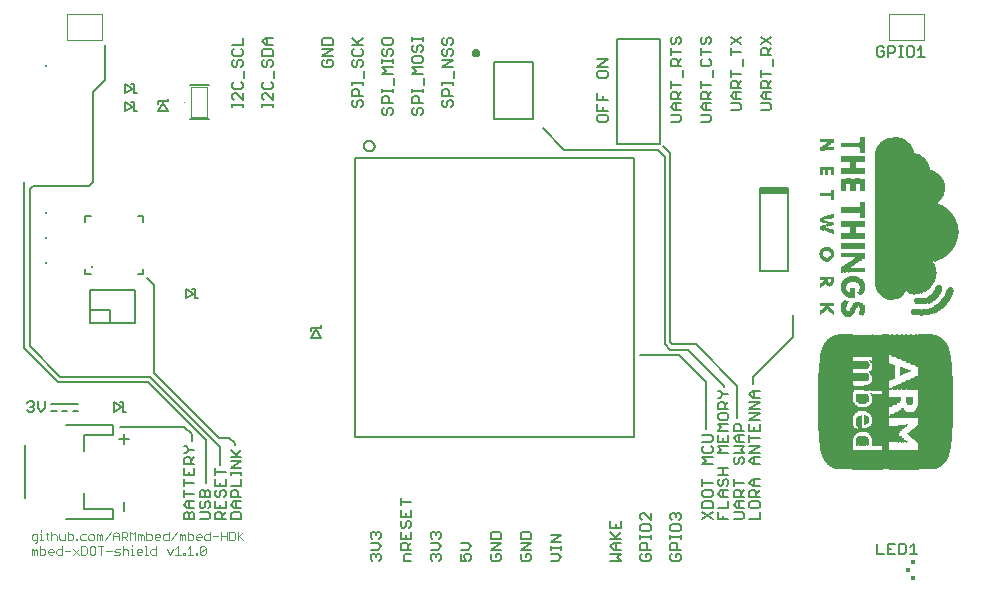
<source format=gto>
G75*
%MOIN*%
%OFA0B0*%
%FSLAX25Y25*%
%IPPOS*%
%LPD*%
%AMOC8*
5,1,8,0,0,1.08239X$1,22.5*
%
%ADD10C,0.00200*%
%ADD11R,0.00100X0.00600*%
%ADD12R,0.00100X0.01000*%
%ADD13R,0.00100X0.02600*%
%ADD14R,0.00100X0.01100*%
%ADD15R,0.00100X0.01500*%
%ADD16R,0.00100X0.01200*%
%ADD17R,0.00100X0.01300*%
%ADD18R,0.00100X0.02000*%
%ADD19R,0.00100X0.02400*%
%ADD20R,0.00100X0.02700*%
%ADD21R,0.00100X0.01400*%
%ADD22R,0.00100X0.03000*%
%ADD23R,0.00100X0.03200*%
%ADD24R,0.00100X0.03400*%
%ADD25R,0.00100X0.03600*%
%ADD26R,0.00100X0.01600*%
%ADD27R,0.00100X0.03800*%
%ADD28R,0.00100X0.01700*%
%ADD29R,0.00100X0.01800*%
%ADD30R,0.00100X0.01900*%
%ADD31R,0.00100X0.00800*%
%ADD32R,0.00100X0.00900*%
%ADD33R,0.00100X0.02100*%
%ADD34R,0.00100X0.02500*%
%ADD35R,0.00100X0.02200*%
%ADD36R,0.00100X0.02300*%
%ADD37R,0.00100X0.02800*%
%ADD38R,0.00100X0.02900*%
%ADD39R,0.00100X0.04300*%
%ADD40R,0.00100X0.03100*%
%ADD41R,0.00100X0.03500*%
%ADD42R,0.00100X0.03900*%
%ADD43R,0.00100X0.04200*%
%ADD44R,0.00100X0.04400*%
%ADD45R,0.00100X0.04700*%
%ADD46R,0.00100X0.04600*%
%ADD47R,0.00100X0.04900*%
%ADD48R,0.00100X0.04800*%
%ADD49R,0.00100X0.05200*%
%ADD50R,0.00100X0.05100*%
%ADD51R,0.00100X0.05300*%
%ADD52R,0.00100X0.05400*%
%ADD53R,0.00100X0.05600*%
%ADD54R,0.00100X0.05800*%
%ADD55R,0.00100X0.00500*%
%ADD56R,0.00100X0.00300*%
%ADD57R,0.00100X0.00100*%
%ADD58R,0.00100X0.03300*%
%ADD59R,0.00100X0.05900*%
%ADD60R,0.00100X0.00400*%
%ADD61R,0.00100X0.05000*%
%ADD62R,0.00100X0.04100*%
%ADD63R,0.00100X0.04500*%
%ADD64R,0.00100X0.43700*%
%ADD65R,0.00100X0.44800*%
%ADD66R,0.00100X0.45600*%
%ADD67R,0.00100X0.46200*%
%ADD68R,0.00100X0.46700*%
%ADD69R,0.00100X0.47200*%
%ADD70R,0.00100X0.47600*%
%ADD71R,0.00100X0.48000*%
%ADD72R,0.00100X0.48300*%
%ADD73R,0.00100X0.48600*%
%ADD74R,0.00100X0.49000*%
%ADD75R,0.00100X0.49200*%
%ADD76R,0.00100X0.49500*%
%ADD77R,0.00100X0.49800*%
%ADD78R,0.00100X0.50000*%
%ADD79R,0.00100X0.50200*%
%ADD80R,0.00100X0.50400*%
%ADD81R,0.00100X0.50600*%
%ADD82R,0.00100X0.50900*%
%ADD83R,0.00100X0.51000*%
%ADD84R,0.00100X0.51200*%
%ADD85R,0.00100X0.51400*%
%ADD86R,0.00100X0.51500*%
%ADD87R,0.00100X0.51700*%
%ADD88R,0.00100X0.51900*%
%ADD89R,0.00100X0.52100*%
%ADD90R,0.00100X0.52300*%
%ADD91R,0.00100X0.52400*%
%ADD92R,0.00100X0.52500*%
%ADD93R,0.00100X0.52700*%
%ADD94R,0.00100X0.52800*%
%ADD95R,0.00100X0.52900*%
%ADD96R,0.00100X0.53000*%
%ADD97R,0.00100X0.53200*%
%ADD98R,0.00100X0.53400*%
%ADD99R,0.00100X0.53500*%
%ADD100R,0.00100X0.53600*%
%ADD101R,0.00100X0.53700*%
%ADD102R,0.00100X0.53800*%
%ADD103R,0.00100X0.53900*%
%ADD104R,0.00100X0.54100*%
%ADD105R,0.00100X0.54200*%
%ADD106R,0.00100X0.54300*%
%ADD107R,0.00100X0.54000*%
%ADD108R,0.00100X0.53300*%
%ADD109R,0.00100X0.52600*%
%ADD110R,0.00100X0.52200*%
%ADD111R,0.00100X0.51800*%
%ADD112R,0.00100X0.51600*%
%ADD113R,0.00100X0.50700*%
%ADD114R,0.00100X0.50300*%
%ADD115R,0.00100X0.50100*%
%ADD116R,0.00100X0.49900*%
%ADD117R,0.00100X0.49700*%
%ADD118R,0.00100X0.49600*%
%ADD119R,0.00100X0.49300*%
%ADD120R,0.00100X0.49100*%
%ADD121R,0.00100X0.48900*%
%ADD122R,0.00100X0.48700*%
%ADD123R,0.00100X0.48500*%
%ADD124R,0.00100X0.47700*%
%ADD125R,0.00100X0.47300*%
%ADD126R,0.00100X0.47100*%
%ADD127R,0.00100X0.47000*%
%ADD128R,0.00100X0.46900*%
%ADD129R,0.00100X0.46800*%
%ADD130R,0.00100X0.46600*%
%ADD131R,0.00100X0.46500*%
%ADD132R,0.00100X0.46400*%
%ADD133R,0.00100X0.46100*%
%ADD134R,0.00100X0.45900*%
%ADD135R,0.00100X0.45800*%
%ADD136R,0.00100X0.45500*%
%ADD137R,0.00100X0.45400*%
%ADD138R,0.00100X0.45200*%
%ADD139R,0.00100X0.45000*%
%ADD140R,0.00100X0.44900*%
%ADD141R,0.00100X0.44700*%
%ADD142R,0.00100X0.44600*%
%ADD143R,0.00100X0.44400*%
%ADD144R,0.00100X0.44300*%
%ADD145R,0.00100X0.44100*%
%ADD146R,0.00100X0.44000*%
%ADD147R,0.00100X0.43500*%
%ADD148R,0.00100X0.43400*%
%ADD149R,0.00100X0.43100*%
%ADD150R,0.00100X0.42900*%
%ADD151R,0.00100X0.42700*%
%ADD152R,0.00100X0.42400*%
%ADD153R,0.00100X0.42200*%
%ADD154R,0.00100X0.41900*%
%ADD155R,0.00100X0.41500*%
%ADD156R,0.00100X0.41300*%
%ADD157R,0.00100X0.41000*%
%ADD158R,0.00100X0.40600*%
%ADD159R,0.00100X0.40100*%
%ADD160R,0.00100X0.39600*%
%ADD161R,0.00100X0.39200*%
%ADD162R,0.00100X0.39000*%
%ADD163R,0.00100X0.38800*%
%ADD164R,0.00100X0.38700*%
%ADD165R,0.00100X0.38600*%
%ADD166R,0.00100X0.38400*%
%ADD167R,0.00100X0.38300*%
%ADD168R,0.00100X0.38100*%
%ADD169R,0.00100X0.30400*%
%ADD170R,0.00100X0.07400*%
%ADD171R,0.00100X0.30300*%
%ADD172R,0.00100X0.07100*%
%ADD173R,0.00100X0.06800*%
%ADD174R,0.00100X0.30200*%
%ADD175R,0.00100X0.06500*%
%ADD176R,0.00100X0.06200*%
%ADD177R,0.00100X0.30000*%
%ADD178R,0.00100X0.29900*%
%ADD179R,0.00100X0.03700*%
%ADD180R,0.00100X0.29700*%
%ADD181R,0.00100X0.29600*%
%ADD182R,0.00100X0.10100*%
%ADD183R,0.00100X0.19200*%
%ADD184R,0.00100X0.19100*%
%ADD185R,0.00100X0.09900*%
%ADD186R,0.00100X0.09700*%
%ADD187R,0.00100X0.19000*%
%ADD188R,0.00100X0.09500*%
%ADD189R,0.00100X0.18900*%
%ADD190R,0.00100X0.09300*%
%ADD191R,0.00100X0.18800*%
%ADD192R,0.00100X0.09100*%
%ADD193R,0.00100X0.18700*%
%ADD194R,0.00100X0.08900*%
%ADD195R,0.00100X0.08700*%
%ADD196R,0.00100X0.18600*%
%ADD197R,0.00100X0.08600*%
%ADD198R,0.00100X0.18500*%
%ADD199R,0.00100X0.08400*%
%ADD200R,0.00100X0.08200*%
%ADD201R,0.00100X0.18300*%
%ADD202R,0.00100X0.07900*%
%ADD203R,0.00100X0.07600*%
%ADD204R,0.00100X0.18100*%
%ADD205R,0.00100X0.07200*%
%ADD206R,0.00100X0.17900*%
%ADD207R,0.00100X0.06600*%
%ADD208R,0.00100X0.17700*%
%ADD209R,0.00100X0.06300*%
%ADD210R,0.00100X0.06000*%
%ADD211R,0.00100X0.17500*%
%ADD212R,0.00100X0.17300*%
%ADD213R,0.00100X0.17200*%
%ADD214R,0.00100X0.17100*%
%ADD215R,0.00100X0.17000*%
%ADD216R,0.00100X0.16900*%
%ADD217R,0.00100X0.16700*%
%ADD218R,0.00100X0.16600*%
%ADD219R,0.00100X0.16500*%
%ADD220R,0.00100X0.16300*%
%ADD221R,0.00100X0.16100*%
%ADD222R,0.00100X0.16000*%
%ADD223R,0.00100X0.15900*%
%ADD224R,0.00100X0.15700*%
%ADD225R,0.00100X0.15500*%
%ADD226R,0.00100X0.15400*%
%ADD227R,0.00100X0.15200*%
%ADD228R,0.00100X0.15100*%
%ADD229R,0.00100X0.14900*%
%ADD230R,0.00100X0.14700*%
%ADD231R,0.00100X0.14500*%
%ADD232R,0.00100X0.14300*%
%ADD233R,0.00100X0.14100*%
%ADD234R,0.00100X0.13900*%
%ADD235R,0.00100X0.13700*%
%ADD236R,0.00100X0.13500*%
%ADD237R,0.00100X0.13300*%
%ADD238R,0.00100X0.13100*%
%ADD239R,0.00100X0.12800*%
%ADD240R,0.00100X0.12500*%
%ADD241R,0.00100X0.12300*%
%ADD242R,0.00100X0.12100*%
%ADD243R,0.00100X0.11700*%
%ADD244R,0.00100X0.11500*%
%ADD245R,0.00100X0.11200*%
%ADD246R,0.00100X0.10900*%
%ADD247R,0.00100X0.10600*%
%ADD248R,0.00100X0.10300*%
%ADD249R,0.00100X0.09200*%
%ADD250R,0.00100X0.08800*%
%ADD251R,0.00100X0.08300*%
%ADD252R,0.00100X0.07500*%
%ADD253R,0.00100X0.06900*%
%ADD254R,0.00100X0.05700*%
%ADD255R,0.00075X0.04050*%
%ADD256R,0.00075X0.10575*%
%ADD257R,0.00075X0.14250*%
%ADD258R,0.00075X0.17100*%
%ADD259R,0.00075X0.19575*%
%ADD260R,0.00075X0.21750*%
%ADD261R,0.00075X0.23550*%
%ADD262R,0.00075X0.25350*%
%ADD263R,0.00075X0.26925*%
%ADD264R,0.00075X0.28050*%
%ADD265R,0.00075X0.29550*%
%ADD266R,0.00075X0.30675*%
%ADD267R,0.00075X0.31575*%
%ADD268R,0.00075X0.32400*%
%ADD269R,0.00075X0.33000*%
%ADD270R,0.00075X0.33600*%
%ADD271R,0.00075X0.34200*%
%ADD272R,0.00075X0.34650*%
%ADD273R,0.00075X0.35175*%
%ADD274R,0.00075X0.35550*%
%ADD275R,0.00075X0.36000*%
%ADD276R,0.00075X0.36450*%
%ADD277R,0.00075X0.36750*%
%ADD278R,0.00075X0.37125*%
%ADD279R,0.00075X0.37500*%
%ADD280R,0.00075X0.37800*%
%ADD281R,0.00075X0.38100*%
%ADD282R,0.00075X0.38325*%
%ADD283R,0.00075X0.38550*%
%ADD284R,0.00075X0.38850*%
%ADD285R,0.00075X0.39150*%
%ADD286R,0.00075X0.39300*%
%ADD287R,0.00075X0.39600*%
%ADD288R,0.00075X0.39750*%
%ADD289R,0.00075X0.40050*%
%ADD290R,0.00075X0.40200*%
%ADD291R,0.00075X0.40350*%
%ADD292R,0.00075X0.40650*%
%ADD293R,0.00075X0.40800*%
%ADD294R,0.00075X0.40950*%
%ADD295R,0.00075X0.41100*%
%ADD296R,0.00075X0.41250*%
%ADD297R,0.00075X0.41400*%
%ADD298R,0.00075X0.41550*%
%ADD299R,0.00075X0.41700*%
%ADD300R,0.00075X0.41850*%
%ADD301R,0.00075X0.42000*%
%ADD302R,0.00075X0.42150*%
%ADD303R,0.00075X0.42300*%
%ADD304R,0.00075X0.42450*%
%ADD305R,0.00075X0.42600*%
%ADD306R,0.00075X0.42750*%
%ADD307R,0.00075X0.42900*%
%ADD308R,0.00075X0.43050*%
%ADD309R,0.00075X0.43200*%
%ADD310R,0.00075X0.43350*%
%ADD311R,0.00075X0.43500*%
%ADD312R,0.00075X0.43650*%
%ADD313R,0.00075X0.43800*%
%ADD314R,0.00075X0.43950*%
%ADD315R,0.00075X0.44100*%
%ADD316R,0.00075X0.44250*%
%ADD317R,0.00075X0.44400*%
%ADD318R,0.00075X0.44550*%
%ADD319R,0.00075X0.44700*%
%ADD320R,0.00075X0.44850*%
%ADD321R,0.00075X0.45000*%
%ADD322R,0.00075X0.20175*%
%ADD323R,0.00075X0.06450*%
%ADD324R,0.00075X0.15675*%
%ADD325R,0.00075X0.07425*%
%ADD326R,0.00075X0.02775*%
%ADD327R,0.00075X0.02850*%
%ADD328R,0.00075X0.05700*%
%ADD329R,0.00075X0.05400*%
%ADD330R,0.00075X0.06750*%
%ADD331R,0.00075X0.02700*%
%ADD332R,0.00075X0.02400*%
%ADD333R,0.00075X0.05100*%
%ADD334R,0.00075X0.04575*%
%ADD335R,0.00075X0.02175*%
%ADD336R,0.00075X0.04800*%
%ADD337R,0.00075X0.04200*%
%ADD338R,0.00075X0.01950*%
%ADD339R,0.00075X0.04500*%
%ADD340R,0.00075X0.03750*%
%ADD341R,0.00075X0.01725*%
%ADD342R,0.00075X0.03450*%
%ADD343R,0.00075X0.01650*%
%ADD344R,0.00075X0.03975*%
%ADD345R,0.00075X0.03150*%
%ADD346R,0.00075X0.03675*%
%ADD347R,0.00075X0.03525*%
%ADD348R,0.00075X0.03375*%
%ADD349R,0.00075X0.03225*%
%ADD350R,0.00075X0.02250*%
%ADD351R,0.00075X0.03000*%
%ADD352R,0.00075X0.02100*%
%ADD353R,0.00075X0.02025*%
%ADD354R,0.00075X0.02625*%
%ADD355R,0.00075X0.02475*%
%ADD356R,0.00075X0.01875*%
%ADD357R,0.00075X0.00600*%
%ADD358R,0.00075X0.00075*%
%ADD359R,0.00075X0.01800*%
%ADD360R,0.00075X0.01050*%
%ADD361R,0.00075X0.01500*%
%ADD362R,0.00075X0.01350*%
%ADD363R,0.00075X0.02325*%
%ADD364R,0.00075X0.02925*%
%ADD365R,0.00075X0.01575*%
%ADD366R,0.00075X0.02550*%
%ADD367R,0.00075X0.03600*%
%ADD368R,0.00075X0.01425*%
%ADD369R,0.00075X0.05475*%
%ADD370R,0.00075X0.05550*%
%ADD371R,0.00075X0.03075*%
%ADD372R,0.00075X0.01275*%
%ADD373R,0.00075X0.01200*%
%ADD374R,0.00075X0.05625*%
%ADD375R,0.00075X0.01125*%
%ADD376R,0.00075X0.00975*%
%ADD377R,0.00075X0.00900*%
%ADD378R,0.00075X0.00150*%
%ADD379R,0.00075X0.00225*%
%ADD380R,0.00075X0.00375*%
%ADD381R,0.00075X0.00525*%
%ADD382R,0.00075X0.00675*%
%ADD383R,0.00075X0.00300*%
%ADD384R,0.00075X0.00825*%
%ADD385R,0.00075X0.00450*%
%ADD386R,0.00075X0.03825*%
%ADD387R,0.00075X0.00750*%
%ADD388R,0.00075X0.04275*%
%ADD389R,0.00075X0.04875*%
%ADD390R,0.00075X0.05025*%
%ADD391R,0.00075X0.10050*%
%ADD392R,0.00075X0.05325*%
%ADD393R,0.00075X0.10425*%
%ADD394R,0.00075X0.06225*%
%ADD395R,0.00075X0.06375*%
%ADD396R,0.00075X0.18525*%
%ADD397R,0.00075X0.17175*%
%ADD398R,0.00075X0.05850*%
%ADD399R,0.00075X0.06825*%
%ADD400R,0.00075X0.03300*%
%ADD401R,0.00075X0.06900*%
%ADD402R,0.00075X0.06975*%
%ADD403R,0.00075X0.07050*%
%ADD404R,0.00075X0.05250*%
%ADD405R,0.00075X0.07125*%
%ADD406R,0.00075X0.07200*%
%ADD407R,0.00075X0.04950*%
%ADD408R,0.00075X0.07275*%
%ADD409R,0.00075X0.07350*%
%ADD410R,0.00075X0.04725*%
%ADD411R,0.00075X0.04650*%
%ADD412R,0.00075X0.07500*%
%ADD413R,0.00075X0.04425*%
%ADD414R,0.00075X0.07575*%
%ADD415R,0.00075X0.07650*%
%ADD416R,0.00075X0.07725*%
%ADD417R,0.00075X0.07800*%
%ADD418R,0.00075X0.07875*%
%ADD419R,0.00075X0.07950*%
%ADD420R,0.00075X0.08025*%
%ADD421R,0.00075X0.08100*%
%ADD422R,0.00075X0.08175*%
%ADD423R,0.00075X0.08250*%
%ADD424R,0.00075X0.08325*%
%ADD425R,0.00075X0.08400*%
%ADD426R,0.00075X0.08475*%
%ADD427R,0.00075X0.08550*%
%ADD428R,0.00075X0.08625*%
%ADD429R,0.00075X0.08700*%
%ADD430R,0.00075X0.08775*%
%ADD431R,0.00075X0.08850*%
%ADD432R,0.00075X0.08925*%
%ADD433R,0.00075X0.09000*%
%ADD434R,0.00075X0.09075*%
%ADD435R,0.00075X0.09150*%
%ADD436R,0.00075X0.09225*%
%ADD437R,0.00075X0.09300*%
%ADD438R,0.00075X0.09375*%
%ADD439R,0.00075X0.09450*%
%ADD440R,0.00075X0.09525*%
%ADD441R,0.00075X0.09600*%
%ADD442R,0.00075X0.09675*%
%ADD443R,0.00075X0.09750*%
%ADD444R,0.00075X0.09825*%
%ADD445R,0.00075X0.09900*%
%ADD446R,0.00075X0.03900*%
%ADD447R,0.00075X0.09975*%
%ADD448R,0.00075X0.10125*%
%ADD449R,0.00075X0.04125*%
%ADD450R,0.00075X0.10200*%
%ADD451R,0.00075X0.10275*%
%ADD452R,0.00075X0.10350*%
%ADD453R,0.00075X0.04350*%
%ADD454R,0.00075X0.05175*%
%ADD455R,0.00075X0.10500*%
%ADD456R,0.00075X0.05775*%
%ADD457R,0.00075X0.10650*%
%ADD458R,0.00075X0.05925*%
%ADD459R,0.00075X0.06075*%
%ADD460R,0.00075X0.35625*%
%ADD461R,0.00075X0.34725*%
%ADD462R,0.00075X0.33675*%
%ADD463R,0.00075X0.30750*%
%ADD464R,0.00075X0.25425*%
%ADD465R,0.00075X0.23625*%
%ADD466C,0.00500*%
%ADD467C,0.00800*%
%ADD468C,0.00600*%
%ADD469C,0.00039*%
%ADD470C,0.00295*%
%ADD471R,0.00984X0.00984*%
%ADD472C,0.00394*%
%ADD473R,0.00886X0.00886*%
%ADD474R,0.01673X0.01280*%
%ADD475R,0.01378X0.01378*%
%ADD476C,0.01600*%
%ADD477C,0.00700*%
D10*
X0032468Y0035960D02*
X0032468Y0037828D01*
X0032935Y0037828D01*
X0033402Y0037361D01*
X0033402Y0035960D01*
X0033402Y0037361D02*
X0033869Y0037828D01*
X0034336Y0037361D01*
X0034336Y0035960D01*
X0035230Y0038762D02*
X0035230Y0035960D01*
X0036631Y0035960D01*
X0037099Y0036427D01*
X0037099Y0037361D01*
X0036631Y0037828D01*
X0035230Y0037828D01*
X0039394Y0035960D02*
X0038460Y0035960D01*
X0037993Y0036427D01*
X0037993Y0037361D01*
X0038460Y0037828D01*
X0039394Y0037828D01*
X0039861Y0037361D01*
X0039861Y0036894D01*
X0037993Y0036894D01*
X0042623Y0038762D02*
X0042623Y0035960D01*
X0041222Y0035960D01*
X0040755Y0036427D01*
X0040755Y0037361D01*
X0041222Y0037828D01*
X0042623Y0037828D01*
X0043517Y0037361D02*
X0045386Y0037361D01*
X0046280Y0037828D02*
X0048148Y0035960D01*
X0046280Y0035960D02*
X0048148Y0037828D01*
X0049042Y0038762D02*
X0049042Y0035960D01*
X0050443Y0035960D01*
X0050910Y0036427D01*
X0050910Y0038295D01*
X0050443Y0038762D01*
X0049042Y0038762D01*
X0053206Y0038762D02*
X0052271Y0038762D01*
X0051804Y0038295D01*
X0051804Y0036427D01*
X0052271Y0035960D01*
X0053206Y0035960D01*
X0053673Y0036427D01*
X0053673Y0038295D01*
X0053206Y0038762D01*
X0055501Y0038762D02*
X0055501Y0035960D01*
X0054567Y0038762D02*
X0056435Y0038762D01*
X0057329Y0037361D02*
X0059197Y0037361D01*
X0060091Y0035960D02*
X0061493Y0035960D01*
X0061960Y0036427D01*
X0061493Y0036894D01*
X0060559Y0036894D01*
X0060091Y0037361D01*
X0060559Y0037828D01*
X0061960Y0037828D01*
X0062854Y0038762D02*
X0062854Y0035960D01*
X0062854Y0037361D02*
X0063321Y0037828D01*
X0064255Y0037828D01*
X0064722Y0037361D01*
X0064722Y0035960D01*
X0065616Y0037828D02*
X0066083Y0037828D01*
X0066083Y0035960D01*
X0065616Y0035960D02*
X0066550Y0035960D01*
X0066083Y0038762D02*
X0066083Y0039229D01*
X0068859Y0035960D02*
X0067925Y0035960D01*
X0067458Y0036427D01*
X0067458Y0037361D01*
X0067925Y0037828D01*
X0068859Y0037828D01*
X0069326Y0037361D01*
X0069326Y0036894D01*
X0067458Y0036894D01*
X0070220Y0038762D02*
X0070687Y0038762D01*
X0070687Y0035960D01*
X0070220Y0035960D02*
X0071154Y0035960D01*
X0073930Y0038762D02*
X0073930Y0035960D01*
X0072529Y0035960D01*
X0072062Y0036427D01*
X0072062Y0037361D01*
X0072529Y0037828D01*
X0073930Y0037828D01*
X0077586Y0037828D02*
X0078520Y0035960D01*
X0079455Y0037828D01*
X0080349Y0037828D02*
X0081283Y0038762D01*
X0081283Y0035960D01*
X0080349Y0035960D02*
X0082217Y0035960D01*
X0083111Y0035960D02*
X0083111Y0036427D01*
X0083578Y0036427D01*
X0083578Y0035960D01*
X0083111Y0035960D01*
X0084492Y0037828D02*
X0085426Y0038762D01*
X0085426Y0035960D01*
X0084492Y0035960D02*
X0086361Y0035960D01*
X0087255Y0035960D02*
X0087255Y0036427D01*
X0087722Y0036427D01*
X0087722Y0035960D01*
X0087255Y0035960D01*
X0088636Y0036427D02*
X0088636Y0038295D01*
X0089103Y0038762D01*
X0090037Y0038762D01*
X0090504Y0038295D01*
X0090504Y0036427D01*
X0090037Y0035960D01*
X0089103Y0035960D01*
X0088636Y0036427D01*
X0090504Y0038295D01*
X0033482Y0039966D02*
X0033949Y0039966D01*
X0034416Y0040433D01*
X0034416Y0042768D01*
X0033015Y0042768D01*
X0032548Y0042301D01*
X0032548Y0041367D01*
X0033015Y0040900D01*
X0034416Y0040900D01*
X0035310Y0042768D02*
X0035777Y0042768D01*
X0035777Y0040900D01*
X0035310Y0040900D02*
X0036244Y0040900D01*
X0035777Y0043702D02*
X0035777Y0044169D01*
X0037619Y0043235D02*
X0037619Y0041367D01*
X0038086Y0040900D01*
X0038086Y0042768D02*
X0037152Y0042768D01*
X0038993Y0043702D02*
X0038993Y0040900D01*
X0038993Y0042301D02*
X0039461Y0042768D01*
X0040395Y0042768D01*
X0040862Y0042301D01*
X0040862Y0040900D01*
X0041756Y0042768D02*
X0041756Y0041367D01*
X0042223Y0040900D01*
X0043624Y0040900D01*
X0043624Y0042768D01*
X0044518Y0043702D02*
X0044518Y0040900D01*
X0045919Y0040900D01*
X0046386Y0041367D01*
X0046386Y0042301D01*
X0045919Y0042768D01*
X0044518Y0042768D01*
X0047280Y0040900D02*
X0047280Y0041367D01*
X0047748Y0041367D01*
X0047748Y0040900D01*
X0047280Y0040900D01*
X0050530Y0042768D02*
X0049129Y0042768D01*
X0048662Y0042301D01*
X0048662Y0041367D01*
X0049129Y0040900D01*
X0050530Y0040900D01*
X0051891Y0040900D02*
X0052825Y0040900D01*
X0053292Y0041367D01*
X0053292Y0042301D01*
X0052825Y0042768D01*
X0051891Y0042768D01*
X0051424Y0042301D01*
X0051424Y0041367D01*
X0051891Y0040900D01*
X0054186Y0040900D02*
X0054186Y0042768D01*
X0054653Y0042768D01*
X0055121Y0042301D01*
X0055121Y0040900D01*
X0055121Y0042301D02*
X0055588Y0042768D01*
X0056055Y0042301D01*
X0056055Y0040900D01*
X0056949Y0040900D02*
X0058817Y0043702D01*
X0059711Y0040900D02*
X0059711Y0042768D01*
X0060645Y0043702D01*
X0061579Y0042768D01*
X0061579Y0040900D01*
X0061579Y0042301D02*
X0059711Y0042301D01*
X0062473Y0040900D02*
X0062473Y0043702D01*
X0063875Y0043702D01*
X0064342Y0043235D01*
X0064342Y0042301D01*
X0063875Y0041834D01*
X0062473Y0041834D01*
X0063408Y0041834D02*
X0064342Y0040900D01*
X0065236Y0040900D02*
X0065236Y0043702D01*
X0066170Y0042768D01*
X0067104Y0043702D01*
X0067104Y0040900D01*
X0067998Y0040900D02*
X0067998Y0042768D01*
X0068465Y0042768D01*
X0068932Y0042301D01*
X0068932Y0040900D01*
X0068932Y0042301D02*
X0069399Y0042768D01*
X0069866Y0042301D01*
X0069866Y0040900D01*
X0070760Y0043702D02*
X0070760Y0040900D01*
X0072162Y0040900D01*
X0072629Y0041367D01*
X0072629Y0042301D01*
X0072162Y0042768D01*
X0070760Y0042768D01*
X0074924Y0040900D02*
X0073990Y0040900D01*
X0073523Y0041367D01*
X0073523Y0042301D01*
X0073990Y0042768D01*
X0074924Y0042768D01*
X0075391Y0042301D01*
X0075391Y0041834D01*
X0073523Y0041834D01*
X0078153Y0043702D02*
X0078153Y0040900D01*
X0076752Y0040900D01*
X0076285Y0041367D01*
X0076285Y0042301D01*
X0076752Y0042768D01*
X0078153Y0042768D01*
X0079048Y0040900D02*
X0080916Y0043702D01*
X0081810Y0040900D02*
X0081810Y0042768D01*
X0082277Y0042768D01*
X0082744Y0042301D01*
X0082744Y0040900D01*
X0082744Y0042301D02*
X0083211Y0042768D01*
X0083678Y0042301D01*
X0083678Y0040900D01*
X0084572Y0043702D02*
X0084572Y0040900D01*
X0085973Y0040900D01*
X0086441Y0041367D01*
X0086441Y0042301D01*
X0085973Y0042768D01*
X0084572Y0042768D01*
X0088736Y0040900D02*
X0087802Y0040900D01*
X0087335Y0041367D01*
X0087335Y0042301D01*
X0087802Y0042768D01*
X0088736Y0042768D01*
X0089203Y0042301D01*
X0089203Y0041834D01*
X0087335Y0041834D01*
X0091965Y0043702D02*
X0091965Y0040900D01*
X0090564Y0040900D01*
X0090097Y0041367D01*
X0090097Y0042301D01*
X0090564Y0042768D01*
X0091965Y0042768D01*
X0092859Y0042301D02*
X0094728Y0042301D01*
X0095622Y0040900D02*
X0095622Y0043702D01*
X0095622Y0042301D02*
X0097490Y0042301D01*
X0097490Y0043702D02*
X0097490Y0040900D01*
X0098384Y0043702D02*
X0098384Y0040900D01*
X0099785Y0040900D01*
X0100252Y0041367D01*
X0100252Y0043235D01*
X0099785Y0043702D01*
X0098384Y0043702D01*
X0101146Y0043702D02*
X0101146Y0040900D01*
X0101146Y0041834D02*
X0103015Y0043702D01*
X0101613Y0042301D02*
X0103015Y0040900D01*
D11*
X0295373Y0136150D03*
X0308273Y0123350D03*
X0325973Y0116950D03*
X0336073Y0124850D03*
X0339873Y0124050D03*
D12*
X0295473Y0174050D03*
X0295473Y0171150D03*
X0295473Y0155850D03*
X0295473Y0128050D03*
X0295473Y0119350D03*
X0295573Y0174050D03*
X0295573Y0155850D03*
X0295573Y0128050D03*
X0295573Y0119350D03*
X0295673Y0174050D03*
X0295673Y0155850D03*
X0295673Y0128050D03*
X0295673Y0119350D03*
X0295773Y0174050D03*
X0295773Y0155850D03*
X0295773Y0128050D03*
X0295773Y0119350D03*
X0295873Y0174050D03*
X0295873Y0155850D03*
X0295873Y0128050D03*
X0295873Y0119350D03*
X0295973Y0174050D03*
X0295973Y0155850D03*
X0295973Y0128050D03*
X0295973Y0119350D03*
X0296073Y0174050D03*
X0296073Y0155850D03*
X0296073Y0128050D03*
X0296073Y0119350D03*
X0296173Y0174050D03*
X0296173Y0155850D03*
X0296173Y0128050D03*
X0296173Y0119350D03*
X0296273Y0174050D03*
X0296273Y0155850D03*
X0296273Y0128050D03*
X0296273Y0119350D03*
X0296373Y0174050D03*
X0296373Y0164650D03*
X0296373Y0155850D03*
X0296373Y0128050D03*
X0296373Y0119350D03*
X0296473Y0174050D03*
X0296473Y0164650D03*
X0296473Y0155850D03*
X0296473Y0128050D03*
X0296473Y0119350D03*
X0296573Y0174050D03*
X0296573Y0164650D03*
X0296573Y0155850D03*
X0296573Y0128050D03*
X0296573Y0119350D03*
X0296673Y0174050D03*
X0296673Y0164650D03*
X0296673Y0155850D03*
X0296673Y0128050D03*
X0296673Y0119350D03*
X0296773Y0174050D03*
X0296773Y0164650D03*
X0296773Y0155850D03*
X0296773Y0144550D03*
X0296773Y0128050D03*
X0296773Y0119350D03*
X0296873Y0174050D03*
X0296873Y0164650D03*
X0296873Y0155850D03*
X0296873Y0128050D03*
X0296873Y0119350D03*
X0296973Y0174050D03*
X0296973Y0164650D03*
X0296973Y0155850D03*
X0296973Y0148150D03*
X0296973Y0144450D03*
X0296973Y0128050D03*
X0296973Y0119350D03*
X0297073Y0174050D03*
X0297073Y0164650D03*
X0297073Y0155850D03*
X0297073Y0148150D03*
X0297073Y0144450D03*
X0297073Y0128050D03*
X0297073Y0119350D03*
X0297173Y0174050D03*
X0297173Y0172250D03*
X0297173Y0171150D03*
X0297173Y0164650D03*
X0297173Y0155850D03*
X0297173Y0144450D03*
X0297173Y0128050D03*
X0297173Y0119350D03*
X0297273Y0174050D03*
X0297273Y0172350D03*
X0297273Y0171150D03*
X0297273Y0164650D03*
X0297273Y0155850D03*
X0297273Y0148250D03*
X0297273Y0144350D03*
X0297273Y0119350D03*
X0297373Y0174050D03*
X0297373Y0171150D03*
X0297373Y0155850D03*
X0297373Y0148250D03*
X0297373Y0144350D03*
X0297473Y0174050D03*
X0297473Y0172450D03*
X0297473Y0171150D03*
X0297473Y0155850D03*
X0297473Y0148250D03*
X0297473Y0144350D03*
X0297573Y0174050D03*
X0297573Y0171150D03*
X0297573Y0155850D03*
X0297573Y0144350D03*
X0297673Y0174050D03*
X0297673Y0172550D03*
X0297673Y0171150D03*
X0297673Y0155850D03*
X0297673Y0148350D03*
X0297673Y0144250D03*
X0297773Y0174050D03*
X0297773Y0172650D03*
X0297773Y0171150D03*
X0297773Y0155850D03*
X0297773Y0148350D03*
X0297773Y0144250D03*
X0297873Y0174050D03*
X0297873Y0171150D03*
X0297873Y0155850D03*
X0297873Y0148350D03*
X0297873Y0144250D03*
X0297973Y0174050D03*
X0297973Y0172750D03*
X0297973Y0171150D03*
X0297973Y0155850D03*
X0297973Y0148350D03*
X0297973Y0128050D03*
X0298073Y0174050D03*
X0298073Y0172850D03*
X0298073Y0171150D03*
X0298073Y0155850D03*
X0298073Y0148450D03*
X0298073Y0144150D03*
X0298173Y0174050D03*
X0298173Y0171150D03*
X0298173Y0164650D03*
X0298173Y0155850D03*
X0298173Y0148450D03*
X0298173Y0144150D03*
X0298173Y0119350D03*
X0298273Y0171150D03*
X0298273Y0164650D03*
X0298273Y0155850D03*
X0298273Y0148450D03*
X0298273Y0144150D03*
X0298273Y0119350D03*
X0298373Y0171150D03*
X0298373Y0164650D03*
X0298373Y0155850D03*
X0298373Y0126050D03*
X0298373Y0119350D03*
X0298473Y0171150D03*
X0298473Y0164650D03*
X0298473Y0155850D03*
X0298473Y0148550D03*
X0298473Y0144050D03*
X0298473Y0126050D03*
X0298473Y0119350D03*
X0298573Y0171150D03*
X0298573Y0164650D03*
X0298573Y0155850D03*
X0298573Y0148550D03*
X0298573Y0144050D03*
X0298573Y0119350D03*
X0298673Y0171150D03*
X0298673Y0164650D03*
X0298673Y0155850D03*
X0298673Y0148550D03*
X0298673Y0119350D03*
X0298773Y0171150D03*
X0298773Y0164650D03*
X0298773Y0155850D03*
X0298773Y0119350D03*
X0298873Y0171150D03*
X0298873Y0164650D03*
X0298873Y0155850D03*
X0298873Y0148650D03*
X0298873Y0143950D03*
X0298873Y0119350D03*
X0298973Y0171150D03*
X0298973Y0164650D03*
X0298973Y0155850D03*
X0298973Y0148650D03*
X0298973Y0143950D03*
X0298973Y0119350D03*
X0299073Y0171150D03*
X0299073Y0164650D03*
X0299073Y0155850D03*
X0299073Y0119350D03*
X0299173Y0171150D03*
X0299173Y0128050D03*
X0299173Y0119350D03*
X0299273Y0171150D03*
X0299273Y0148750D03*
X0299273Y0119350D03*
X0299373Y0171150D03*
X0299373Y0148750D03*
X0299373Y0146350D03*
X0299373Y0143850D03*
X0299373Y0119350D03*
X0299473Y0171150D03*
X0299473Y0146350D03*
X0299473Y0119350D03*
X0299573Y0171150D03*
X0299573Y0119350D03*
X0299673Y0171150D03*
X0299673Y0148850D03*
X0299673Y0119350D03*
X0299773Y0171150D03*
X0299773Y0119350D03*
X0299873Y0171150D03*
X0299873Y0119350D03*
X0302573Y0125150D03*
X0304473Y0119950D03*
X0327073Y0120650D03*
D13*
X0295473Y0163850D03*
X0295573Y0163850D03*
X0295673Y0163850D03*
X0295773Y0163850D03*
X0295873Y0163850D03*
X0295973Y0163850D03*
X0296073Y0163850D03*
X0296173Y0163850D03*
X0296273Y0163850D03*
X0297573Y0127250D03*
X0299173Y0163850D03*
X0299273Y0163850D03*
X0299373Y0163850D03*
X0299473Y0163850D03*
X0299573Y0163850D03*
X0299673Y0163850D03*
X0299673Y0127250D03*
X0299773Y0163850D03*
X0299873Y0163850D03*
X0302773Y0125150D03*
X0304073Y0131450D03*
X0304173Y0131450D03*
X0304173Y0126950D03*
X0307173Y0118750D03*
X0308773Y0135250D03*
X0308773Y0126950D03*
X0308873Y0135250D03*
X0310173Y0125150D03*
X0332473Y0121350D03*
X0332573Y0121450D03*
X0334673Y0118350D03*
X0334873Y0118450D03*
X0334973Y0118550D03*
X0335573Y0124450D03*
X0339373Y0123650D03*
D14*
X0295473Y0147600D03*
X0295473Y0145000D03*
X0295573Y0171200D03*
X0296673Y0126500D03*
X0296773Y0137700D03*
X0296773Y0126600D03*
X0296973Y0137800D03*
X0296973Y0134500D03*
X0297073Y0137800D03*
X0297073Y0134500D03*
X0297073Y0126800D03*
X0297173Y0137800D03*
X0297173Y0134500D03*
X0297173Y0126900D03*
X0297273Y0137900D03*
X0297273Y0134400D03*
X0297373Y0172400D03*
X0297373Y0137900D03*
X0297373Y0134400D03*
X0297473Y0137900D03*
X0297473Y0134400D03*
X0297573Y0172500D03*
X0297573Y0137900D03*
X0297573Y0134400D03*
X0297673Y0137900D03*
X0297673Y0134400D03*
X0297773Y0137900D03*
X0297773Y0134400D03*
X0297873Y0172700D03*
X0297873Y0137900D03*
X0297873Y0134400D03*
X0297973Y0144200D03*
X0297973Y0137900D03*
X0297973Y0134400D03*
X0298073Y0137900D03*
X0298073Y0134400D03*
X0298173Y0172900D03*
X0298173Y0137900D03*
X0298173Y0134400D03*
X0298173Y0126100D03*
X0298273Y0137800D03*
X0298273Y0134500D03*
X0298273Y0126100D03*
X0298373Y0148500D03*
X0298373Y0144100D03*
X0298373Y0137800D03*
X0298373Y0134500D03*
X0298473Y0117900D03*
X0298573Y0137700D03*
X0298573Y0134600D03*
X0298573Y0126000D03*
X0298573Y0117800D03*
X0298673Y0144000D03*
X0298673Y0126000D03*
X0298773Y0148600D03*
X0298773Y0144000D03*
X0298773Y0126000D03*
X0298873Y0126100D03*
X0298973Y0126100D03*
X0299073Y0148700D03*
X0299073Y0143900D03*
X0299173Y0148700D03*
X0299173Y0143900D03*
X0299173Y0117300D03*
X0299273Y0146300D03*
X0299273Y0143900D03*
X0299473Y0148800D03*
X0299473Y0143800D03*
X0299573Y0148800D03*
X0299573Y0143800D03*
X0299673Y0143800D03*
X0299773Y0174000D03*
X0299773Y0148900D03*
X0299773Y0143700D03*
X0299873Y0174000D03*
X0299873Y0148900D03*
X0299873Y0143700D03*
X0308473Y0123400D03*
X0308773Y0116600D03*
X0310373Y0117800D03*
X0326073Y0117000D03*
X0341473Y0143500D03*
D15*
X0295473Y0136200D03*
X0295973Y0147600D03*
X0296073Y0147600D03*
X0296073Y0145000D03*
X0296173Y0171400D03*
X0296173Y0147600D03*
X0296173Y0145000D03*
X0296273Y0171400D03*
X0296373Y0137300D03*
X0296373Y0135000D03*
X0298473Y0146300D03*
X0299173Y0173800D03*
X0299173Y0126300D03*
X0299273Y0173800D03*
X0304273Y0119800D03*
D16*
X0295473Y0125550D03*
X0295573Y0147650D03*
X0295573Y0144950D03*
X0295573Y0125650D03*
X0295673Y0171250D03*
X0295773Y0171250D03*
X0295773Y0125750D03*
X0295873Y0125850D03*
X0295973Y0125950D03*
X0296073Y0126050D03*
X0296173Y0126150D03*
X0296273Y0126150D03*
X0296373Y0126250D03*
X0296473Y0126350D03*
X0296573Y0137550D03*
X0296573Y0134750D03*
X0296573Y0126450D03*
X0296673Y0137650D03*
X0296673Y0134650D03*
X0296773Y0134650D03*
X0296873Y0137750D03*
X0296873Y0134550D03*
X0296873Y0126650D03*
X0296973Y0126750D03*
X0298073Y0126150D03*
X0298173Y0118150D03*
X0298273Y0118050D03*
X0298373Y0117950D03*
X0298473Y0137750D03*
X0298473Y0134550D03*
X0298673Y0137650D03*
X0298673Y0134650D03*
X0298673Y0117750D03*
X0298773Y0134750D03*
X0298773Y0117650D03*
X0298873Y0117550D03*
X0298973Y0146350D03*
X0298973Y0117450D03*
X0299073Y0146350D03*
X0299073Y0126150D03*
X0299073Y0117350D03*
X0299173Y0146350D03*
X0299273Y0117250D03*
X0299373Y0117150D03*
X0299473Y0117050D03*
X0299573Y0116950D03*
X0299673Y0173950D03*
X0299673Y0116850D03*
X0299773Y0116750D03*
X0299873Y0116650D03*
X0299973Y0136150D03*
X0304373Y0119850D03*
X0335973Y0124750D03*
X0339773Y0123950D03*
D17*
X0295473Y0116500D03*
X0295573Y0116600D03*
X0295673Y0147600D03*
X0295673Y0145000D03*
X0295673Y0125700D03*
X0295673Y0116700D03*
X0295773Y0147600D03*
X0295773Y0145000D03*
X0295873Y0171300D03*
X0296073Y0117000D03*
X0296173Y0117100D03*
X0296273Y0117200D03*
X0296373Y0117300D03*
X0296473Y0117400D03*
X0296573Y0117500D03*
X0296873Y0117700D03*
X0296973Y0117800D03*
X0297073Y0117900D03*
X0297173Y0118000D03*
X0297273Y0118100D03*
X0297973Y0126300D03*
X0298773Y0137600D03*
X0298873Y0146300D03*
X0298873Y0137500D03*
X0298873Y0134800D03*
X0298973Y0137400D03*
X0298973Y0134900D03*
X0299473Y0173900D03*
X0299573Y0173900D03*
X0308573Y0123400D03*
X0327173Y0120600D03*
D18*
X0295573Y0136150D03*
X0296973Y0171650D03*
X0297773Y0118850D03*
X0297873Y0118850D03*
X0298373Y0173550D03*
X0298473Y0173550D03*
X0302673Y0125150D03*
X0303173Y0131150D03*
X0303273Y0131150D03*
X0304373Y0123050D03*
X0304373Y0116350D03*
X0304473Y0122950D03*
X0304673Y0127450D03*
X0304773Y0127550D03*
X0304873Y0127550D03*
X0304973Y0127650D03*
X0305373Y0116350D03*
X0307573Y0119250D03*
X0307873Y0127650D03*
X0307973Y0127650D03*
X0308073Y0127550D03*
X0308773Y0119250D03*
X0309673Y0135550D03*
X0309773Y0135550D03*
X0310273Y0125150D03*
X0326573Y0116950D03*
X0327573Y0120650D03*
X0327673Y0120650D03*
X0335773Y0124550D03*
X0339573Y0123850D03*
D19*
X0295673Y0136150D03*
X0299773Y0127350D03*
X0302673Y0118150D03*
X0303773Y0131350D03*
X0303873Y0131350D03*
X0305673Y0116650D03*
X0307273Y0118850D03*
X0308673Y0127050D03*
X0309073Y0135350D03*
X0309173Y0135350D03*
X0310173Y0117750D03*
X0331773Y0120950D03*
X0331873Y0121050D03*
X0331973Y0121050D03*
X0332073Y0121150D03*
X0333473Y0117650D03*
X0333673Y0117750D03*
X0333773Y0117850D03*
X0333873Y0117850D03*
X0333973Y0117950D03*
X0334073Y0129850D03*
X0334073Y0117950D03*
D20*
X0295773Y0136200D03*
X0297673Y0127200D03*
X0299573Y0127200D03*
X0304073Y0123600D03*
X0304273Y0131500D03*
X0304373Y0131500D03*
X0305873Y0116900D03*
X0308673Y0135200D03*
X0332673Y0121500D03*
X0332773Y0121600D03*
X0335073Y0118600D03*
X0335173Y0118700D03*
X0335273Y0118800D03*
D21*
X0295773Y0116750D03*
X0295873Y0147650D03*
X0295873Y0144950D03*
X0295873Y0116850D03*
X0295973Y0171350D03*
X0295973Y0144950D03*
X0295973Y0116950D03*
X0296073Y0171350D03*
X0296473Y0137450D03*
X0296473Y0134850D03*
X0296673Y0117550D03*
X0296773Y0117650D03*
X0298573Y0146350D03*
X0298673Y0146350D03*
X0298773Y0146350D03*
X0299373Y0173850D03*
X0302573Y0118150D03*
X0326173Y0116950D03*
D22*
X0295873Y0136150D03*
X0299473Y0136150D03*
X0302773Y0118150D03*
X0304773Y0131650D03*
X0306173Y0117350D03*
X0308173Y0135050D03*
X0333273Y0122050D03*
X0333373Y0122150D03*
X0336073Y0119450D03*
X0336173Y0119550D03*
X0336873Y0158250D03*
D23*
X0295973Y0136150D03*
X0299173Y0155850D03*
X0299273Y0155850D03*
X0299373Y0155850D03*
X0299373Y0136150D03*
X0299473Y0155850D03*
X0299573Y0155850D03*
X0299673Y0155850D03*
X0299773Y0155850D03*
X0299873Y0155850D03*
X0305073Y0131750D03*
X0306373Y0117650D03*
X0306473Y0117750D03*
X0306673Y0118050D03*
X0306773Y0118150D03*
X0307873Y0134950D03*
X0309973Y0117650D03*
X0333473Y0122250D03*
X0333573Y0122350D03*
X0335273Y0124250D03*
X0336573Y0120050D03*
X0336673Y0120150D03*
X0339173Y0123450D03*
D24*
X0296073Y0136150D03*
X0299273Y0136150D03*
X0302973Y0125150D03*
X0305373Y0131850D03*
X0305473Y0131850D03*
X0307573Y0134850D03*
X0335173Y0124150D03*
X0336773Y0120250D03*
X0336873Y0120350D03*
X0339073Y0123350D03*
D25*
X0296173Y0136150D03*
X0299173Y0136150D03*
X0309873Y0117650D03*
X0337073Y0120650D03*
X0338973Y0123250D03*
D26*
X0296273Y0147650D03*
X0296273Y0144950D03*
X0296373Y0171450D03*
X0298173Y0146350D03*
X0298273Y0146350D03*
X0298373Y0146350D03*
X0299073Y0173750D03*
X0299073Y0137250D03*
X0299073Y0135050D03*
X0302673Y0167950D03*
X0302673Y0163750D03*
X0302673Y0138950D03*
X0302673Y0135750D03*
X0302673Y0130950D03*
X0302773Y0172550D03*
X0302773Y0135750D03*
X0302873Y0172550D03*
X0302873Y0135750D03*
X0302973Y0172550D03*
X0302973Y0135750D03*
X0303073Y0172550D03*
X0303073Y0135750D03*
X0303173Y0172550D03*
X0303173Y0135750D03*
X0303273Y0172550D03*
X0303273Y0135750D03*
X0303373Y0172550D03*
X0303373Y0135750D03*
X0303473Y0172550D03*
X0303473Y0135750D03*
X0303573Y0172550D03*
X0303573Y0135750D03*
X0303673Y0172550D03*
X0303673Y0135750D03*
X0303773Y0172550D03*
X0303773Y0135750D03*
X0303873Y0172550D03*
X0303873Y0135750D03*
X0303973Y0172550D03*
X0303973Y0135750D03*
X0304073Y0172550D03*
X0304073Y0135750D03*
X0304173Y0172550D03*
X0304173Y0135750D03*
X0304273Y0172550D03*
X0304273Y0135750D03*
X0304373Y0172550D03*
X0304373Y0135750D03*
X0304473Y0172550D03*
X0304473Y0135750D03*
X0304573Y0172550D03*
X0304573Y0135750D03*
X0304673Y0172550D03*
X0304673Y0135750D03*
X0304773Y0172550D03*
X0304773Y0135750D03*
X0304873Y0172550D03*
X0304873Y0135750D03*
X0304973Y0172550D03*
X0304973Y0135750D03*
X0305073Y0172550D03*
X0305073Y0135750D03*
X0305173Y0172550D03*
X0305173Y0135750D03*
X0305273Y0172550D03*
X0305273Y0135750D03*
X0305373Y0172550D03*
X0305373Y0135750D03*
X0305473Y0172550D03*
X0305473Y0135750D03*
X0305573Y0172550D03*
X0305573Y0135750D03*
X0305673Y0172550D03*
X0305673Y0135750D03*
X0305673Y0130950D03*
X0305773Y0172550D03*
X0305773Y0135750D03*
X0305773Y0130950D03*
X0305873Y0172550D03*
X0305873Y0135750D03*
X0305873Y0130950D03*
X0305973Y0172550D03*
X0305973Y0135750D03*
X0305973Y0130950D03*
X0306073Y0172550D03*
X0306073Y0135750D03*
X0306073Y0130950D03*
X0306173Y0172550D03*
X0306173Y0135750D03*
X0306173Y0130950D03*
X0306273Y0172550D03*
X0306273Y0135750D03*
X0306273Y0130950D03*
X0306373Y0172550D03*
X0306373Y0135750D03*
X0306373Y0130950D03*
X0306473Y0172550D03*
X0306473Y0135750D03*
X0306473Y0130950D03*
X0306573Y0172550D03*
X0306573Y0135750D03*
X0306573Y0130950D03*
X0306673Y0172550D03*
X0306673Y0135750D03*
X0306673Y0130950D03*
X0306773Y0172550D03*
X0306773Y0135750D03*
X0306773Y0130950D03*
X0306873Y0172550D03*
X0306873Y0135750D03*
X0306873Y0130950D03*
X0306973Y0172550D03*
X0306973Y0135750D03*
X0306973Y0130950D03*
X0307073Y0172550D03*
X0307073Y0135750D03*
X0307073Y0130950D03*
X0307173Y0172550D03*
X0307173Y0135750D03*
X0307173Y0130950D03*
X0307273Y0172550D03*
X0307273Y0135750D03*
X0307273Y0130950D03*
X0307373Y0172550D03*
X0307373Y0130950D03*
X0307473Y0172550D03*
X0307473Y0130950D03*
X0307573Y0172550D03*
X0307573Y0130950D03*
X0307673Y0172550D03*
X0307673Y0130950D03*
X0307773Y0172550D03*
X0307773Y0130950D03*
X0307873Y0172550D03*
X0307873Y0130950D03*
X0307973Y0172550D03*
X0307973Y0130950D03*
X0307973Y0119450D03*
X0308073Y0172550D03*
X0308073Y0130950D03*
X0308073Y0119450D03*
X0308173Y0172550D03*
X0308173Y0130950D03*
X0308173Y0119450D03*
X0308273Y0172550D03*
X0308273Y0130950D03*
X0308273Y0119450D03*
X0308373Y0172550D03*
X0308373Y0130950D03*
X0308373Y0119450D03*
X0308473Y0172550D03*
X0308473Y0130950D03*
X0308473Y0119450D03*
X0308573Y0172550D03*
X0308573Y0130950D03*
X0308673Y0172550D03*
X0308673Y0130950D03*
X0308673Y0123450D03*
X0308773Y0130950D03*
X0308873Y0130950D03*
X0308973Y0130950D03*
X0309073Y0130950D03*
X0309173Y0130950D03*
X0309273Y0130950D03*
X0309373Y0130950D03*
X0309473Y0130950D03*
X0309573Y0130950D03*
X0309673Y0130950D03*
X0309773Y0130950D03*
X0309873Y0130950D03*
X0309973Y0130950D03*
X0310073Y0130950D03*
X0310173Y0130950D03*
X0326273Y0116950D03*
X0327273Y0120650D03*
D27*
X0296273Y0136150D03*
X0303073Y0125150D03*
X0334873Y0123950D03*
X0337273Y0120950D03*
X0337373Y0121150D03*
X0338873Y0123150D03*
D28*
X0296373Y0147600D03*
X0296373Y0145000D03*
X0296473Y0171500D03*
X0296473Y0147600D03*
X0296473Y0145000D03*
X0296573Y0171500D03*
X0298073Y0146300D03*
X0298873Y0173700D03*
X0298973Y0173700D03*
X0302673Y0146400D03*
X0302673Y0142200D03*
X0302773Y0168000D03*
X0302773Y0163800D03*
X0302773Y0151000D03*
X0302773Y0146400D03*
X0302773Y0142200D03*
X0302773Y0139000D03*
X0302773Y0131000D03*
X0302873Y0168000D03*
X0302873Y0163800D03*
X0302873Y0151000D03*
X0302873Y0146400D03*
X0302873Y0142200D03*
X0302873Y0139000D03*
X0302973Y0168000D03*
X0302973Y0163800D03*
X0302973Y0151000D03*
X0302973Y0146400D03*
X0302973Y0142200D03*
X0302973Y0139000D03*
X0303073Y0168000D03*
X0303073Y0163800D03*
X0303073Y0151000D03*
X0303073Y0146400D03*
X0303073Y0142200D03*
X0303073Y0139000D03*
X0303173Y0168000D03*
X0303173Y0163800D03*
X0303173Y0151000D03*
X0303173Y0146400D03*
X0303173Y0142200D03*
X0303173Y0139000D03*
X0303273Y0168000D03*
X0303273Y0163800D03*
X0303273Y0151000D03*
X0303273Y0146400D03*
X0303273Y0142200D03*
X0303273Y0139000D03*
X0303373Y0168000D03*
X0303373Y0163800D03*
X0303373Y0151000D03*
X0303373Y0146400D03*
X0303373Y0142200D03*
X0303373Y0139000D03*
X0303473Y0168000D03*
X0303473Y0163800D03*
X0303473Y0151000D03*
X0303473Y0146400D03*
X0303473Y0142200D03*
X0303473Y0139000D03*
X0303573Y0168000D03*
X0303573Y0163800D03*
X0303573Y0151000D03*
X0303573Y0146400D03*
X0303573Y0142200D03*
X0303573Y0139000D03*
X0303673Y0168000D03*
X0303673Y0163800D03*
X0303673Y0151000D03*
X0303673Y0146400D03*
X0303673Y0142200D03*
X0303673Y0139000D03*
X0303773Y0168000D03*
X0303773Y0163800D03*
X0303773Y0151000D03*
X0303773Y0146400D03*
X0303773Y0142200D03*
X0303773Y0139000D03*
X0303873Y0168000D03*
X0303873Y0163800D03*
X0303873Y0151000D03*
X0303873Y0146400D03*
X0303873Y0142200D03*
X0303873Y0139000D03*
X0303973Y0168000D03*
X0303973Y0163800D03*
X0303973Y0151000D03*
X0303973Y0146400D03*
X0303973Y0142200D03*
X0303973Y0139000D03*
X0304073Y0168000D03*
X0304073Y0163800D03*
X0304073Y0151000D03*
X0304073Y0146400D03*
X0304073Y0142200D03*
X0304073Y0139000D03*
X0304173Y0168000D03*
X0304173Y0163800D03*
X0304173Y0160500D03*
X0304173Y0151000D03*
X0304173Y0146400D03*
X0304173Y0142200D03*
X0304173Y0139000D03*
X0304273Y0168000D03*
X0304273Y0163800D03*
X0304273Y0160500D03*
X0304273Y0151000D03*
X0304273Y0146400D03*
X0304273Y0142200D03*
X0304273Y0139000D03*
X0304373Y0168000D03*
X0304373Y0163800D03*
X0304373Y0160500D03*
X0304373Y0151000D03*
X0304373Y0146400D03*
X0304373Y0142200D03*
X0304373Y0139000D03*
X0304473Y0168000D03*
X0304473Y0163800D03*
X0304473Y0160500D03*
X0304473Y0151000D03*
X0304473Y0146400D03*
X0304473Y0142200D03*
X0304473Y0139000D03*
X0304573Y0168000D03*
X0304573Y0163800D03*
X0304573Y0160500D03*
X0304573Y0151000D03*
X0304573Y0146400D03*
X0304573Y0142200D03*
X0304573Y0139000D03*
X0304673Y0168000D03*
X0304673Y0163800D03*
X0304673Y0160500D03*
X0304673Y0151000D03*
X0304673Y0146400D03*
X0304673Y0142200D03*
X0304673Y0139000D03*
X0304773Y0168000D03*
X0304773Y0163800D03*
X0304773Y0160500D03*
X0304773Y0151000D03*
X0304773Y0146400D03*
X0304773Y0142200D03*
X0304773Y0139000D03*
X0304873Y0168000D03*
X0304873Y0163800D03*
X0304873Y0160500D03*
X0304873Y0151000D03*
X0304873Y0146400D03*
X0304873Y0142200D03*
X0304873Y0139000D03*
X0304873Y0122700D03*
X0304973Y0168000D03*
X0304973Y0163800D03*
X0304973Y0160500D03*
X0304973Y0151000D03*
X0304973Y0146400D03*
X0304973Y0142200D03*
X0304973Y0139000D03*
X0305073Y0168000D03*
X0305073Y0163800D03*
X0305073Y0160500D03*
X0305073Y0151000D03*
X0305073Y0146400D03*
X0305073Y0142200D03*
X0305073Y0139000D03*
X0305073Y0122600D03*
X0305173Y0168000D03*
X0305173Y0163800D03*
X0305173Y0160500D03*
X0305173Y0151000D03*
X0305173Y0146400D03*
X0305173Y0142200D03*
X0305173Y0139000D03*
X0305173Y0122600D03*
X0305273Y0168000D03*
X0305273Y0163800D03*
X0305273Y0160500D03*
X0305273Y0151000D03*
X0305273Y0146400D03*
X0305273Y0142200D03*
X0305273Y0139000D03*
X0305273Y0122600D03*
X0305373Y0168000D03*
X0305373Y0163800D03*
X0305373Y0160500D03*
X0305373Y0151000D03*
X0305373Y0146400D03*
X0305373Y0142200D03*
X0305373Y0139000D03*
X0305473Y0168000D03*
X0305473Y0163800D03*
X0305473Y0160500D03*
X0305473Y0151000D03*
X0305473Y0146400D03*
X0305473Y0142200D03*
X0305473Y0139000D03*
X0305573Y0168000D03*
X0305573Y0163800D03*
X0305573Y0160500D03*
X0305573Y0151000D03*
X0305573Y0146400D03*
X0305573Y0142200D03*
X0305573Y0139000D03*
X0305673Y0168000D03*
X0305673Y0163800D03*
X0305673Y0160500D03*
X0305673Y0151000D03*
X0305673Y0146400D03*
X0305673Y0142200D03*
X0305673Y0139000D03*
X0305773Y0151000D03*
X0305773Y0139000D03*
X0305773Y0132900D03*
X0305873Y0151000D03*
X0305873Y0139000D03*
X0305973Y0151000D03*
X0305973Y0139000D03*
X0306073Y0151000D03*
X0306073Y0139000D03*
X0306173Y0151000D03*
X0306173Y0139000D03*
X0306273Y0151000D03*
X0306273Y0139000D03*
X0306373Y0151000D03*
X0306373Y0139000D03*
X0306473Y0151000D03*
X0306473Y0139000D03*
X0306573Y0151000D03*
X0306573Y0139000D03*
X0306673Y0151000D03*
X0306673Y0139000D03*
X0306773Y0151000D03*
X0306773Y0139000D03*
X0306873Y0151000D03*
X0306873Y0139000D03*
X0306873Y0133600D03*
X0306973Y0151000D03*
X0306973Y0139000D03*
X0307073Y0151000D03*
X0307073Y0139000D03*
X0307173Y0151000D03*
X0307173Y0139000D03*
X0307173Y0133800D03*
X0307273Y0168000D03*
X0307273Y0163800D03*
X0307273Y0160500D03*
X0307273Y0151000D03*
X0307273Y0146400D03*
X0307273Y0142200D03*
X0307273Y0139000D03*
X0307373Y0168000D03*
X0307373Y0163800D03*
X0307373Y0160500D03*
X0307373Y0151000D03*
X0307373Y0146400D03*
X0307373Y0142200D03*
X0307373Y0139000D03*
X0307473Y0168000D03*
X0307473Y0163800D03*
X0307473Y0160500D03*
X0307473Y0151000D03*
X0307473Y0146400D03*
X0307473Y0142200D03*
X0307473Y0139000D03*
X0307573Y0168000D03*
X0307573Y0163800D03*
X0307573Y0160500D03*
X0307573Y0151000D03*
X0307573Y0146400D03*
X0307573Y0142200D03*
X0307573Y0139000D03*
X0307673Y0168000D03*
X0307673Y0163800D03*
X0307673Y0160500D03*
X0307673Y0151000D03*
X0307673Y0146400D03*
X0307673Y0142200D03*
X0307673Y0139000D03*
X0307773Y0168000D03*
X0307773Y0163800D03*
X0307773Y0160500D03*
X0307773Y0151000D03*
X0307773Y0146400D03*
X0307773Y0142200D03*
X0307773Y0139000D03*
X0307873Y0168000D03*
X0307873Y0163800D03*
X0307873Y0160500D03*
X0307873Y0151000D03*
X0307873Y0146400D03*
X0307873Y0142200D03*
X0307873Y0139000D03*
X0307873Y0119400D03*
X0307973Y0168000D03*
X0307973Y0163800D03*
X0307973Y0160500D03*
X0307973Y0151000D03*
X0307973Y0146400D03*
X0307973Y0142200D03*
X0307973Y0139000D03*
X0308073Y0168000D03*
X0308073Y0163800D03*
X0308073Y0160500D03*
X0308073Y0151000D03*
X0308073Y0146400D03*
X0308073Y0142200D03*
X0308073Y0139000D03*
X0308173Y0168000D03*
X0308173Y0163800D03*
X0308173Y0160500D03*
X0308173Y0151000D03*
X0308173Y0146400D03*
X0308173Y0142200D03*
X0308173Y0139000D03*
X0308273Y0168000D03*
X0308273Y0163800D03*
X0308273Y0160500D03*
X0308273Y0151000D03*
X0308273Y0146400D03*
X0308273Y0142200D03*
X0308273Y0139000D03*
X0308373Y0168000D03*
X0308373Y0163800D03*
X0308373Y0160500D03*
X0308373Y0151000D03*
X0308373Y0146400D03*
X0308373Y0142200D03*
X0308373Y0139000D03*
X0308473Y0168000D03*
X0308473Y0163800D03*
X0308473Y0160500D03*
X0308473Y0151000D03*
X0308473Y0146400D03*
X0308473Y0142200D03*
X0308473Y0139000D03*
X0308573Y0168000D03*
X0308573Y0163800D03*
X0308573Y0160500D03*
X0308573Y0151000D03*
X0308573Y0146400D03*
X0308573Y0142200D03*
X0308573Y0139000D03*
X0308573Y0119400D03*
X0308673Y0168000D03*
X0308673Y0163800D03*
X0308673Y0160500D03*
X0308673Y0151000D03*
X0308673Y0146400D03*
X0308673Y0142200D03*
X0308673Y0139000D03*
X0308773Y0168000D03*
X0308773Y0163800D03*
X0308773Y0160500D03*
X0308773Y0151000D03*
X0308773Y0146400D03*
X0308773Y0142200D03*
X0308773Y0139000D03*
X0308873Y0168000D03*
X0308873Y0163800D03*
X0308873Y0146400D03*
X0308873Y0142200D03*
X0308873Y0139000D03*
X0308973Y0168000D03*
X0308973Y0163800D03*
X0308973Y0146400D03*
X0308973Y0142200D03*
X0308973Y0139000D03*
X0309073Y0168000D03*
X0309073Y0163800D03*
X0309073Y0146400D03*
X0309073Y0142200D03*
X0309073Y0139000D03*
X0309173Y0168000D03*
X0309173Y0163800D03*
X0309173Y0146400D03*
X0309173Y0142200D03*
X0309173Y0139000D03*
X0309273Y0168000D03*
X0309273Y0163800D03*
X0309273Y0146400D03*
X0309273Y0142200D03*
X0309273Y0139000D03*
X0309373Y0168000D03*
X0309373Y0163800D03*
X0309373Y0146400D03*
X0309373Y0142200D03*
X0309373Y0139000D03*
X0309473Y0168000D03*
X0309473Y0163800D03*
X0309473Y0146400D03*
X0309473Y0142200D03*
X0309473Y0139000D03*
X0309573Y0168000D03*
X0309573Y0163800D03*
X0309573Y0146400D03*
X0309573Y0142200D03*
X0309573Y0139000D03*
X0309673Y0168000D03*
X0309673Y0163800D03*
X0309673Y0146400D03*
X0309673Y0142200D03*
X0309673Y0139000D03*
X0309773Y0168000D03*
X0309773Y0163800D03*
X0309773Y0146400D03*
X0309773Y0142200D03*
X0309773Y0139000D03*
X0309873Y0168000D03*
X0309873Y0163800D03*
X0309873Y0146400D03*
X0309873Y0142200D03*
X0309873Y0139000D03*
X0309973Y0168000D03*
X0309973Y0163800D03*
X0309973Y0146400D03*
X0309973Y0142200D03*
X0309973Y0139000D03*
X0310073Y0168000D03*
X0310073Y0163800D03*
X0310073Y0146400D03*
X0310073Y0142200D03*
X0310073Y0139000D03*
X0310173Y0168000D03*
X0310173Y0163800D03*
X0310173Y0146400D03*
X0310173Y0142200D03*
X0310173Y0139000D03*
X0310173Y0135700D03*
X0326373Y0117000D03*
X0335873Y0124700D03*
X0339673Y0123900D03*
D29*
X0296573Y0147650D03*
X0296573Y0144950D03*
X0296673Y0171550D03*
X0296673Y0144950D03*
X0297973Y0146350D03*
X0298773Y0173650D03*
X0299873Y0136150D03*
X0302873Y0131050D03*
X0304173Y0119650D03*
X0304573Y0116250D03*
X0304773Y0122750D03*
X0304973Y0122650D03*
X0305373Y0122550D03*
X0305473Y0127850D03*
X0305473Y0122550D03*
X0305573Y0127850D03*
X0305573Y0122550D03*
X0305673Y0132850D03*
X0305873Y0132950D03*
X0305873Y0127950D03*
X0305973Y0133050D03*
X0305973Y0127950D03*
X0306073Y0133050D03*
X0306073Y0127950D03*
X0306173Y0133150D03*
X0306173Y0127950D03*
X0306273Y0133250D03*
X0306273Y0127950D03*
X0306373Y0133250D03*
X0306373Y0127950D03*
X0306473Y0133350D03*
X0306473Y0127950D03*
X0306573Y0133450D03*
X0306573Y0127950D03*
X0306673Y0133450D03*
X0306673Y0127950D03*
X0306773Y0133550D03*
X0306773Y0127950D03*
X0306873Y0127950D03*
X0306973Y0133650D03*
X0306973Y0127950D03*
X0307073Y0133750D03*
X0307073Y0127950D03*
X0307273Y0133850D03*
X0307773Y0119350D03*
X0308673Y0119350D03*
X0308773Y0172550D03*
X0308773Y0123550D03*
X0310073Y0135650D03*
X0327373Y0120650D03*
X0327473Y0120650D03*
D30*
X0296673Y0147600D03*
X0296773Y0171600D03*
X0296773Y0147600D03*
X0296873Y0171600D03*
X0298573Y0173600D03*
X0298673Y0173600D03*
X0302973Y0131100D03*
X0303073Y0131100D03*
X0304473Y0116300D03*
X0304573Y0122900D03*
X0304673Y0122800D03*
X0304673Y0116200D03*
X0304773Y0116200D03*
X0304873Y0116200D03*
X0304973Y0116200D03*
X0305073Y0127700D03*
X0305073Y0116200D03*
X0305173Y0127700D03*
X0305173Y0116300D03*
X0305273Y0127800D03*
X0305273Y0116300D03*
X0305373Y0127800D03*
X0305673Y0127900D03*
X0305773Y0127900D03*
X0307173Y0127900D03*
X0307273Y0127900D03*
X0307373Y0127900D03*
X0307473Y0127800D03*
X0307573Y0127800D03*
X0307673Y0127800D03*
X0307673Y0119300D03*
X0307773Y0127700D03*
X0309873Y0135600D03*
X0309973Y0135600D03*
X0310273Y0117800D03*
X0326473Y0117000D03*
D31*
X0296773Y0145550D03*
X0296873Y0145550D03*
X0296973Y0147050D03*
X0296973Y0145550D03*
X0297073Y0145650D03*
X0297173Y0145650D03*
X0297273Y0145650D03*
X0297373Y0145650D03*
X0297473Y0145750D03*
X0297573Y0145750D03*
X0297673Y0146850D03*
X0297673Y0145750D03*
X0297773Y0145850D03*
X0297873Y0145850D03*
X0299673Y0146350D03*
X0299773Y0146350D03*
X0299873Y0146350D03*
X0304573Y0119950D03*
X0308373Y0123350D03*
X0308673Y0116450D03*
D32*
X0296873Y0148100D03*
X0296873Y0147100D03*
X0296873Y0144500D03*
X0297073Y0147000D03*
X0297173Y0148200D03*
X0297173Y0147000D03*
X0297273Y0147000D03*
X0297373Y0146900D03*
X0297473Y0146900D03*
X0297573Y0148300D03*
X0297573Y0146900D03*
X0297773Y0146800D03*
X0297873Y0146800D03*
X0298073Y0128100D03*
X0298173Y0128100D03*
X0298273Y0128100D03*
X0298373Y0128100D03*
X0298473Y0128100D03*
X0298573Y0128100D03*
X0298673Y0128100D03*
X0298773Y0128100D03*
X0298873Y0128100D03*
X0298973Y0128100D03*
X0299073Y0128100D03*
X0299573Y0146300D03*
X0334173Y0129800D03*
D33*
X0297073Y0171700D03*
X0297273Y0127500D03*
X0297673Y0118800D03*
X0297973Y0118800D03*
X0298273Y0173500D03*
X0303373Y0131200D03*
X0304273Y0116400D03*
X0304473Y0127300D03*
X0304573Y0127400D03*
X0305473Y0116400D03*
X0307473Y0119100D03*
X0308173Y0127500D03*
X0309573Y0135500D03*
X0326673Y0117000D03*
X0326773Y0117000D03*
X0326873Y0117000D03*
X0327473Y0116900D03*
X0327773Y0120700D03*
X0327973Y0116800D03*
X0328073Y0116800D03*
X0328173Y0116800D03*
X0328273Y0116800D03*
X0328773Y0120500D03*
X0328873Y0120500D03*
X0328973Y0120500D03*
X0328973Y0116700D03*
X0329073Y0120500D03*
X0329073Y0116700D03*
X0329173Y0116700D03*
X0329273Y0116700D03*
X0329373Y0116700D03*
X0329473Y0116700D03*
X0329573Y0116700D03*
X0329673Y0116700D03*
X0329773Y0120500D03*
X0329873Y0120500D03*
X0329973Y0120500D03*
X0330073Y0120500D03*
X0330273Y0116800D03*
X0330373Y0116800D03*
X0330473Y0116800D03*
X0330573Y0116800D03*
X0330673Y0116800D03*
X0331073Y0116900D03*
X0331173Y0116900D03*
X0331573Y0117000D03*
X0336973Y0158200D03*
D34*
X0297373Y0163900D03*
X0297473Y0163900D03*
X0297473Y0127300D03*
X0297573Y0163900D03*
X0297673Y0163900D03*
X0297773Y0163900D03*
X0297873Y0163900D03*
X0297973Y0163900D03*
X0298073Y0163900D03*
X0299673Y0136200D03*
X0303973Y0131400D03*
X0305773Y0116800D03*
X0308973Y0135300D03*
X0332173Y0121200D03*
X0332273Y0121200D03*
X0332373Y0121300D03*
X0334173Y0118000D03*
X0334273Y0118100D03*
X0334373Y0118100D03*
X0334473Y0118200D03*
X0334573Y0118300D03*
X0334773Y0118400D03*
D35*
X0297373Y0127450D03*
X0297573Y0118750D03*
X0298073Y0118750D03*
X0299773Y0136150D03*
X0299873Y0127450D03*
X0303473Y0131250D03*
X0303573Y0131250D03*
X0304273Y0123150D03*
X0305573Y0116550D03*
X0308273Y0127450D03*
X0308373Y0127350D03*
X0309373Y0135450D03*
X0309473Y0135450D03*
X0326973Y0116950D03*
X0327073Y0116950D03*
X0327173Y0116950D03*
X0327273Y0116950D03*
X0327373Y0116950D03*
X0327573Y0116850D03*
X0327673Y0116850D03*
X0327773Y0116850D03*
X0327873Y0120650D03*
X0327873Y0116850D03*
X0327973Y0120650D03*
X0328073Y0120650D03*
X0328173Y0120650D03*
X0328273Y0120550D03*
X0328373Y0120550D03*
X0328373Y0116750D03*
X0328473Y0120550D03*
X0328473Y0116750D03*
X0328573Y0120550D03*
X0328573Y0116750D03*
X0328673Y0120550D03*
X0328673Y0116750D03*
X0328773Y0116750D03*
X0328873Y0116750D03*
X0329173Y0120450D03*
X0329273Y0120450D03*
X0329373Y0120450D03*
X0329473Y0120450D03*
X0329573Y0120450D03*
X0329673Y0120450D03*
X0329773Y0116750D03*
X0329873Y0116750D03*
X0329973Y0116750D03*
X0330073Y0116750D03*
X0330173Y0120550D03*
X0330173Y0116750D03*
X0330273Y0120550D03*
X0330373Y0120550D03*
X0330473Y0120550D03*
X0330573Y0120550D03*
X0330673Y0120650D03*
X0330773Y0120650D03*
X0330773Y0116850D03*
X0330873Y0120650D03*
X0330873Y0116850D03*
X0330973Y0120650D03*
X0330973Y0116850D03*
X0331173Y0120750D03*
X0331273Y0116950D03*
X0331373Y0116950D03*
X0331473Y0116950D03*
X0331673Y0117050D03*
X0331773Y0117050D03*
X0331873Y0117050D03*
X0332073Y0117150D03*
X0332173Y0117150D03*
X0332373Y0117250D03*
X0332473Y0117250D03*
X0332773Y0117350D03*
D36*
X0297373Y0118700D03*
X0297473Y0118700D03*
X0303673Y0131300D03*
X0304173Y0123300D03*
X0304173Y0116500D03*
X0304273Y0127100D03*
X0304373Y0127200D03*
X0307373Y0119000D03*
X0308473Y0127300D03*
X0308573Y0127200D03*
X0309273Y0135400D03*
X0331073Y0120700D03*
X0331273Y0120800D03*
X0331373Y0120800D03*
X0331473Y0120800D03*
X0331573Y0120900D03*
X0331673Y0120900D03*
X0331973Y0117100D03*
X0332273Y0117200D03*
X0332573Y0117300D03*
X0332673Y0117300D03*
X0332873Y0117400D03*
X0332973Y0117400D03*
X0333073Y0117500D03*
X0333173Y0117500D03*
X0333273Y0117600D03*
X0333373Y0117600D03*
X0333573Y0117700D03*
X0335673Y0124500D03*
X0339473Y0123700D03*
D37*
X0297773Y0127150D03*
X0299473Y0127150D03*
X0299573Y0136150D03*
X0304473Y0131550D03*
X0305973Y0117050D03*
X0307073Y0118550D03*
X0308473Y0135150D03*
X0308573Y0135150D03*
X0332873Y0121650D03*
X0332973Y0121750D03*
X0333073Y0121850D03*
X0335373Y0118850D03*
X0335473Y0124350D03*
X0335473Y0118950D03*
X0335573Y0119050D03*
D38*
X0297873Y0127100D03*
X0299273Y0127100D03*
X0299373Y0127100D03*
X0304073Y0126700D03*
X0304573Y0131600D03*
X0304673Y0131600D03*
X0306073Y0117200D03*
X0306973Y0118400D03*
X0308273Y0135100D03*
X0308373Y0135100D03*
X0310073Y0117700D03*
X0333173Y0121900D03*
X0335673Y0119100D03*
X0335773Y0119200D03*
X0335873Y0119300D03*
X0335973Y0119400D03*
X0339273Y0123500D03*
D39*
X0302673Y0159200D03*
X0302773Y0159200D03*
X0302873Y0159200D03*
X0302973Y0159200D03*
X0303073Y0159200D03*
X0303173Y0159200D03*
X0303273Y0159200D03*
X0303373Y0159200D03*
X0303473Y0159200D03*
X0303573Y0159200D03*
X0303673Y0159200D03*
X0303773Y0159200D03*
X0303873Y0159200D03*
X0303973Y0159200D03*
X0304073Y0159200D03*
X0308873Y0159200D03*
X0308973Y0159200D03*
X0309073Y0159200D03*
X0309173Y0159200D03*
X0309273Y0159200D03*
X0309373Y0159200D03*
X0309473Y0159200D03*
X0309573Y0159200D03*
X0309673Y0159200D03*
X0309773Y0159200D03*
X0309873Y0159200D03*
X0309973Y0159200D03*
X0310073Y0159200D03*
X0310173Y0159200D03*
X0336673Y0158200D03*
X0337673Y0121700D03*
X0338573Y0122900D03*
D40*
X0302873Y0125200D03*
X0304873Y0131700D03*
X0304973Y0131700D03*
X0306273Y0117500D03*
X0306873Y0118300D03*
X0307973Y0135000D03*
X0308073Y0135000D03*
X0310073Y0125100D03*
X0335373Y0124300D03*
X0336273Y0119700D03*
X0336373Y0119800D03*
X0336473Y0119900D03*
X0341373Y0143500D03*
D41*
X0302873Y0118200D03*
X0305573Y0131900D03*
X0305673Y0123400D03*
X0305773Y0123400D03*
X0305873Y0123400D03*
X0305973Y0123400D03*
X0306073Y0123400D03*
X0306173Y0123400D03*
X0306273Y0123400D03*
X0306373Y0123400D03*
X0306473Y0123400D03*
X0306573Y0123400D03*
X0306673Y0123400D03*
X0306773Y0123400D03*
X0306873Y0123400D03*
X0307373Y0134800D03*
X0307473Y0134800D03*
X0309973Y0125100D03*
X0333773Y0122700D03*
X0335073Y0124100D03*
X0336973Y0120500D03*
D42*
X0302973Y0118200D03*
X0309773Y0117600D03*
X0309873Y0125100D03*
X0333873Y0129800D03*
X0333973Y0123000D03*
X0334773Y0123900D03*
X0337473Y0121300D03*
X0338773Y0123100D03*
D43*
X0303073Y0118250D03*
X0303173Y0125150D03*
X0305773Y0159250D03*
X0305873Y0159250D03*
X0305973Y0159250D03*
X0306073Y0159250D03*
X0306173Y0159250D03*
X0306273Y0159250D03*
X0306373Y0159250D03*
X0306473Y0159250D03*
X0306573Y0159250D03*
X0306673Y0159250D03*
X0306773Y0159250D03*
X0306873Y0159250D03*
X0306973Y0159250D03*
X0307073Y0159250D03*
X0307173Y0159250D03*
X0308873Y0118050D03*
X0308973Y0118050D03*
X0309073Y0117950D03*
X0309173Y0117950D03*
X0309273Y0117850D03*
X0309373Y0117850D03*
X0309473Y0117750D03*
X0309773Y0125150D03*
X0334173Y0123350D03*
X0334273Y0123450D03*
X0334373Y0123550D03*
X0334473Y0123650D03*
D44*
X0303173Y0118250D03*
X0303273Y0125150D03*
X0338473Y0122850D03*
D45*
X0303273Y0118300D03*
X0309573Y0125100D03*
X0336573Y0158200D03*
X0337873Y0122100D03*
X0337973Y0122300D03*
X0338073Y0122400D03*
X0338173Y0122500D03*
D46*
X0303373Y0125150D03*
X0338273Y0122650D03*
D47*
X0303373Y0118300D03*
X0333673Y0129800D03*
D48*
X0303473Y0125150D03*
D49*
X0303473Y0118350D03*
X0304073Y0118050D03*
X0309373Y0125150D03*
X0336473Y0158250D03*
D50*
X0303573Y0125200D03*
D51*
X0303573Y0118300D03*
X0303673Y0125200D03*
X0303673Y0118200D03*
X0303773Y0118200D03*
X0303873Y0118100D03*
X0303973Y0118100D03*
X0308873Y0151000D03*
X0308973Y0151000D03*
X0309073Y0151000D03*
X0309173Y0151000D03*
X0309273Y0151000D03*
X0309373Y0151000D03*
X0309473Y0151000D03*
X0309573Y0151000D03*
X0309673Y0151000D03*
X0309773Y0151000D03*
X0309873Y0151000D03*
X0309973Y0151000D03*
X0310073Y0151000D03*
X0310173Y0172500D03*
X0310173Y0151000D03*
D52*
X0303773Y0125150D03*
X0308873Y0172550D03*
X0308973Y0172550D03*
X0309073Y0172550D03*
X0309173Y0172550D03*
X0309273Y0172550D03*
X0309273Y0125150D03*
X0309373Y0172550D03*
X0309473Y0172550D03*
X0309573Y0172550D03*
X0309673Y0172550D03*
X0309773Y0172550D03*
X0309873Y0172550D03*
X0309973Y0172550D03*
X0310073Y0172550D03*
X0333573Y0129750D03*
D53*
X0303873Y0125150D03*
X0308873Y0125350D03*
X0308973Y0125250D03*
X0309073Y0125150D03*
X0309173Y0125150D03*
X0336373Y0158250D03*
D54*
X0303973Y0125150D03*
X0333473Y0129750D03*
D55*
X0304673Y0120000D03*
X0308573Y0116400D03*
X0310373Y0125200D03*
D56*
X0304773Y0120100D03*
X0308073Y0123400D03*
X0308473Y0116300D03*
X0326973Y0120600D03*
D57*
X0304873Y0120100D03*
X0307973Y0123400D03*
D58*
X0305173Y0131800D03*
X0305273Y0131800D03*
X0306573Y0117900D03*
X0307673Y0134900D03*
X0307773Y0134900D03*
X0333673Y0122500D03*
X0333973Y0129800D03*
D59*
X0305773Y0165900D03*
X0305773Y0144300D03*
X0305873Y0165900D03*
X0305873Y0144300D03*
X0305973Y0165900D03*
X0305973Y0144300D03*
X0306073Y0165900D03*
X0306073Y0144300D03*
X0306173Y0165900D03*
X0306173Y0144300D03*
X0306273Y0165900D03*
X0306273Y0144300D03*
X0306373Y0165900D03*
X0306373Y0144300D03*
X0306473Y0165900D03*
X0306473Y0144300D03*
X0306573Y0165900D03*
X0306573Y0144300D03*
X0306673Y0165900D03*
X0306673Y0144300D03*
X0306773Y0165900D03*
X0306773Y0144300D03*
X0306873Y0165900D03*
X0306873Y0144300D03*
X0306973Y0165900D03*
X0306973Y0144300D03*
X0307073Y0165900D03*
X0307073Y0144300D03*
X0307173Y0165900D03*
X0307173Y0144300D03*
D60*
X0308173Y0123350D03*
D61*
X0309473Y0125150D03*
X0341173Y0143450D03*
D62*
X0309573Y0117700D03*
X0309673Y0117600D03*
X0334073Y0123200D03*
X0334573Y0123700D03*
X0334673Y0123800D03*
X0337573Y0121500D03*
X0338673Y0123000D03*
X0341273Y0143500D03*
D63*
X0309673Y0125100D03*
X0333773Y0129800D03*
X0337773Y0121900D03*
X0338373Y0122700D03*
D64*
X0313873Y0147900D03*
X0330673Y0145700D03*
D65*
X0313973Y0147850D03*
D66*
X0314073Y0147850D03*
X0329373Y0146050D03*
D67*
X0314173Y0147850D03*
X0328673Y0146150D03*
X0328773Y0146150D03*
D68*
X0314273Y0147900D03*
D69*
X0314373Y0147850D03*
D70*
X0314473Y0147850D03*
D71*
X0314573Y0147850D03*
X0326473Y0146850D03*
D72*
X0314673Y0147900D03*
X0326373Y0147000D03*
D73*
X0314773Y0147850D03*
D74*
X0314873Y0147850D03*
D75*
X0314973Y0147850D03*
X0325873Y0147550D03*
D76*
X0315073Y0147900D03*
X0325673Y0147800D03*
D77*
X0315173Y0147850D03*
D78*
X0315273Y0147850D03*
X0325073Y0148250D03*
D79*
X0315373Y0147850D03*
X0323973Y0149050D03*
X0324073Y0148950D03*
X0324373Y0148750D03*
X0324473Y0148650D03*
X0324573Y0148650D03*
X0324673Y0148550D03*
X0324773Y0148450D03*
D80*
X0315473Y0147850D03*
X0323873Y0149050D03*
D81*
X0315573Y0147850D03*
D82*
X0315673Y0147900D03*
D83*
X0315773Y0147850D03*
X0323673Y0148850D03*
D84*
X0315873Y0147850D03*
X0323573Y0148750D03*
D85*
X0315973Y0147850D03*
X0323473Y0148750D03*
D86*
X0316073Y0147900D03*
D87*
X0316173Y0147900D03*
D88*
X0316273Y0147900D03*
X0323173Y0148600D03*
D89*
X0316373Y0147900D03*
X0316473Y0147900D03*
X0323073Y0148600D03*
D90*
X0316573Y0147900D03*
D91*
X0316673Y0147950D03*
D92*
X0316773Y0147900D03*
X0322873Y0148500D03*
D93*
X0316873Y0147900D03*
D94*
X0316973Y0147950D03*
X0322573Y0148450D03*
D95*
X0317073Y0147900D03*
X0322473Y0148400D03*
D96*
X0317173Y0147950D03*
X0317273Y0147950D03*
X0322373Y0148350D03*
D97*
X0317373Y0147950D03*
X0317473Y0147950D03*
X0322273Y0148350D03*
D98*
X0317573Y0147950D03*
X0317673Y0147950D03*
D99*
X0317773Y0148000D03*
X0321873Y0148300D03*
X0321973Y0148300D03*
D100*
X0317873Y0147950D03*
X0317973Y0147950D03*
X0321773Y0148250D03*
D101*
X0318073Y0148000D03*
X0318173Y0148000D03*
X0321573Y0148200D03*
X0321673Y0148200D03*
D102*
X0318273Y0147950D03*
D103*
X0318373Y0148000D03*
X0318473Y0148000D03*
X0318573Y0148000D03*
X0321273Y0148200D03*
X0321373Y0148200D03*
X0321473Y0148200D03*
D104*
X0318673Y0148000D03*
X0318773Y0148000D03*
X0318873Y0148000D03*
X0318973Y0148000D03*
X0319073Y0148000D03*
X0320773Y0148100D03*
X0320873Y0148100D03*
D105*
X0319173Y0148050D03*
X0319273Y0148050D03*
X0319373Y0148050D03*
X0319473Y0148050D03*
X0319573Y0148050D03*
X0319673Y0148050D03*
X0319773Y0148050D03*
X0319873Y0148050D03*
X0320673Y0148150D03*
D106*
X0319973Y0148100D03*
X0320073Y0148100D03*
X0320173Y0148100D03*
X0320273Y0148100D03*
X0320373Y0148100D03*
X0320473Y0148100D03*
X0320573Y0148100D03*
D107*
X0320973Y0148150D03*
X0321073Y0148150D03*
X0321173Y0148150D03*
D108*
X0322073Y0148300D03*
X0322173Y0148300D03*
D109*
X0322673Y0148450D03*
X0322773Y0148450D03*
D110*
X0322973Y0148550D03*
D111*
X0323273Y0148650D03*
D112*
X0323373Y0148650D03*
D113*
X0323773Y0148900D03*
D114*
X0324173Y0148900D03*
X0324273Y0148800D03*
D115*
X0324873Y0148400D03*
X0324973Y0148300D03*
D116*
X0325173Y0148200D03*
X0325273Y0148100D03*
D117*
X0325373Y0148000D03*
X0325473Y0147900D03*
D118*
X0325573Y0147850D03*
D119*
X0325773Y0147700D03*
D120*
X0325973Y0147500D03*
D121*
X0326073Y0147400D03*
D122*
X0326173Y0147300D03*
D123*
X0326273Y0147200D03*
D124*
X0326573Y0146700D03*
D125*
X0326673Y0146500D03*
D126*
X0326773Y0146400D03*
X0326873Y0146400D03*
D127*
X0326973Y0146350D03*
X0327073Y0146350D03*
X0327173Y0146350D03*
X0327273Y0146350D03*
X0327373Y0146350D03*
D128*
X0327473Y0146300D03*
X0327573Y0146300D03*
X0327673Y0146300D03*
D129*
X0327773Y0146250D03*
X0327873Y0146250D03*
X0327973Y0146250D03*
D130*
X0328073Y0146250D03*
X0328173Y0146250D03*
D131*
X0328273Y0146200D03*
X0328373Y0146200D03*
D132*
X0328473Y0146150D03*
X0328573Y0146150D03*
D133*
X0328873Y0146100D03*
X0328973Y0146100D03*
D134*
X0329073Y0146100D03*
D135*
X0329173Y0146050D03*
X0329273Y0146050D03*
D136*
X0329473Y0146000D03*
D137*
X0329573Y0145950D03*
D138*
X0329673Y0145950D03*
X0329773Y0145950D03*
D139*
X0329873Y0145950D03*
D140*
X0329973Y0145900D03*
D141*
X0330073Y0145900D03*
D142*
X0330173Y0145850D03*
D143*
X0330273Y0145850D03*
D144*
X0330373Y0145800D03*
D145*
X0330473Y0145800D03*
D146*
X0330573Y0145750D03*
D147*
X0330773Y0145700D03*
D148*
X0330873Y0145650D03*
D149*
X0330973Y0145600D03*
D150*
X0331073Y0145600D03*
D151*
X0331173Y0145500D03*
D152*
X0331273Y0145450D03*
D153*
X0331373Y0145450D03*
D154*
X0331473Y0145400D03*
D155*
X0331573Y0145300D03*
D156*
X0331673Y0145200D03*
D157*
X0331773Y0145150D03*
D158*
X0331873Y0145050D03*
D159*
X0331973Y0144900D03*
D160*
X0332073Y0144750D03*
D161*
X0332173Y0144650D03*
D162*
X0332273Y0144650D03*
D163*
X0332373Y0144750D03*
D164*
X0332473Y0144800D03*
D165*
X0332573Y0144850D03*
D166*
X0332673Y0144850D03*
D167*
X0332773Y0144900D03*
D168*
X0332873Y0145000D03*
D169*
X0332973Y0148850D03*
D170*
X0332973Y0129750D03*
X0335773Y0158250D03*
D171*
X0333073Y0148800D03*
X0333173Y0148800D03*
D172*
X0333073Y0129800D03*
D173*
X0333173Y0129750D03*
X0335973Y0158250D03*
D174*
X0333273Y0148750D03*
X0333373Y0148750D03*
X0333473Y0148750D03*
D175*
X0333273Y0129800D03*
D176*
X0333373Y0129750D03*
D177*
X0333573Y0148750D03*
X0333673Y0148750D03*
D178*
X0333773Y0148700D03*
X0333873Y0148700D03*
D179*
X0333873Y0122800D03*
X0334973Y0124000D03*
X0336773Y0158200D03*
X0337173Y0120800D03*
D180*
X0333973Y0148700D03*
D181*
X0334073Y0148650D03*
X0334173Y0148650D03*
D182*
X0334273Y0158300D03*
X0334373Y0158300D03*
D183*
X0334273Y0143450D03*
D184*
X0334373Y0143500D03*
X0334473Y0143500D03*
D185*
X0334473Y0158300D03*
X0340173Y0143500D03*
D186*
X0334573Y0158300D03*
D187*
X0334573Y0143450D03*
D188*
X0334673Y0158300D03*
X0334773Y0158300D03*
X0340273Y0143500D03*
D189*
X0334673Y0143500D03*
X0334773Y0143500D03*
D190*
X0334873Y0158300D03*
D191*
X0334873Y0143450D03*
D192*
X0334973Y0158300D03*
D193*
X0334973Y0143500D03*
X0335073Y0143500D03*
D194*
X0335073Y0158300D03*
D195*
X0335173Y0158300D03*
D196*
X0335173Y0143450D03*
D197*
X0335273Y0158250D03*
D198*
X0335273Y0143500D03*
X0335373Y0143500D03*
D199*
X0335373Y0158250D03*
D200*
X0335473Y0158250D03*
D201*
X0335473Y0143500D03*
X0335573Y0143500D03*
D202*
X0335573Y0158300D03*
X0340673Y0143500D03*
D203*
X0335673Y0158250D03*
D204*
X0335673Y0143500D03*
X0335773Y0143500D03*
D205*
X0335873Y0158250D03*
D206*
X0335873Y0143500D03*
X0335973Y0143500D03*
D207*
X0336073Y0158250D03*
D208*
X0336073Y0143500D03*
X0336173Y0143500D03*
D209*
X0336173Y0158200D03*
X0340973Y0143500D03*
D210*
X0336273Y0158250D03*
D211*
X0336273Y0143500D03*
X0336373Y0143500D03*
D212*
X0336473Y0143500D03*
D213*
X0336573Y0143450D03*
D214*
X0336673Y0143500D03*
D215*
X0336773Y0143450D03*
D216*
X0336873Y0143500D03*
D217*
X0336973Y0143500D03*
D218*
X0337073Y0143450D03*
D219*
X0337173Y0143500D03*
D220*
X0337273Y0143500D03*
D221*
X0337373Y0143500D03*
D222*
X0337473Y0143450D03*
D223*
X0337573Y0143500D03*
D224*
X0337673Y0143500D03*
D225*
X0337773Y0143500D03*
D226*
X0337873Y0143450D03*
D227*
X0337973Y0143450D03*
D228*
X0338073Y0143500D03*
D229*
X0338173Y0143500D03*
D230*
X0338273Y0143500D03*
D231*
X0338373Y0143500D03*
D232*
X0338473Y0143500D03*
D233*
X0338573Y0143500D03*
D234*
X0338673Y0143500D03*
D235*
X0338773Y0143500D03*
D236*
X0338873Y0143500D03*
D237*
X0338973Y0143500D03*
D238*
X0339073Y0143500D03*
D239*
X0339173Y0143450D03*
D240*
X0339273Y0143500D03*
D241*
X0339373Y0143500D03*
D242*
X0339473Y0143500D03*
D243*
X0339573Y0143500D03*
D244*
X0339673Y0143500D03*
D245*
X0339773Y0143450D03*
D246*
X0339873Y0143500D03*
D247*
X0339973Y0143450D03*
D248*
X0340073Y0143500D03*
D249*
X0340373Y0143450D03*
D250*
X0340473Y0143450D03*
D251*
X0340573Y0143500D03*
D252*
X0340773Y0143500D03*
D253*
X0340873Y0143500D03*
D254*
X0341073Y0143500D03*
D255*
X0294798Y0086962D03*
X0326673Y0093037D03*
X0326748Y0093037D03*
X0326823Y0093037D03*
D256*
X0294873Y0086925D03*
X0327948Y0104025D03*
X0328023Y0104025D03*
X0339648Y0086700D03*
D257*
X0294948Y0086887D03*
X0339573Y0086737D03*
D258*
X0295023Y0086812D03*
X0313023Y0080963D03*
X0313098Y0080963D03*
X0313173Y0080963D03*
X0313248Y0080963D03*
X0313323Y0080963D03*
X0313398Y0080963D03*
X0313473Y0080963D03*
X0313548Y0080963D03*
X0313623Y0080963D03*
X0313698Y0080963D03*
X0313773Y0080963D03*
X0313848Y0080963D03*
X0313923Y0080963D03*
X0313998Y0080963D03*
X0314073Y0080963D03*
X0314148Y0080963D03*
X0314223Y0080963D03*
X0314298Y0080963D03*
X0314373Y0080963D03*
X0314448Y0080963D03*
X0314523Y0080963D03*
X0314598Y0080963D03*
X0314673Y0080963D03*
X0314748Y0080963D03*
X0314823Y0080963D03*
X0314898Y0080963D03*
X0314973Y0080963D03*
X0315048Y0080963D03*
X0315123Y0080963D03*
X0315198Y0080963D03*
X0315273Y0080963D03*
X0315348Y0080963D03*
X0315423Y0080963D03*
X0315498Y0080963D03*
X0315573Y0080963D03*
X0315648Y0080963D03*
X0315723Y0080963D03*
X0315798Y0080963D03*
X0315873Y0080963D03*
X0315948Y0080963D03*
X0316023Y0080963D03*
X0316098Y0080963D03*
X0339498Y0086812D03*
D259*
X0295098Y0086775D03*
X0339423Y0086850D03*
D260*
X0295173Y0086737D03*
X0339348Y0086887D03*
D261*
X0295248Y0086737D03*
D262*
X0295323Y0086737D03*
D263*
X0295398Y0086700D03*
X0339123Y0086925D03*
D264*
X0295473Y0086887D03*
X0339048Y0086737D03*
D265*
X0295548Y0086812D03*
X0338973Y0086812D03*
D266*
X0295623Y0086850D03*
D267*
X0295698Y0086850D03*
X0338823Y0086775D03*
D268*
X0295773Y0086812D03*
X0338748Y0086812D03*
D269*
X0295848Y0086812D03*
X0338673Y0086812D03*
D270*
X0295923Y0086812D03*
D271*
X0295998Y0086812D03*
X0338523Y0086812D03*
D272*
X0296073Y0086812D03*
D273*
X0296148Y0086850D03*
X0338373Y0086775D03*
D274*
X0296223Y0086812D03*
D275*
X0296298Y0086812D03*
X0338223Y0086812D03*
D276*
X0296373Y0086812D03*
X0338148Y0086812D03*
D277*
X0296448Y0086812D03*
X0338073Y0086812D03*
D278*
X0296523Y0086850D03*
X0337998Y0086775D03*
D279*
X0296598Y0086812D03*
X0337923Y0086812D03*
D280*
X0296673Y0086812D03*
X0337848Y0086812D03*
D281*
X0296748Y0086812D03*
X0337773Y0086812D03*
D282*
X0296823Y0086850D03*
X0337698Y0086775D03*
D283*
X0296898Y0086812D03*
X0337623Y0086812D03*
D284*
X0296973Y0086812D03*
X0337548Y0086812D03*
D285*
X0297048Y0086812D03*
X0337473Y0086812D03*
D286*
X0297123Y0086812D03*
X0337398Y0086812D03*
D287*
X0297198Y0086812D03*
X0337323Y0086812D03*
D288*
X0297273Y0086812D03*
X0337248Y0086812D03*
D289*
X0297348Y0086812D03*
X0337173Y0086812D03*
D290*
X0297423Y0086812D03*
X0337098Y0086812D03*
D291*
X0297498Y0086812D03*
X0337023Y0086812D03*
D292*
X0297573Y0086812D03*
X0336948Y0086812D03*
D293*
X0297648Y0086812D03*
X0336873Y0086812D03*
D294*
X0297723Y0086812D03*
X0336798Y0086812D03*
D295*
X0297798Y0086812D03*
X0336723Y0086812D03*
D296*
X0297873Y0086812D03*
X0336648Y0086812D03*
D297*
X0297948Y0086812D03*
X0336573Y0086812D03*
D298*
X0298023Y0086812D03*
X0336498Y0086812D03*
D299*
X0298098Y0086812D03*
X0336423Y0086812D03*
D300*
X0298173Y0086812D03*
X0336348Y0086812D03*
D301*
X0298248Y0086812D03*
X0336273Y0086812D03*
D302*
X0298323Y0086812D03*
X0336198Y0086812D03*
D303*
X0298398Y0086812D03*
X0336123Y0086812D03*
D304*
X0298473Y0086812D03*
X0298548Y0086812D03*
X0335973Y0086812D03*
X0336048Y0086812D03*
D305*
X0298623Y0086812D03*
X0335898Y0086812D03*
D306*
X0298698Y0086812D03*
X0335823Y0086812D03*
D307*
X0298773Y0086812D03*
X0298848Y0086812D03*
X0335673Y0086812D03*
X0335748Y0086812D03*
D308*
X0298923Y0086812D03*
X0335598Y0086812D03*
D309*
X0298998Y0086812D03*
X0299073Y0086812D03*
X0335448Y0086812D03*
X0335523Y0086812D03*
D310*
X0299148Y0086812D03*
X0335373Y0086812D03*
D311*
X0299223Y0086812D03*
X0299298Y0086812D03*
X0335223Y0086812D03*
X0335298Y0086812D03*
D312*
X0299373Y0086812D03*
X0299448Y0086812D03*
X0335073Y0086812D03*
X0335148Y0086812D03*
D313*
X0299523Y0086812D03*
X0299598Y0086812D03*
X0334923Y0086812D03*
X0334998Y0086812D03*
D314*
X0299673Y0086812D03*
X0299748Y0086812D03*
X0334773Y0086812D03*
X0334848Y0086812D03*
D315*
X0299823Y0086812D03*
X0299898Y0086812D03*
X0299973Y0086812D03*
X0334548Y0086812D03*
X0334623Y0086812D03*
X0334698Y0086812D03*
D316*
X0300048Y0086812D03*
X0300123Y0086812D03*
X0334398Y0086812D03*
X0334473Y0086812D03*
D317*
X0300198Y0086812D03*
X0300273Y0086812D03*
X0300348Y0086812D03*
X0334173Y0086812D03*
X0334248Y0086812D03*
X0334323Y0086812D03*
D318*
X0300423Y0086812D03*
X0300498Y0086812D03*
X0300573Y0086812D03*
X0300648Y0086812D03*
X0333873Y0086812D03*
X0333948Y0086812D03*
X0334023Y0086812D03*
X0334098Y0086812D03*
D319*
X0300723Y0086812D03*
X0300798Y0086812D03*
X0300873Y0086812D03*
X0300948Y0086812D03*
X0301023Y0086812D03*
X0333498Y0086812D03*
X0333573Y0086812D03*
X0333648Y0086812D03*
X0333723Y0086812D03*
X0333798Y0086812D03*
D320*
X0301098Y0086812D03*
X0301173Y0086812D03*
X0301248Y0086812D03*
X0301323Y0086812D03*
X0301398Y0086812D03*
X0301473Y0086812D03*
X0301548Y0086812D03*
X0332973Y0086812D03*
X0333048Y0086812D03*
X0333123Y0086812D03*
X0333198Y0086812D03*
X0333273Y0086812D03*
X0333348Y0086812D03*
X0333423Y0086812D03*
D321*
X0301623Y0086812D03*
X0301698Y0086812D03*
X0301773Y0086812D03*
X0301848Y0086812D03*
X0301923Y0086812D03*
X0301998Y0086812D03*
X0302073Y0086812D03*
X0302148Y0086812D03*
X0302223Y0086812D03*
X0302298Y0086812D03*
X0302373Y0086812D03*
X0302448Y0086812D03*
X0302523Y0086812D03*
X0302598Y0086812D03*
X0302673Y0086812D03*
X0302748Y0086812D03*
X0302823Y0086812D03*
X0302898Y0086812D03*
X0302973Y0086812D03*
X0303048Y0086812D03*
X0303123Y0086812D03*
X0303198Y0086812D03*
X0303273Y0086812D03*
X0303348Y0086812D03*
X0303423Y0086812D03*
X0303498Y0086812D03*
X0303573Y0086812D03*
X0303648Y0086812D03*
X0303723Y0086812D03*
X0303798Y0086812D03*
X0303873Y0086812D03*
X0303948Y0086812D03*
X0304023Y0086812D03*
X0304098Y0086812D03*
X0304173Y0086812D03*
X0304248Y0086812D03*
X0304323Y0086812D03*
X0304398Y0086812D03*
X0304473Y0086812D03*
X0304548Y0086812D03*
X0304623Y0086812D03*
X0304698Y0086812D03*
X0304773Y0086812D03*
X0304848Y0086812D03*
X0304923Y0086812D03*
X0304998Y0086812D03*
X0305073Y0086812D03*
X0305148Y0086812D03*
X0305223Y0086812D03*
X0305298Y0086812D03*
X0305373Y0086812D03*
X0305448Y0086812D03*
X0305523Y0086812D03*
X0305598Y0086812D03*
X0305673Y0086812D03*
X0305748Y0086812D03*
X0305823Y0086812D03*
X0305898Y0086812D03*
X0305973Y0086812D03*
X0306048Y0086812D03*
X0306123Y0086812D03*
X0306198Y0086812D03*
X0316248Y0086812D03*
X0316323Y0086812D03*
X0316398Y0086812D03*
X0316473Y0086812D03*
X0316548Y0086812D03*
X0316623Y0086812D03*
X0316698Y0086812D03*
X0316773Y0086812D03*
X0316848Y0086812D03*
X0316923Y0086812D03*
X0316998Y0086812D03*
X0317073Y0086812D03*
X0317148Y0086812D03*
X0317223Y0086812D03*
X0317298Y0086812D03*
X0317373Y0086812D03*
X0317448Y0086812D03*
X0317523Y0086812D03*
X0317598Y0086812D03*
X0317673Y0086812D03*
X0317748Y0086812D03*
X0317823Y0086812D03*
X0317898Y0086812D03*
X0317973Y0086812D03*
X0318048Y0086812D03*
X0318123Y0086812D03*
X0318198Y0086812D03*
X0318273Y0086812D03*
X0318348Y0086812D03*
X0318423Y0086812D03*
X0328323Y0086812D03*
X0328398Y0086812D03*
X0328473Y0086812D03*
X0328548Y0086812D03*
X0328623Y0086812D03*
X0328698Y0086812D03*
X0328773Y0086812D03*
X0328848Y0086812D03*
X0328923Y0086812D03*
X0328998Y0086812D03*
X0329073Y0086812D03*
X0329148Y0086812D03*
X0329223Y0086812D03*
X0329298Y0086812D03*
X0329373Y0086812D03*
X0329448Y0086812D03*
X0329523Y0086812D03*
X0329598Y0086812D03*
X0329673Y0086812D03*
X0329748Y0086812D03*
X0329823Y0086812D03*
X0329898Y0086812D03*
X0329973Y0086812D03*
X0330048Y0086812D03*
X0330123Y0086812D03*
X0330198Y0086812D03*
X0330273Y0086812D03*
X0330348Y0086812D03*
X0330423Y0086812D03*
X0330498Y0086812D03*
X0330573Y0086812D03*
X0330648Y0086812D03*
X0330723Y0086812D03*
X0330798Y0086812D03*
X0330873Y0086812D03*
X0330948Y0086812D03*
X0331023Y0086812D03*
X0331098Y0086812D03*
X0331173Y0086812D03*
X0331248Y0086812D03*
X0331323Y0086812D03*
X0331398Y0086812D03*
X0331473Y0086812D03*
X0331548Y0086812D03*
X0331623Y0086812D03*
X0331698Y0086812D03*
X0331773Y0086812D03*
X0331848Y0086812D03*
X0331923Y0086812D03*
X0331998Y0086812D03*
X0332073Y0086812D03*
X0332148Y0086812D03*
X0332223Y0086812D03*
X0332298Y0086812D03*
X0332373Y0086812D03*
X0332448Y0086812D03*
X0332523Y0086812D03*
X0332598Y0086812D03*
X0332673Y0086812D03*
X0332748Y0086812D03*
X0332823Y0086812D03*
X0332898Y0086812D03*
D322*
X0306273Y0099225D03*
D323*
X0306273Y0084488D03*
D324*
X0306273Y0072150D03*
D325*
X0306348Y0105600D03*
X0306423Y0105600D03*
X0306498Y0105600D03*
X0306573Y0105600D03*
X0306648Y0105600D03*
X0306723Y0105600D03*
X0306798Y0105600D03*
X0306873Y0105600D03*
X0306948Y0105600D03*
X0307023Y0105600D03*
X0307098Y0105600D03*
X0307173Y0105600D03*
X0307248Y0105600D03*
X0307323Y0105600D03*
X0307398Y0105600D03*
X0307473Y0105600D03*
X0307548Y0105600D03*
X0307623Y0105600D03*
X0307698Y0105600D03*
X0307773Y0105600D03*
X0307848Y0105600D03*
X0307923Y0105600D03*
X0307998Y0105600D03*
X0308073Y0105600D03*
X0308148Y0105600D03*
X0308223Y0105600D03*
X0308298Y0105600D03*
X0308373Y0105600D03*
X0308448Y0105600D03*
X0308523Y0105600D03*
X0308598Y0105600D03*
X0308673Y0105600D03*
X0308748Y0105600D03*
X0308823Y0105600D03*
X0308898Y0105600D03*
X0308973Y0105600D03*
X0309048Y0105600D03*
X0309123Y0105600D03*
X0309198Y0105600D03*
X0309273Y0105600D03*
X0309348Y0105600D03*
X0309423Y0105600D03*
X0309498Y0105600D03*
X0309573Y0105600D03*
X0309648Y0105600D03*
X0309723Y0105600D03*
X0309798Y0105600D03*
X0309873Y0105600D03*
X0309948Y0105600D03*
X0310023Y0105600D03*
X0310098Y0105600D03*
X0310173Y0105600D03*
X0310248Y0105600D03*
X0310323Y0105600D03*
X0310398Y0105600D03*
X0310473Y0105600D03*
X0310548Y0105600D03*
X0310623Y0105600D03*
X0310698Y0105600D03*
X0310773Y0105600D03*
X0310848Y0105600D03*
X0310923Y0105600D03*
X0310998Y0105600D03*
X0311073Y0105600D03*
X0311148Y0105600D03*
X0311223Y0105600D03*
X0311298Y0105600D03*
X0311373Y0105600D03*
X0311448Y0105600D03*
X0311523Y0105600D03*
X0311598Y0105600D03*
X0311673Y0105600D03*
X0311748Y0105600D03*
X0311823Y0105600D03*
X0311898Y0105600D03*
X0311973Y0105600D03*
X0312048Y0105600D03*
X0312123Y0105600D03*
X0312198Y0105600D03*
X0312273Y0105600D03*
X0312348Y0105600D03*
X0312423Y0105600D03*
X0312498Y0105600D03*
X0312573Y0105600D03*
X0312648Y0105600D03*
X0312723Y0105600D03*
X0312798Y0105600D03*
X0320148Y0105600D03*
X0320223Y0105600D03*
D326*
X0306348Y0099225D03*
X0306348Y0095175D03*
X0306423Y0099225D03*
X0306498Y0099225D03*
X0306573Y0099225D03*
X0306648Y0099225D03*
X0306723Y0099225D03*
X0306798Y0099225D03*
X0306873Y0099225D03*
X0306948Y0099225D03*
X0307023Y0099225D03*
X0307098Y0099225D03*
X0307173Y0099225D03*
X0307248Y0099225D03*
X0307323Y0099225D03*
X0307398Y0099225D03*
X0307473Y0099225D03*
X0307548Y0099225D03*
X0307623Y0099225D03*
X0307698Y0099225D03*
X0307773Y0099225D03*
X0307848Y0099225D03*
X0307923Y0099225D03*
X0307998Y0099225D03*
X0308073Y0099225D03*
X0308073Y0073800D03*
X0308148Y0099225D03*
X0308148Y0088125D03*
X0308223Y0099225D03*
X0308298Y0099225D03*
X0308373Y0099225D03*
X0308448Y0099225D03*
X0308523Y0099225D03*
X0308598Y0099225D03*
X0308673Y0099225D03*
X0308748Y0099225D03*
X0308823Y0099225D03*
X0308898Y0099225D03*
X0308973Y0099225D03*
X0309048Y0099225D03*
X0309123Y0099225D03*
X0309198Y0099225D03*
X0309273Y0099225D03*
X0309348Y0099225D03*
X0309423Y0099225D03*
X0309498Y0099225D03*
X0309573Y0099225D03*
X0309648Y0099225D03*
X0309723Y0099225D03*
X0309798Y0099225D03*
X0309873Y0099225D03*
X0309948Y0099225D03*
X0310023Y0099225D03*
X0310098Y0099225D03*
X0310173Y0099225D03*
X0310248Y0099225D03*
X0310323Y0099225D03*
X0310398Y0099225D03*
X0310473Y0099225D03*
X0310548Y0099225D03*
X0310623Y0099225D03*
X0310998Y0080925D03*
X0311073Y0088125D03*
X0311073Y0073800D03*
X0312873Y0096675D03*
X0319848Y0087150D03*
X0319923Y0087150D03*
X0322548Y0083025D03*
X0323448Y0083025D03*
X0323823Y0092400D03*
X0323898Y0092400D03*
X0326298Y0076350D03*
X0327573Y0083025D03*
D327*
X0306348Y0091087D03*
X0306798Y0076988D03*
X0307173Y0084413D03*
X0308148Y0073838D03*
X0308223Y0088087D03*
X0310923Y0080888D03*
X0310923Y0073838D03*
X0310998Y0088087D03*
X0310998Y0073838D03*
X0312123Y0084413D03*
X0312123Y0077438D03*
X0312723Y0092212D03*
X0319698Y0087112D03*
X0319773Y0087112D03*
X0322248Y0097087D03*
X0322323Y0097087D03*
X0322623Y0083063D03*
X0323373Y0083063D03*
X0323973Y0092437D03*
X0324048Y0092437D03*
X0324123Y0092437D03*
X0327648Y0083063D03*
D328*
X0306348Y0084488D03*
X0318648Y0097012D03*
X0318723Y0097012D03*
D329*
X0306348Y0076838D03*
X0319023Y0097012D03*
X0319098Y0097012D03*
D330*
X0306348Y0067688D03*
X0306423Y0067688D03*
X0306498Y0067688D03*
X0306573Y0067688D03*
X0306648Y0067688D03*
X0306723Y0067688D03*
X0306798Y0067688D03*
X0306873Y0067688D03*
X0306948Y0067688D03*
X0307023Y0067688D03*
X0307098Y0067688D03*
X0307173Y0067688D03*
X0307248Y0067688D03*
X0307323Y0067688D03*
X0307398Y0067688D03*
X0307473Y0067688D03*
X0307548Y0067688D03*
X0307623Y0067688D03*
X0307698Y0067688D03*
X0307773Y0067688D03*
X0307848Y0067688D03*
X0307923Y0067688D03*
X0307998Y0067688D03*
X0308073Y0067688D03*
X0308148Y0067688D03*
X0308223Y0067688D03*
X0308298Y0067688D03*
X0308373Y0067688D03*
X0308448Y0067688D03*
X0308523Y0067688D03*
X0308598Y0067688D03*
X0308673Y0067688D03*
X0308748Y0067688D03*
X0308823Y0067688D03*
X0308898Y0067688D03*
X0308973Y0067688D03*
X0309048Y0067688D03*
X0309123Y0067688D03*
X0309198Y0067688D03*
X0309273Y0067688D03*
X0309348Y0067688D03*
X0309423Y0067688D03*
X0309498Y0067688D03*
X0309573Y0067688D03*
X0309648Y0067688D03*
X0309723Y0067688D03*
X0309798Y0067688D03*
X0309873Y0067688D03*
X0309948Y0067688D03*
X0310023Y0067688D03*
X0310098Y0067688D03*
X0310173Y0067688D03*
X0310248Y0067688D03*
X0310323Y0067688D03*
X0310398Y0067688D03*
X0310473Y0067688D03*
X0310548Y0067688D03*
X0310623Y0067688D03*
X0310698Y0067688D03*
X0310773Y0067688D03*
X0310848Y0067688D03*
X0310923Y0067688D03*
X0310998Y0067688D03*
X0311073Y0067688D03*
X0311148Y0067688D03*
X0311223Y0067688D03*
X0311298Y0067688D03*
X0311373Y0067688D03*
X0311448Y0067688D03*
X0311523Y0067688D03*
X0311598Y0067688D03*
X0311673Y0067688D03*
X0311748Y0067688D03*
X0311823Y0067688D03*
X0311898Y0067688D03*
X0311973Y0067688D03*
X0312048Y0067688D03*
X0312123Y0067688D03*
X0312198Y0067688D03*
X0312273Y0067688D03*
X0312348Y0067688D03*
X0312423Y0067688D03*
X0312498Y0067688D03*
X0312573Y0067688D03*
X0312648Y0067688D03*
X0312723Y0067688D03*
X0312798Y0067688D03*
X0312873Y0067688D03*
X0312948Y0067688D03*
X0313023Y0067688D03*
X0313098Y0067688D03*
X0313173Y0067688D03*
X0313248Y0067688D03*
X0313323Y0067688D03*
X0313398Y0067688D03*
X0313473Y0067688D03*
X0313548Y0067688D03*
X0313623Y0067688D03*
X0313698Y0067688D03*
X0313773Y0067688D03*
X0313848Y0067688D03*
X0313923Y0067688D03*
X0313998Y0067688D03*
X0314073Y0067688D03*
X0314148Y0067688D03*
X0314223Y0067688D03*
X0314298Y0067688D03*
X0314373Y0067688D03*
X0314448Y0067688D03*
X0314523Y0067688D03*
X0314598Y0067688D03*
X0314673Y0067688D03*
X0314748Y0067688D03*
X0314823Y0067688D03*
X0314898Y0067688D03*
X0314973Y0067688D03*
X0315048Y0067688D03*
X0315123Y0067688D03*
X0315198Y0067688D03*
X0315273Y0067688D03*
X0315348Y0067688D03*
X0315423Y0067688D03*
X0315498Y0067688D03*
X0315573Y0067688D03*
X0315648Y0067688D03*
X0315723Y0067688D03*
X0315798Y0067688D03*
X0315873Y0067688D03*
X0315948Y0067688D03*
X0316023Y0067688D03*
X0316098Y0067688D03*
X0316173Y0067688D03*
X0318498Y0105937D03*
X0318498Y0067688D03*
X0318573Y0105937D03*
X0318573Y0067688D03*
X0318648Y0067688D03*
X0318723Y0067688D03*
X0318798Y0067688D03*
X0318873Y0067688D03*
X0318948Y0067688D03*
X0319023Y0067688D03*
X0319098Y0067688D03*
X0319173Y0067688D03*
X0319248Y0067688D03*
X0319323Y0067688D03*
X0319398Y0067688D03*
X0319473Y0067688D03*
X0319548Y0067688D03*
X0319623Y0067688D03*
X0319698Y0067688D03*
X0319773Y0067688D03*
X0319848Y0067688D03*
X0319923Y0067688D03*
X0319998Y0067688D03*
X0320073Y0067688D03*
X0320148Y0067688D03*
X0320223Y0067688D03*
X0320298Y0067688D03*
X0320373Y0067688D03*
X0320448Y0067688D03*
X0320523Y0067688D03*
X0320598Y0067688D03*
X0320673Y0067688D03*
X0320748Y0067688D03*
X0320823Y0067688D03*
X0320898Y0067688D03*
X0320973Y0067688D03*
X0321048Y0067688D03*
X0321123Y0067688D03*
X0321198Y0067688D03*
X0321273Y0067688D03*
X0321348Y0067688D03*
X0321423Y0067688D03*
X0321498Y0067688D03*
X0321573Y0067688D03*
X0321648Y0067688D03*
X0321723Y0067688D03*
X0321798Y0067688D03*
X0321873Y0067688D03*
X0321948Y0067688D03*
X0322023Y0067688D03*
X0322098Y0067688D03*
X0322173Y0067688D03*
X0322248Y0067688D03*
X0322323Y0067688D03*
X0322398Y0067688D03*
X0322473Y0067688D03*
X0322548Y0067688D03*
X0322623Y0067688D03*
X0322698Y0067688D03*
X0322773Y0067688D03*
X0322848Y0067688D03*
X0322923Y0067688D03*
X0322998Y0067688D03*
X0323073Y0067688D03*
X0323148Y0067688D03*
X0323223Y0067688D03*
X0323298Y0067688D03*
X0323373Y0067688D03*
X0323448Y0067688D03*
X0323523Y0067688D03*
X0323598Y0067688D03*
X0323673Y0067688D03*
X0323748Y0067688D03*
X0323823Y0067688D03*
X0323898Y0067688D03*
X0323973Y0067688D03*
X0324048Y0067688D03*
X0324123Y0067688D03*
X0324198Y0067688D03*
X0324273Y0067688D03*
X0324348Y0067688D03*
X0324423Y0067688D03*
X0324498Y0067688D03*
X0324573Y0067688D03*
X0324648Y0067688D03*
X0324723Y0067688D03*
X0324798Y0067688D03*
X0324873Y0067688D03*
X0324948Y0067688D03*
X0325023Y0067688D03*
X0325098Y0067688D03*
X0325173Y0067688D03*
X0325248Y0067688D03*
X0325323Y0067688D03*
X0325398Y0067688D03*
X0325473Y0067688D03*
X0325548Y0067688D03*
X0325623Y0067688D03*
X0325698Y0067688D03*
X0325773Y0067688D03*
X0325848Y0067688D03*
X0325923Y0067688D03*
X0325998Y0067688D03*
X0326073Y0067688D03*
X0326148Y0067688D03*
X0326223Y0067688D03*
X0326298Y0067688D03*
X0326373Y0067688D03*
X0326448Y0067688D03*
X0326523Y0067688D03*
X0326598Y0067688D03*
X0326673Y0067688D03*
X0326748Y0067688D03*
X0326823Y0067688D03*
X0326898Y0067688D03*
X0326973Y0067688D03*
X0327048Y0067688D03*
X0327123Y0067688D03*
X0327198Y0067688D03*
X0327273Y0067688D03*
X0327348Y0067688D03*
X0327423Y0067688D03*
X0327498Y0067688D03*
X0327573Y0067688D03*
X0327648Y0067688D03*
X0327723Y0067688D03*
X0327798Y0067688D03*
X0327873Y0067688D03*
X0327948Y0067688D03*
X0328023Y0067688D03*
X0328098Y0067688D03*
X0328173Y0067688D03*
X0328248Y0067688D03*
D331*
X0306423Y0095137D03*
X0306498Y0095137D03*
X0306573Y0095137D03*
X0306648Y0095137D03*
X0306723Y0095137D03*
X0306798Y0095137D03*
X0306873Y0095137D03*
X0306873Y0076988D03*
X0306948Y0095137D03*
X0307023Y0095137D03*
X0307098Y0095137D03*
X0307173Y0095137D03*
X0307248Y0095137D03*
X0307248Y0084413D03*
X0307323Y0095137D03*
X0307398Y0095137D03*
X0307473Y0095137D03*
X0307548Y0095137D03*
X0307623Y0095137D03*
X0307698Y0095137D03*
X0307773Y0095137D03*
X0307848Y0095137D03*
X0307923Y0095137D03*
X0307998Y0095137D03*
X0307998Y0073763D03*
X0308073Y0095137D03*
X0308073Y0088162D03*
X0308148Y0095137D03*
X0308223Y0095137D03*
X0308298Y0095137D03*
X0308373Y0095137D03*
X0308448Y0095137D03*
X0308523Y0095137D03*
X0308598Y0095137D03*
X0308673Y0095137D03*
X0308748Y0095137D03*
X0308823Y0095137D03*
X0308898Y0095137D03*
X0308973Y0095137D03*
X0309048Y0095137D03*
X0309123Y0095137D03*
X0309198Y0095137D03*
X0309273Y0095137D03*
X0309348Y0095137D03*
X0309423Y0095137D03*
X0309498Y0095137D03*
X0309573Y0095137D03*
X0309648Y0095137D03*
X0309723Y0095137D03*
X0309798Y0095137D03*
X0309873Y0095137D03*
X0309948Y0095137D03*
X0310023Y0095137D03*
X0310098Y0095137D03*
X0310173Y0095137D03*
X0310248Y0095137D03*
X0310323Y0095137D03*
X0310398Y0095137D03*
X0310473Y0095137D03*
X0310548Y0095137D03*
X0310623Y0095137D03*
X0310698Y0099262D03*
X0310773Y0099262D03*
X0310848Y0099262D03*
X0310923Y0099262D03*
X0310998Y0099262D03*
X0311073Y0080888D03*
X0311148Y0073763D03*
X0312048Y0084413D03*
X0312048Y0077438D03*
X0312648Y0092137D03*
X0319998Y0087187D03*
X0320073Y0087187D03*
X0320148Y0087187D03*
X0322398Y0097087D03*
X0322398Y0082988D03*
X0322473Y0097087D03*
X0322473Y0082988D03*
X0322548Y0097087D03*
X0323673Y0092362D03*
X0323748Y0092362D03*
X0327498Y0082988D03*
D332*
X0306423Y0091237D03*
X0306948Y0076988D03*
X0307473Y0084413D03*
X0307773Y0088312D03*
X0311223Y0099187D03*
X0311298Y0088087D03*
X0311298Y0080888D03*
X0311448Y0073613D03*
X0311823Y0077438D03*
X0312348Y0091987D03*
X0320673Y0087337D03*
X0320748Y0087337D03*
X0320823Y0087337D03*
X0321723Y0077963D03*
X0321723Y0074738D03*
X0321798Y0077963D03*
X0321948Y0082838D03*
X0322023Y0082838D03*
X0322773Y0097087D03*
X0322848Y0097087D03*
X0322923Y0097087D03*
X0322998Y0092212D03*
X0323073Y0092212D03*
X0323748Y0082838D03*
X0324723Y0087337D03*
X0325998Y0087337D03*
X0326073Y0087337D03*
X0327198Y0082838D03*
D333*
X0306423Y0084488D03*
X0319398Y0097012D03*
X0319473Y0097012D03*
D334*
X0306423Y0076950D03*
X0312723Y0077400D03*
X0320073Y0097050D03*
X0320148Y0097050D03*
X0327348Y0076350D03*
X0327873Y0093300D03*
X0327948Y0093300D03*
D335*
X0306498Y0091350D03*
X0307098Y0077025D03*
X0307623Y0073500D03*
X0311373Y0099150D03*
X0311673Y0084375D03*
X0311673Y0077475D03*
X0312123Y0091875D03*
X0321198Y0087450D03*
X0321273Y0087450D03*
X0321498Y0082725D03*
X0321573Y0082725D03*
X0322023Y0078075D03*
X0322023Y0074625D03*
X0322473Y0092100D03*
X0322548Y0092100D03*
X0323148Y0097125D03*
X0324048Y0082725D03*
X0324498Y0087450D03*
X0325923Y0076350D03*
X0326223Y0087450D03*
X0326898Y0082725D03*
D336*
X0306498Y0084488D03*
X0319848Y0097012D03*
D337*
X0306498Y0076988D03*
X0306648Y0084488D03*
X0312648Y0084338D03*
X0327048Y0093112D03*
X0327123Y0093112D03*
X0339723Y0086662D03*
D338*
X0306573Y0091462D03*
X0307323Y0077138D03*
X0307548Y0073388D03*
X0307623Y0088387D03*
X0307773Y0084413D03*
X0307848Y0084413D03*
X0311448Y0095137D03*
X0311448Y0088087D03*
X0311523Y0084413D03*
X0311523Y0080888D03*
X0311523Y0077438D03*
X0311673Y0091762D03*
X0311748Y0091762D03*
X0321048Y0082613D03*
X0321123Y0082613D03*
X0321573Y0087562D03*
X0321648Y0087562D03*
X0321948Y0091987D03*
X0322023Y0091987D03*
X0322248Y0078188D03*
X0322248Y0074513D03*
X0322323Y0078188D03*
X0323373Y0097087D03*
X0323448Y0097087D03*
X0324423Y0082613D03*
X0324498Y0082613D03*
X0326448Y0082613D03*
X0326523Y0082613D03*
D339*
X0306573Y0084488D03*
X0312723Y0084338D03*
X0320223Y0097012D03*
X0327273Y0076313D03*
X0327723Y0093262D03*
X0327798Y0093262D03*
D340*
X0306573Y0076988D03*
X0308148Y0080213D03*
X0312498Y0084338D03*
X0325998Y0092887D03*
X0326073Y0092887D03*
X0326148Y0092887D03*
X0328098Y0083513D03*
D341*
X0306648Y0091575D03*
X0307623Y0077250D03*
X0310248Y0091650D03*
X0310323Y0091650D03*
X0310398Y0091650D03*
X0310473Y0091650D03*
X0310548Y0091650D03*
X0310623Y0091650D03*
X0310698Y0091650D03*
X0310773Y0091650D03*
X0310848Y0091650D03*
X0310923Y0091650D03*
X0310998Y0091650D03*
X0311223Y0077475D03*
X0311298Y0084375D03*
X0311298Y0077475D03*
X0311523Y0095100D03*
X0311523Y0088050D03*
X0311673Y0073575D03*
X0312648Y0096675D03*
X0320598Y0082500D03*
X0320673Y0082500D03*
X0321498Y0091875D03*
X0321573Y0091875D03*
X0321873Y0087675D03*
X0322548Y0078300D03*
X0322548Y0074400D03*
X0323673Y0097125D03*
X0323748Y0097125D03*
X0325248Y0082500D03*
X0325323Y0082500D03*
X0325398Y0082500D03*
X0325473Y0082500D03*
X0325548Y0082500D03*
X0325623Y0082500D03*
X0325698Y0082500D03*
X0325698Y0076350D03*
D342*
X0306648Y0076988D03*
X0318498Y0086812D03*
X0325323Y0092737D03*
X0325398Y0092737D03*
X0325473Y0092737D03*
D343*
X0306723Y0091612D03*
X0306798Y0091612D03*
X0306873Y0091612D03*
X0306948Y0091612D03*
X0307023Y0091612D03*
X0307098Y0091612D03*
X0307173Y0091612D03*
X0307248Y0091612D03*
X0307323Y0091612D03*
X0307398Y0091612D03*
X0307473Y0091612D03*
X0307548Y0091612D03*
X0307623Y0091612D03*
X0307698Y0091612D03*
X0307698Y0077288D03*
X0307773Y0091612D03*
X0307773Y0077288D03*
X0307848Y0091612D03*
X0307923Y0091612D03*
X0307998Y0091612D03*
X0308073Y0091612D03*
X0308073Y0084413D03*
X0308148Y0091612D03*
X0308148Y0084413D03*
X0308223Y0091612D03*
X0308298Y0091612D03*
X0308373Y0091612D03*
X0308448Y0091612D03*
X0308523Y0091612D03*
X0308598Y0091612D03*
X0308673Y0091612D03*
X0308748Y0091612D03*
X0308823Y0091612D03*
X0308898Y0091612D03*
X0308973Y0091612D03*
X0309048Y0091612D03*
X0309123Y0091612D03*
X0309198Y0091612D03*
X0309273Y0091612D03*
X0309348Y0091612D03*
X0309423Y0091612D03*
X0309498Y0091612D03*
X0309573Y0091612D03*
X0309648Y0091612D03*
X0309723Y0091612D03*
X0309798Y0091612D03*
X0309873Y0091612D03*
X0309948Y0091612D03*
X0310023Y0091612D03*
X0310098Y0091612D03*
X0310173Y0091612D03*
X0311148Y0084413D03*
X0311223Y0084413D03*
X0311598Y0099112D03*
X0311598Y0080888D03*
X0320373Y0082463D03*
X0320448Y0082463D03*
X0320523Y0082463D03*
X0321273Y0091837D03*
X0321348Y0091837D03*
X0321423Y0091837D03*
X0321948Y0087712D03*
X0322023Y0087712D03*
X0322623Y0078338D03*
X0322623Y0074363D03*
X0323823Y0097087D03*
X0325623Y0076313D03*
D344*
X0306723Y0084450D03*
X0312573Y0084375D03*
X0312573Y0077400D03*
X0326523Y0093000D03*
X0326598Y0093000D03*
X0326973Y0076350D03*
X0328173Y0083625D03*
D345*
X0306723Y0076988D03*
X0307923Y0080288D03*
X0308748Y0073988D03*
X0308823Y0087937D03*
X0308823Y0073988D03*
X0308898Y0087937D03*
X0308898Y0073988D03*
X0308973Y0087937D03*
X0308973Y0073988D03*
X0309048Y0087937D03*
X0309048Y0073988D03*
X0310023Y0073988D03*
X0310098Y0073988D03*
X0310173Y0087937D03*
X0310173Y0073988D03*
X0310248Y0087937D03*
X0310248Y0073988D03*
X0310323Y0087937D03*
X0310323Y0073988D03*
X0310398Y0087937D03*
X0310398Y0080963D03*
X0319023Y0086962D03*
X0319098Y0086962D03*
X0324648Y0092587D03*
X0324723Y0092587D03*
X0324798Y0092587D03*
D346*
X0306798Y0084450D03*
X0325848Y0092850D03*
X0325923Y0092850D03*
X0326823Y0076350D03*
D347*
X0306873Y0084450D03*
X0312423Y0084375D03*
X0312423Y0077400D03*
X0312948Y0096750D03*
X0312948Y0092550D03*
X0325548Y0092775D03*
X0325623Y0092775D03*
X0326673Y0076350D03*
X0328023Y0083400D03*
D348*
X0306948Y0084450D03*
X0307998Y0080250D03*
X0312348Y0084375D03*
X0312348Y0077400D03*
X0318573Y0086850D03*
X0318648Y0086850D03*
X0323073Y0083325D03*
X0325173Y0092700D03*
X0325248Y0092700D03*
X0326598Y0076350D03*
X0327948Y0083325D03*
D349*
X0307023Y0084450D03*
X0309123Y0087900D03*
X0309123Y0074025D03*
X0309198Y0087900D03*
X0309198Y0074025D03*
X0309273Y0087900D03*
X0309273Y0074025D03*
X0309348Y0087900D03*
X0309348Y0074025D03*
X0309423Y0087900D03*
X0309423Y0074025D03*
X0309498Y0087900D03*
X0309498Y0074025D03*
X0309573Y0087900D03*
X0309573Y0074025D03*
X0309648Y0087900D03*
X0309648Y0074025D03*
X0309723Y0087900D03*
X0309723Y0074025D03*
X0309798Y0087900D03*
X0309798Y0074025D03*
X0309873Y0087900D03*
X0309873Y0074025D03*
X0309948Y0087900D03*
X0309948Y0074025D03*
X0310023Y0087900D03*
X0310098Y0087900D03*
X0310323Y0080925D03*
X0312273Y0084375D03*
X0312273Y0077400D03*
X0312873Y0092400D03*
X0318873Y0086925D03*
X0318948Y0086925D03*
X0322923Y0083250D03*
X0323148Y0083250D03*
X0324873Y0092625D03*
X0324948Y0092625D03*
X0326523Y0076350D03*
X0327873Y0083250D03*
D350*
X0307023Y0076988D03*
X0307548Y0084413D03*
X0307698Y0088387D03*
X0307698Y0080363D03*
X0311298Y0099187D03*
X0311298Y0095137D03*
X0311373Y0080888D03*
X0311523Y0073538D03*
X0311748Y0084413D03*
X0311748Y0077438D03*
X0312198Y0091912D03*
X0321048Y0087412D03*
X0321123Y0087412D03*
X0321648Y0082763D03*
X0321723Y0082763D03*
X0321948Y0078038D03*
X0321948Y0074663D03*
X0322623Y0092137D03*
X0322698Y0092137D03*
X0322773Y0092137D03*
X0322998Y0097087D03*
X0323073Y0097087D03*
X0323898Y0082763D03*
X0323973Y0082763D03*
X0324573Y0087412D03*
X0326973Y0082763D03*
X0327048Y0082763D03*
D351*
X0307098Y0084413D03*
X0308373Y0073913D03*
X0308448Y0088012D03*
X0308448Y0073913D03*
X0308523Y0088012D03*
X0310623Y0073913D03*
X0310698Y0088012D03*
X0310698Y0080888D03*
X0310698Y0073913D03*
X0310773Y0088012D03*
X0312198Y0084413D03*
X0312798Y0092287D03*
X0319323Y0087037D03*
X0319398Y0087037D03*
X0319473Y0087037D03*
X0322773Y0083138D03*
X0323298Y0083138D03*
X0324348Y0092512D03*
X0324423Y0092512D03*
X0327723Y0083138D03*
D352*
X0307173Y0077063D03*
X0307623Y0084413D03*
X0307698Y0084413D03*
X0311373Y0095137D03*
X0311373Y0088087D03*
X0311448Y0080888D03*
X0311598Y0077438D03*
X0311973Y0091837D03*
X0312048Y0091837D03*
X0321348Y0087487D03*
X0321348Y0082688D03*
X0321423Y0082688D03*
X0322098Y0078113D03*
X0322098Y0074588D03*
X0322323Y0092062D03*
X0322398Y0092062D03*
X0323223Y0097087D03*
X0323298Y0097087D03*
X0324123Y0082688D03*
X0324198Y0082688D03*
X0326298Y0087487D03*
X0326748Y0082688D03*
X0326823Y0082688D03*
D353*
X0307248Y0077100D03*
X0311448Y0099150D03*
X0311598Y0084375D03*
X0311598Y0073575D03*
X0311823Y0091800D03*
X0311898Y0091800D03*
X0312723Y0096675D03*
X0321198Y0082650D03*
X0321273Y0082650D03*
X0321423Y0087525D03*
X0321498Y0087525D03*
X0322098Y0092025D03*
X0322173Y0092025D03*
X0322173Y0078150D03*
X0322173Y0074550D03*
X0322248Y0092025D03*
X0324273Y0082650D03*
X0324348Y0082650D03*
X0324423Y0087525D03*
X0325848Y0076350D03*
X0326598Y0082650D03*
X0326673Y0082650D03*
D354*
X0307323Y0084450D03*
X0307773Y0080325D03*
X0307923Y0073725D03*
X0307998Y0088200D03*
X0310698Y0095175D03*
X0310773Y0095175D03*
X0310848Y0095175D03*
X0310923Y0095175D03*
X0311148Y0088125D03*
X0311223Y0073725D03*
X0311973Y0084375D03*
X0311973Y0077400D03*
X0312573Y0092100D03*
X0320223Y0087225D03*
X0320298Y0087225D03*
X0322323Y0082950D03*
X0323523Y0092325D03*
X0323523Y0082950D03*
X0323598Y0092325D03*
X0325248Y0087225D03*
X0325323Y0087225D03*
X0325398Y0087225D03*
X0325473Y0087225D03*
X0326148Y0076350D03*
X0326223Y0076350D03*
X0327423Y0082950D03*
D355*
X0307398Y0084450D03*
X0307773Y0073650D03*
X0307848Y0088275D03*
X0311148Y0099225D03*
X0311148Y0095175D03*
X0311373Y0073650D03*
X0311898Y0084375D03*
X0312423Y0092025D03*
X0320523Y0087300D03*
X0320598Y0087300D03*
X0321648Y0077925D03*
X0321648Y0074775D03*
X0322098Y0082875D03*
X0323148Y0092250D03*
X0323223Y0092250D03*
X0323673Y0082875D03*
X0324798Y0087300D03*
X0324873Y0087300D03*
X0325848Y0087300D03*
X0325923Y0087300D03*
X0326073Y0076350D03*
X0327273Y0082875D03*
D356*
X0307398Y0077175D03*
X0307623Y0080400D03*
X0311448Y0091725D03*
X0311448Y0084375D03*
X0311448Y0077475D03*
X0311523Y0099150D03*
X0311523Y0091725D03*
X0311598Y0091725D03*
X0320898Y0082575D03*
X0320973Y0082575D03*
X0321723Y0087600D03*
X0321798Y0091950D03*
X0321873Y0091950D03*
X0322323Y0074475D03*
X0322398Y0078225D03*
X0322398Y0074475D03*
X0323523Y0097125D03*
X0324573Y0082575D03*
X0324648Y0082575D03*
X0324723Y0082575D03*
X0325773Y0076350D03*
X0326148Y0082575D03*
X0326223Y0082575D03*
X0326298Y0082575D03*
X0326373Y0087600D03*
X0326373Y0082575D03*
D357*
X0307473Y0088237D03*
X0311823Y0099112D03*
X0312498Y0100312D03*
X0312723Y0089212D03*
X0318948Y0091312D03*
X0319023Y0091312D03*
X0323823Y0078863D03*
X0323823Y0073838D03*
X0323898Y0078863D03*
D358*
X0307473Y0080475D03*
X0312048Y0100575D03*
X0312423Y0089475D03*
X0324423Y0079125D03*
X0324423Y0073575D03*
X0324498Y0079125D03*
X0324498Y0073575D03*
X0324723Y0076350D03*
X0325773Y0097125D03*
D359*
X0307473Y0077213D03*
X0307548Y0077213D03*
X0307923Y0084413D03*
X0307998Y0084413D03*
X0311073Y0091687D03*
X0311148Y0091687D03*
X0311223Y0091687D03*
X0311298Y0091687D03*
X0311373Y0091687D03*
X0311373Y0084413D03*
X0311373Y0077438D03*
X0320748Y0082538D03*
X0320823Y0082538D03*
X0321648Y0091912D03*
X0321723Y0091912D03*
X0321798Y0087637D03*
X0322473Y0078263D03*
X0322473Y0074438D03*
X0323598Y0097087D03*
X0324348Y0087637D03*
X0324798Y0082538D03*
X0324873Y0082538D03*
X0324948Y0082538D03*
X0325023Y0082538D03*
X0325098Y0082538D03*
X0325173Y0082538D03*
X0325773Y0082538D03*
X0325848Y0082538D03*
X0325923Y0082538D03*
X0325998Y0082538D03*
X0326073Y0082538D03*
D360*
X0307473Y0072938D03*
X0309123Y0084413D03*
X0309198Y0084413D03*
X0309273Y0084413D03*
X0309348Y0084413D03*
X0309423Y0084413D03*
X0309498Y0084413D03*
X0309498Y0077513D03*
X0309573Y0084413D03*
X0309573Y0077513D03*
X0309648Y0084413D03*
X0309648Y0077513D03*
X0309723Y0084413D03*
X0309723Y0077513D03*
X0309798Y0084413D03*
X0309798Y0077513D03*
X0309873Y0084413D03*
X0309873Y0077513D03*
X0309948Y0084413D03*
X0309948Y0077513D03*
X0310023Y0084413D03*
X0310098Y0084413D03*
X0310173Y0084413D03*
X0312873Y0088987D03*
X0319098Y0082163D03*
X0319173Y0082163D03*
X0319923Y0091537D03*
X0319998Y0091537D03*
X0320073Y0091537D03*
X0323298Y0078638D03*
X0323298Y0074063D03*
X0323373Y0078638D03*
D361*
X0307548Y0088312D03*
X0307998Y0077363D03*
X0308073Y0077363D03*
X0308223Y0084413D03*
X0308298Y0084413D03*
X0308373Y0084413D03*
X0310998Y0084413D03*
X0311073Y0084413D03*
X0311673Y0099112D03*
X0320073Y0082388D03*
X0320148Y0082388D03*
X0320973Y0091762D03*
X0321048Y0091762D03*
X0322098Y0087787D03*
X0322773Y0078413D03*
X0322773Y0074288D03*
X0322848Y0078413D03*
X0323973Y0097087D03*
D362*
X0307548Y0080438D03*
X0308448Y0084413D03*
X0308523Y0084413D03*
X0308598Y0084413D03*
X0310698Y0084413D03*
X0310773Y0084413D03*
X0310773Y0077513D03*
X0310848Y0084413D03*
X0311673Y0095062D03*
X0312498Y0096712D03*
X0312948Y0088837D03*
X0319773Y0082313D03*
X0319848Y0082313D03*
X0320598Y0091687D03*
X0320673Y0091687D03*
X0320748Y0091687D03*
X0322248Y0087862D03*
X0322998Y0078488D03*
X0322998Y0074213D03*
X0324198Y0097087D03*
D363*
X0307698Y0073575D03*
X0311223Y0095175D03*
X0311823Y0084375D03*
X0312273Y0091950D03*
X0312798Y0096675D03*
X0320898Y0087375D03*
X0320973Y0087375D03*
X0321798Y0082800D03*
X0321798Y0074700D03*
X0321873Y0082800D03*
X0321873Y0078000D03*
X0321873Y0074700D03*
X0322848Y0092175D03*
X0322923Y0092175D03*
X0323823Y0082800D03*
X0324648Y0087375D03*
X0325998Y0076350D03*
X0326148Y0087375D03*
X0327123Y0082800D03*
D364*
X0307848Y0080325D03*
X0308223Y0073875D03*
X0308298Y0088050D03*
X0308298Y0073875D03*
X0308373Y0088050D03*
X0310773Y0080925D03*
X0310773Y0073875D03*
X0310848Y0088050D03*
X0310848Y0080925D03*
X0310848Y0073875D03*
X0310923Y0088050D03*
X0319548Y0087075D03*
X0319623Y0087075D03*
X0322173Y0097050D03*
X0322698Y0083100D03*
X0324198Y0092475D03*
X0324273Y0092475D03*
X0326373Y0076350D03*
D365*
X0307848Y0077325D03*
X0307923Y0077325D03*
X0311073Y0077475D03*
X0311148Y0077475D03*
X0311598Y0095100D03*
X0312573Y0096675D03*
X0320223Y0082425D03*
X0320298Y0082425D03*
X0321123Y0091800D03*
X0321198Y0091800D03*
X0322698Y0078375D03*
X0322698Y0074325D03*
X0323898Y0097125D03*
X0325548Y0076350D03*
D366*
X0307848Y0073688D03*
X0307923Y0088237D03*
X0310998Y0095212D03*
X0311073Y0099262D03*
X0311073Y0095212D03*
X0311148Y0080888D03*
X0311223Y0088087D03*
X0311223Y0080888D03*
X0311298Y0073688D03*
X0311898Y0077438D03*
X0312498Y0092062D03*
X0320373Y0087262D03*
X0320448Y0087262D03*
X0321573Y0077888D03*
X0321573Y0074813D03*
X0322173Y0082913D03*
X0322248Y0082913D03*
X0322623Y0097087D03*
X0322698Y0097087D03*
X0323298Y0092287D03*
X0323373Y0092287D03*
X0323448Y0092287D03*
X0323598Y0082913D03*
X0324948Y0087262D03*
X0325023Y0087262D03*
X0325098Y0087262D03*
X0325173Y0087262D03*
X0325548Y0087262D03*
X0325623Y0087262D03*
X0325698Y0087262D03*
X0325773Y0087262D03*
X0327348Y0082913D03*
D367*
X0308073Y0080213D03*
X0325698Y0092812D03*
X0325773Y0092812D03*
X0326748Y0076313D03*
D368*
X0308148Y0077400D03*
X0310848Y0077475D03*
X0310923Y0084375D03*
X0310923Y0077475D03*
X0310998Y0077475D03*
X0311598Y0088050D03*
X0311673Y0080850D03*
X0319923Y0082350D03*
X0319998Y0082350D03*
X0320823Y0091725D03*
X0320898Y0091725D03*
X0322173Y0087825D03*
X0322848Y0074250D03*
X0322923Y0078450D03*
X0322923Y0074250D03*
X0324048Y0097125D03*
X0324123Y0097125D03*
X0325473Y0076350D03*
X0326448Y0087825D03*
D369*
X0308223Y0079425D03*
X0308298Y0079500D03*
X0308373Y0079500D03*
X0308523Y0079575D03*
X0327798Y0076350D03*
D370*
X0308448Y0079538D03*
X0308598Y0079613D03*
X0308673Y0079613D03*
X0308823Y0079688D03*
X0308898Y0079688D03*
X0308973Y0079688D03*
X0309348Y0079763D03*
X0309423Y0079763D03*
X0312873Y0077363D03*
X0318873Y0097012D03*
X0318948Y0097012D03*
X0327873Y0076313D03*
D371*
X0308523Y0073950D03*
X0308598Y0087975D03*
X0308598Y0073950D03*
X0308673Y0087975D03*
X0308673Y0073950D03*
X0308748Y0087975D03*
X0310398Y0073950D03*
X0310473Y0087975D03*
X0310473Y0080925D03*
X0310473Y0073950D03*
X0310548Y0087975D03*
X0310548Y0080925D03*
X0310548Y0073950D03*
X0310623Y0087975D03*
X0310623Y0080925D03*
X0312198Y0077400D03*
X0319173Y0087000D03*
X0319248Y0087000D03*
X0322848Y0083175D03*
X0323223Y0083175D03*
X0324498Y0092550D03*
X0324573Y0092550D03*
X0326448Y0076350D03*
X0327798Y0083175D03*
D372*
X0308673Y0084450D03*
X0310548Y0077475D03*
X0310623Y0077475D03*
X0310698Y0077475D03*
X0319548Y0082275D03*
X0319623Y0082275D03*
X0319698Y0082275D03*
X0320448Y0091650D03*
X0320523Y0091650D03*
X0323073Y0078525D03*
X0323073Y0074175D03*
X0324273Y0097125D03*
X0324348Y0097125D03*
X0325398Y0076350D03*
D373*
X0308748Y0084413D03*
X0308823Y0084413D03*
X0308898Y0084413D03*
X0308973Y0084413D03*
X0310248Y0084413D03*
X0310323Y0084413D03*
X0310398Y0084413D03*
X0310398Y0077513D03*
X0310473Y0084413D03*
X0310473Y0077513D03*
X0310548Y0084413D03*
X0310623Y0084413D03*
X0311748Y0073538D03*
X0312423Y0096712D03*
X0319398Y0082238D03*
X0319473Y0082238D03*
X0320298Y0091612D03*
X0320373Y0091612D03*
X0322323Y0087937D03*
X0323148Y0078563D03*
X0323148Y0074138D03*
D374*
X0308748Y0079650D03*
X0309048Y0079725D03*
X0309123Y0079725D03*
X0309198Y0079725D03*
X0309273Y0079725D03*
X0318498Y0076350D03*
X0318573Y0076350D03*
X0318648Y0076350D03*
X0318723Y0076350D03*
X0318798Y0096975D03*
X0318798Y0076350D03*
X0318873Y0076350D03*
X0318948Y0076350D03*
X0319023Y0076350D03*
X0319098Y0076350D03*
X0319173Y0076350D03*
X0319248Y0076350D03*
X0319323Y0076350D03*
X0319398Y0076350D03*
X0319473Y0076350D03*
X0319548Y0076350D03*
X0319623Y0076350D03*
X0319698Y0076350D03*
X0319773Y0076350D03*
X0319848Y0076350D03*
X0319923Y0076350D03*
X0319998Y0076350D03*
X0320073Y0076350D03*
X0320148Y0076350D03*
X0320223Y0076350D03*
X0320298Y0076350D03*
X0320373Y0076350D03*
X0320448Y0076350D03*
X0320523Y0076350D03*
X0320598Y0076350D03*
X0320673Y0076350D03*
X0320748Y0076350D03*
X0320823Y0076350D03*
X0320898Y0076350D03*
X0320973Y0076350D03*
X0321048Y0076350D03*
X0321123Y0076350D03*
X0321198Y0076350D03*
X0321273Y0076350D03*
X0321348Y0076350D03*
X0321423Y0076350D03*
X0321498Y0076350D03*
X0327948Y0076350D03*
D375*
X0309048Y0084450D03*
X0310023Y0077475D03*
X0310098Y0077475D03*
X0310173Y0077475D03*
X0310248Y0077475D03*
X0310323Y0077475D03*
X0311748Y0099075D03*
X0312798Y0100050D03*
X0319248Y0082200D03*
X0319323Y0082200D03*
X0320148Y0091575D03*
X0320223Y0091575D03*
X0323223Y0078600D03*
X0323223Y0074100D03*
X0324423Y0097125D03*
X0324498Y0097125D03*
X0325323Y0076350D03*
D376*
X0311673Y0088050D03*
X0311748Y0080850D03*
X0312348Y0096750D03*
X0312723Y0100125D03*
X0312948Y0072900D03*
X0318948Y0082125D03*
X0319023Y0082125D03*
X0319773Y0091500D03*
X0319848Y0091500D03*
X0322398Y0088050D03*
X0323373Y0074025D03*
X0323448Y0078675D03*
X0323448Y0074025D03*
X0324573Y0097125D03*
X0324648Y0097125D03*
X0324723Y0097125D03*
X0325248Y0076350D03*
D377*
X0311748Y0095062D03*
X0318798Y0082088D03*
X0318873Y0082088D03*
X0319623Y0091462D03*
X0319698Y0091462D03*
X0323523Y0078713D03*
X0323523Y0073988D03*
D378*
X0311898Y0096787D03*
X0312123Y0100537D03*
X0312498Y0089437D03*
X0324348Y0079088D03*
X0324348Y0073613D03*
X0325698Y0097162D03*
D379*
X0311973Y0096750D03*
X0312198Y0100500D03*
X0312798Y0072525D03*
X0324273Y0079050D03*
X0324273Y0073650D03*
X0324798Y0076350D03*
X0325548Y0097125D03*
X0325623Y0097125D03*
D380*
X0312048Y0096750D03*
X0318498Y0091200D03*
X0324123Y0078975D03*
X0324123Y0073725D03*
X0324873Y0076350D03*
X0325398Y0097125D03*
D381*
X0312123Y0096750D03*
X0312423Y0100350D03*
X0312873Y0072675D03*
X0318723Y0091275D03*
X0318798Y0091275D03*
X0318873Y0091275D03*
X0323898Y0073800D03*
X0323973Y0078900D03*
X0323973Y0073800D03*
X0324948Y0076350D03*
X0325173Y0097125D03*
X0325248Y0097125D03*
D382*
X0312198Y0096750D03*
X0319098Y0091350D03*
X0319173Y0091350D03*
X0323748Y0078825D03*
X0323748Y0073875D03*
X0324948Y0097125D03*
X0325023Y0097125D03*
X0325023Y0076350D03*
X0325098Y0097125D03*
X0325098Y0076350D03*
D383*
X0312273Y0100462D03*
X0312573Y0089362D03*
X0324198Y0079013D03*
X0324198Y0073688D03*
X0325473Y0097162D03*
D384*
X0312273Y0096750D03*
X0312648Y0100200D03*
X0318648Y0082050D03*
X0318723Y0082050D03*
X0319473Y0091425D03*
X0319548Y0091425D03*
X0323598Y0078750D03*
X0323598Y0073950D03*
X0324798Y0097125D03*
X0324873Y0097125D03*
X0325173Y0076350D03*
D385*
X0312348Y0100387D03*
X0312648Y0089287D03*
X0318573Y0091237D03*
X0318648Y0091237D03*
X0324048Y0078938D03*
X0324048Y0073763D03*
X0325323Y0097162D03*
D386*
X0312498Y0077400D03*
X0326223Y0092925D03*
X0326298Y0092925D03*
X0326898Y0076350D03*
D387*
X0312573Y0100237D03*
X0312798Y0089137D03*
X0318498Y0082013D03*
X0318573Y0082013D03*
X0319248Y0091387D03*
X0319323Y0091387D03*
X0319398Y0091387D03*
X0323673Y0078788D03*
X0323673Y0073913D03*
D388*
X0312648Y0077400D03*
X0327123Y0076350D03*
X0327198Y0093150D03*
X0327273Y0093150D03*
D389*
X0312798Y0084300D03*
X0319773Y0097050D03*
X0327498Y0076350D03*
D390*
X0312798Y0077400D03*
X0319548Y0097050D03*
X0327573Y0076350D03*
D391*
X0312873Y0104287D03*
X0326598Y0104287D03*
X0326673Y0104287D03*
X0326748Y0104287D03*
D392*
X0312873Y0084300D03*
X0319173Y0097050D03*
X0327723Y0076350D03*
D393*
X0312948Y0104100D03*
X0327573Y0104100D03*
X0327648Y0104100D03*
D394*
X0312948Y0084225D03*
X0328248Y0076350D03*
D395*
X0312948Y0077400D03*
D396*
X0313023Y0100050D03*
X0313098Y0100050D03*
X0313173Y0100050D03*
X0313248Y0100050D03*
X0313323Y0100050D03*
X0313398Y0100050D03*
X0313473Y0100050D03*
X0313548Y0100050D03*
X0313623Y0100050D03*
X0313698Y0100050D03*
X0313773Y0100050D03*
X0313848Y0100050D03*
X0313923Y0100050D03*
X0313998Y0100050D03*
X0314073Y0100050D03*
X0314148Y0100050D03*
X0314223Y0100050D03*
X0314298Y0100050D03*
X0314373Y0100050D03*
X0314448Y0100050D03*
X0314523Y0100050D03*
X0314598Y0100050D03*
X0314673Y0100050D03*
X0314748Y0100050D03*
X0314823Y0100050D03*
X0314898Y0100050D03*
X0314973Y0100050D03*
X0315048Y0100050D03*
X0315123Y0100050D03*
X0315198Y0100050D03*
X0315273Y0100050D03*
X0315348Y0100050D03*
X0315423Y0100050D03*
X0315498Y0100050D03*
X0315573Y0100050D03*
X0315648Y0100050D03*
X0315723Y0100050D03*
X0315798Y0100050D03*
X0315873Y0100050D03*
X0315948Y0100050D03*
X0316023Y0100050D03*
X0316098Y0100050D03*
X0316173Y0100050D03*
D397*
X0316173Y0080925D03*
D398*
X0318498Y0097012D03*
X0318573Y0097012D03*
D399*
X0318648Y0105900D03*
X0318723Y0105900D03*
D400*
X0318723Y0086887D03*
X0318798Y0086887D03*
X0322998Y0083288D03*
X0325023Y0092662D03*
X0325098Y0092662D03*
D401*
X0318798Y0105862D03*
X0318873Y0105862D03*
X0318948Y0105862D03*
D402*
X0319023Y0105825D03*
X0319098Y0105825D03*
D403*
X0319173Y0105787D03*
X0319248Y0105787D03*
X0319323Y0105787D03*
D404*
X0319248Y0097012D03*
X0319323Y0097012D03*
D405*
X0319398Y0105750D03*
X0319473Y0105750D03*
D406*
X0319548Y0105712D03*
X0319623Y0105712D03*
X0319698Y0105712D03*
D407*
X0319623Y0097012D03*
X0319698Y0097012D03*
D408*
X0319773Y0105675D03*
X0319848Y0105675D03*
D409*
X0319923Y0105637D03*
X0319998Y0105637D03*
X0320073Y0105637D03*
D410*
X0319923Y0097050D03*
X0327423Y0076350D03*
X0328248Y0093375D03*
D411*
X0319998Y0097012D03*
X0328023Y0093337D03*
X0328098Y0093337D03*
X0328173Y0093337D03*
D412*
X0320298Y0105562D03*
X0320373Y0105562D03*
X0320448Y0105562D03*
D413*
X0320298Y0097050D03*
X0320373Y0097050D03*
X0327198Y0076350D03*
X0327573Y0093225D03*
X0327648Y0093225D03*
D414*
X0320523Y0105525D03*
X0320598Y0105525D03*
D415*
X0320673Y0105487D03*
X0320748Y0105487D03*
X0320823Y0105487D03*
D416*
X0320898Y0105450D03*
X0320973Y0105450D03*
D417*
X0321048Y0105412D03*
X0321123Y0105412D03*
X0321198Y0105412D03*
D418*
X0321273Y0105375D03*
X0321348Y0105375D03*
D419*
X0321423Y0105337D03*
X0321498Y0105337D03*
X0321573Y0105337D03*
D420*
X0321648Y0105300D03*
X0321723Y0105300D03*
D421*
X0321798Y0105262D03*
X0321873Y0105262D03*
D422*
X0321948Y0105225D03*
X0322023Y0105225D03*
X0322098Y0105225D03*
D423*
X0322173Y0105187D03*
X0322248Y0105187D03*
D424*
X0322323Y0105150D03*
X0322398Y0105150D03*
X0322473Y0105150D03*
D425*
X0322548Y0105112D03*
X0322623Y0105112D03*
D426*
X0322698Y0105075D03*
X0322773Y0105075D03*
X0322848Y0105075D03*
D427*
X0322923Y0105037D03*
X0322998Y0105037D03*
D428*
X0323073Y0105000D03*
X0323148Y0105000D03*
X0323223Y0105000D03*
D429*
X0323298Y0104962D03*
X0323373Y0104962D03*
D430*
X0323448Y0104925D03*
X0323523Y0104925D03*
X0323598Y0104925D03*
D431*
X0323673Y0104887D03*
X0323748Y0104887D03*
D432*
X0323823Y0104850D03*
X0323898Y0104850D03*
X0323973Y0104850D03*
D433*
X0324048Y0104812D03*
X0324123Y0104812D03*
D434*
X0324198Y0104775D03*
X0324273Y0104775D03*
X0324348Y0104775D03*
D435*
X0324423Y0104737D03*
X0324498Y0104737D03*
D436*
X0324573Y0104700D03*
X0324648Y0104700D03*
X0324723Y0104700D03*
D437*
X0324798Y0104662D03*
X0324873Y0104662D03*
D438*
X0324948Y0104625D03*
X0325023Y0104625D03*
X0325098Y0104625D03*
D439*
X0325173Y0104587D03*
X0325248Y0104587D03*
D440*
X0325323Y0104550D03*
X0325398Y0104550D03*
X0325473Y0104550D03*
D441*
X0325548Y0104512D03*
X0325623Y0104512D03*
D442*
X0325698Y0104475D03*
X0325773Y0104475D03*
X0325848Y0104475D03*
D443*
X0325923Y0104437D03*
X0325998Y0104437D03*
D444*
X0326073Y0104400D03*
X0326148Y0104400D03*
X0326223Y0104400D03*
D445*
X0326298Y0104362D03*
X0326373Y0104362D03*
D446*
X0326373Y0092962D03*
X0326448Y0092962D03*
D447*
X0326448Y0104325D03*
X0326523Y0104325D03*
D448*
X0326823Y0104250D03*
X0326898Y0104250D03*
D449*
X0326898Y0093075D03*
X0326973Y0093075D03*
X0327048Y0076350D03*
D450*
X0326973Y0104212D03*
X0327048Y0104212D03*
X0327123Y0104212D03*
D451*
X0327198Y0104175D03*
X0327273Y0104175D03*
D452*
X0327348Y0104137D03*
X0327423Y0104137D03*
X0327498Y0104137D03*
D453*
X0327348Y0093187D03*
X0327423Y0093187D03*
X0327498Y0093187D03*
X0328248Y0083813D03*
D454*
X0327648Y0076350D03*
D455*
X0327723Y0104062D03*
X0327798Y0104062D03*
X0327873Y0104062D03*
D456*
X0328023Y0076350D03*
D457*
X0328098Y0103987D03*
X0328173Y0103987D03*
X0328248Y0103987D03*
D458*
X0328098Y0076350D03*
D459*
X0328173Y0076350D03*
D460*
X0338298Y0086775D03*
D461*
X0338448Y0086775D03*
D462*
X0338598Y0086775D03*
D463*
X0338898Y0086812D03*
D464*
X0339198Y0086925D03*
D465*
X0339273Y0086925D03*
D466*
X0146054Y0034000D02*
X0145470Y0034584D01*
X0145470Y0035751D01*
X0146054Y0036335D01*
X0146638Y0036335D01*
X0147221Y0035751D01*
X0147221Y0035168D01*
X0147221Y0035751D02*
X0147805Y0036335D01*
X0148389Y0036335D01*
X0148973Y0035751D01*
X0148973Y0034584D01*
X0148389Y0034000D01*
X0145470Y0037683D02*
X0147805Y0037683D01*
X0148973Y0038851D01*
X0147805Y0040018D01*
X0145470Y0040018D01*
X0146054Y0041366D02*
X0145470Y0041950D01*
X0145470Y0043118D01*
X0146054Y0043702D01*
X0146638Y0043702D01*
X0147221Y0043118D01*
X0147221Y0042534D01*
X0147221Y0043118D02*
X0147805Y0043702D01*
X0148389Y0043702D01*
X0148973Y0043118D01*
X0148973Y0041950D01*
X0148389Y0041366D01*
X0158973Y0034000D02*
X0156638Y0034000D01*
X0156638Y0035751D01*
X0157221Y0036335D01*
X0158973Y0036335D01*
X0158973Y0037683D02*
X0155470Y0037683D01*
X0155470Y0039435D01*
X0156054Y0040018D01*
X0157221Y0040018D01*
X0157805Y0039435D01*
X0157805Y0037683D01*
X0157805Y0038851D02*
X0158973Y0040018D01*
X0155470Y0043702D02*
X0155470Y0041366D01*
X0158973Y0041366D01*
X0158973Y0043702D01*
X0157221Y0042534D02*
X0157221Y0041366D01*
X0156054Y0047385D02*
X0155470Y0046801D01*
X0155470Y0045633D01*
X0156054Y0045049D01*
X0156638Y0045049D01*
X0157221Y0045633D01*
X0157221Y0046801D01*
X0157805Y0047385D01*
X0158389Y0047385D01*
X0158973Y0046801D01*
X0158973Y0045633D01*
X0158389Y0045049D01*
X0155470Y0051068D02*
X0155470Y0048733D01*
X0158973Y0048733D01*
X0158973Y0051068D01*
X0157221Y0049900D02*
X0157221Y0048733D01*
X0158973Y0053583D02*
X0155470Y0053583D01*
X0155470Y0052416D02*
X0155470Y0054751D01*
X0166054Y0034000D02*
X0165470Y0034584D01*
X0165470Y0035751D01*
X0166054Y0036335D01*
X0166638Y0036335D01*
X0167221Y0035751D01*
X0167221Y0035168D01*
X0167221Y0035751D02*
X0167805Y0036335D01*
X0168389Y0036335D01*
X0168973Y0035751D01*
X0168973Y0034584D01*
X0168389Y0034000D01*
X0165470Y0037683D02*
X0167805Y0037683D01*
X0168973Y0038851D01*
X0167805Y0040018D01*
X0165470Y0040018D01*
X0166054Y0041366D02*
X0165470Y0041950D01*
X0165470Y0043118D01*
X0166054Y0043702D01*
X0166638Y0043702D01*
X0167221Y0043118D01*
X0167221Y0042534D01*
X0167221Y0043118D02*
X0167805Y0043702D01*
X0168389Y0043702D01*
X0168973Y0043118D01*
X0168973Y0041950D01*
X0168389Y0041366D01*
X0175470Y0036335D02*
X0175470Y0034000D01*
X0177221Y0034000D01*
X0176638Y0035168D01*
X0176638Y0035751D01*
X0177221Y0036335D01*
X0178389Y0036335D01*
X0178973Y0035751D01*
X0178973Y0034584D01*
X0178389Y0034000D01*
X0175470Y0037683D02*
X0177805Y0037683D01*
X0178973Y0038851D01*
X0177805Y0040018D01*
X0175470Y0040018D01*
X0186054Y0036335D02*
X0185470Y0035751D01*
X0185470Y0034584D01*
X0186054Y0034000D01*
X0188389Y0034000D01*
X0188973Y0034584D01*
X0188973Y0035751D01*
X0188389Y0036335D01*
X0187221Y0036335D01*
X0187221Y0035168D01*
X0188973Y0037683D02*
X0185470Y0037683D01*
X0188973Y0040018D01*
X0185470Y0040018D01*
X0185470Y0041366D02*
X0188973Y0041366D01*
X0188973Y0043118D01*
X0188389Y0043702D01*
X0186054Y0043702D01*
X0185470Y0043118D01*
X0185470Y0041366D01*
X0196054Y0036335D02*
X0195470Y0035751D01*
X0195470Y0034584D01*
X0196054Y0034000D01*
X0198389Y0034000D01*
X0198973Y0034584D01*
X0198973Y0035751D01*
X0198389Y0036335D01*
X0197221Y0036335D01*
X0197221Y0035168D01*
X0198973Y0037683D02*
X0195470Y0037683D01*
X0198973Y0040018D01*
X0195470Y0040018D01*
X0195470Y0041366D02*
X0198973Y0041366D01*
X0198973Y0043118D01*
X0198389Y0043702D01*
X0196054Y0043702D01*
X0195470Y0043118D01*
X0195470Y0041366D01*
X0205470Y0034000D02*
X0207805Y0034000D01*
X0208973Y0035168D01*
X0207805Y0036335D01*
X0205470Y0036335D01*
X0208973Y0037683D02*
X0208973Y0038851D01*
X0208973Y0038267D02*
X0205470Y0038267D01*
X0205470Y0037683D02*
X0205470Y0038851D01*
X0208973Y0040139D02*
X0205470Y0040139D01*
X0208973Y0042474D01*
X0205470Y0042474D01*
X0225370Y0034000D02*
X0228873Y0034000D01*
X0227705Y0035168D01*
X0228873Y0036335D01*
X0225370Y0036335D01*
X0228873Y0037683D02*
X0226538Y0037683D01*
X0225370Y0038851D01*
X0226538Y0040018D01*
X0228873Y0040018D01*
X0227121Y0040018D02*
X0227121Y0037683D01*
X0225370Y0041366D02*
X0228873Y0041366D01*
X0227705Y0041366D02*
X0225370Y0043702D01*
X0227121Y0041950D02*
X0228873Y0043702D01*
X0225370Y0047385D02*
X0225370Y0045049D01*
X0228873Y0045049D01*
X0228873Y0047385D01*
X0227121Y0046217D02*
X0227121Y0045049D01*
X0235954Y0036335D02*
X0235370Y0035751D01*
X0235370Y0034584D01*
X0235954Y0034000D01*
X0238289Y0034000D01*
X0238873Y0034584D01*
X0238873Y0035751D01*
X0238289Y0036335D01*
X0237121Y0036335D01*
X0237121Y0035168D01*
X0238873Y0037683D02*
X0235370Y0037683D01*
X0235370Y0039435D01*
X0235954Y0040018D01*
X0237121Y0040018D01*
X0237705Y0039435D01*
X0237705Y0037683D01*
X0238873Y0041366D02*
X0238873Y0042534D01*
X0238873Y0041950D02*
X0235370Y0041950D01*
X0235370Y0041366D02*
X0235370Y0042534D01*
X0235370Y0045573D02*
X0235370Y0044406D01*
X0235954Y0043822D01*
X0238289Y0043822D01*
X0238873Y0044406D01*
X0238873Y0045573D01*
X0238289Y0046157D01*
X0235954Y0046157D01*
X0235370Y0045573D01*
X0238873Y0049840D02*
X0238873Y0047505D01*
X0236538Y0049840D01*
X0235954Y0049840D01*
X0235370Y0049256D01*
X0235370Y0048089D01*
X0235954Y0047505D01*
X0245954Y0036335D02*
X0245370Y0035751D01*
X0245370Y0034584D01*
X0245954Y0034000D01*
X0248289Y0034000D01*
X0248873Y0034584D01*
X0248873Y0035751D01*
X0248289Y0036335D01*
X0247121Y0036335D01*
X0247121Y0035168D01*
X0248873Y0037683D02*
X0245370Y0037683D01*
X0245370Y0039435D01*
X0245954Y0040018D01*
X0247121Y0040018D01*
X0247705Y0039435D01*
X0247705Y0037683D01*
X0248873Y0041366D02*
X0248873Y0042534D01*
X0248873Y0041950D02*
X0245370Y0041950D01*
X0245370Y0041366D02*
X0245370Y0042534D01*
X0245370Y0045573D02*
X0245370Y0044406D01*
X0245954Y0043822D01*
X0248289Y0043822D01*
X0248873Y0044406D01*
X0248873Y0045573D01*
X0248289Y0046157D01*
X0245954Y0046157D01*
X0245370Y0045573D01*
X0245954Y0047505D02*
X0245370Y0048089D01*
X0245370Y0049256D01*
X0245954Y0049840D01*
X0246538Y0049840D01*
X0247121Y0049256D01*
X0247121Y0048673D01*
X0247121Y0049256D02*
X0247705Y0049840D01*
X0248289Y0049840D01*
X0248873Y0049256D01*
X0248873Y0048089D01*
X0248289Y0047505D01*
X0102798Y0185180D02*
X0102798Y0186348D01*
X0102798Y0185764D02*
X0099295Y0185764D01*
X0099295Y0185180D02*
X0099295Y0186348D01*
X0102798Y0189971D02*
X0102798Y0187636D01*
X0100463Y0189971D01*
X0099879Y0189971D01*
X0099295Y0189387D01*
X0099295Y0188220D01*
X0099879Y0187636D01*
X0099879Y0193654D02*
X0099295Y0193070D01*
X0099295Y0191903D01*
X0099879Y0191319D01*
X0102214Y0191319D01*
X0102798Y0191903D01*
X0102798Y0193070D01*
X0102214Y0193654D01*
X0103382Y0195002D02*
X0103382Y0197337D01*
X0099879Y0201021D02*
X0099295Y0200437D01*
X0099295Y0199269D01*
X0099879Y0198685D01*
X0100463Y0198685D01*
X0101046Y0199269D01*
X0101046Y0200437D01*
X0101630Y0201021D01*
X0102214Y0201021D01*
X0102798Y0200437D01*
X0102798Y0199269D01*
X0102214Y0198685D01*
X0099879Y0204704D02*
X0099295Y0204120D01*
X0099295Y0202952D01*
X0099879Y0202368D01*
X0102214Y0202368D01*
X0102798Y0202952D01*
X0102798Y0204120D01*
X0102214Y0204704D01*
X0099295Y0206052D02*
X0102798Y0206052D01*
X0102798Y0208387D01*
X0112798Y0186348D02*
X0112798Y0185180D01*
X0112798Y0185764D02*
X0109295Y0185764D01*
X0109295Y0185180D02*
X0109295Y0186348D01*
X0112798Y0189971D02*
X0112798Y0187636D01*
X0110463Y0189971D01*
X0109879Y0189971D01*
X0109295Y0189387D01*
X0109295Y0188220D01*
X0109879Y0187636D01*
X0109879Y0193654D02*
X0109295Y0193070D01*
X0109295Y0191903D01*
X0109879Y0191319D01*
X0112214Y0191319D01*
X0112798Y0191903D01*
X0112798Y0193070D01*
X0112214Y0193654D01*
X0113382Y0195002D02*
X0113382Y0197337D01*
X0109879Y0201021D02*
X0109295Y0200437D01*
X0109295Y0199269D01*
X0109879Y0198685D01*
X0110463Y0198685D01*
X0111046Y0199269D01*
X0111046Y0200437D01*
X0111630Y0201021D01*
X0112214Y0201021D01*
X0112798Y0200437D01*
X0112798Y0199269D01*
X0112214Y0198685D01*
X0109295Y0202368D02*
X0112798Y0202368D01*
X0112798Y0204120D01*
X0112214Y0204704D01*
X0109879Y0204704D01*
X0109295Y0204120D01*
X0109295Y0202368D01*
X0112798Y0206052D02*
X0110463Y0206052D01*
X0109295Y0207219D01*
X0110463Y0208387D01*
X0112798Y0208387D01*
X0111046Y0208387D02*
X0111046Y0206052D01*
X0129879Y0201021D02*
X0129295Y0200437D01*
X0129295Y0199269D01*
X0129879Y0198685D01*
X0132214Y0198685D01*
X0132798Y0199269D01*
X0132798Y0200437D01*
X0132214Y0201021D01*
X0131046Y0201021D01*
X0131046Y0199853D01*
X0132798Y0202368D02*
X0129295Y0202368D01*
X0132798Y0204704D01*
X0129295Y0204704D01*
X0129295Y0206052D02*
X0132798Y0206052D01*
X0132798Y0207803D01*
X0132214Y0208387D01*
X0129879Y0208387D01*
X0129295Y0207803D01*
X0129295Y0206052D01*
X0139879Y0187516D02*
X0139295Y0186932D01*
X0139295Y0185764D01*
X0139879Y0185180D01*
X0140463Y0185180D01*
X0141046Y0185764D01*
X0141046Y0186932D01*
X0141630Y0187516D01*
X0142214Y0187516D01*
X0142798Y0186932D01*
X0142798Y0185764D01*
X0142214Y0185180D01*
X0142798Y0188864D02*
X0139295Y0188864D01*
X0139295Y0190615D01*
X0139879Y0191199D01*
X0141046Y0191199D01*
X0141630Y0190615D01*
X0141630Y0188864D01*
X0142798Y0192547D02*
X0142798Y0193714D01*
X0142798Y0193131D02*
X0139295Y0193131D01*
X0139295Y0193714D02*
X0139295Y0192547D01*
X0143382Y0195002D02*
X0143382Y0197337D01*
X0139879Y0201021D02*
X0139295Y0200437D01*
X0139295Y0199269D01*
X0139879Y0198685D01*
X0140463Y0198685D01*
X0141046Y0199269D01*
X0141046Y0200437D01*
X0141630Y0201021D01*
X0142214Y0201021D01*
X0142798Y0200437D01*
X0142798Y0199269D01*
X0142214Y0198685D01*
X0139879Y0204704D02*
X0139295Y0204120D01*
X0139295Y0202952D01*
X0139879Y0202368D01*
X0142214Y0202368D01*
X0142798Y0202952D01*
X0142798Y0204120D01*
X0142214Y0204704D01*
X0142798Y0206052D02*
X0139295Y0206052D01*
X0141630Y0206052D02*
X0139295Y0208387D01*
X0141046Y0206635D02*
X0142798Y0208387D01*
X0149879Y0185060D02*
X0149295Y0184476D01*
X0149295Y0183309D01*
X0149879Y0182725D01*
X0150463Y0182725D01*
X0151046Y0183309D01*
X0151046Y0184476D01*
X0151630Y0185060D01*
X0152214Y0185060D01*
X0152798Y0184476D01*
X0152798Y0183309D01*
X0152214Y0182725D01*
X0152798Y0186408D02*
X0149295Y0186408D01*
X0149295Y0188160D01*
X0149879Y0188743D01*
X0151046Y0188743D01*
X0151630Y0188160D01*
X0151630Y0186408D01*
X0152798Y0190091D02*
X0152798Y0191259D01*
X0152798Y0190675D02*
X0149295Y0190675D01*
X0149295Y0190091D02*
X0149295Y0191259D01*
X0153382Y0192547D02*
X0153382Y0194882D01*
X0152798Y0196230D02*
X0149295Y0196230D01*
X0150463Y0197398D01*
X0149295Y0198565D01*
X0152798Y0198565D01*
X0152798Y0199913D02*
X0152798Y0201081D01*
X0152798Y0200497D02*
X0149295Y0200497D01*
X0149295Y0199913D02*
X0149295Y0201081D01*
X0149879Y0204704D02*
X0149295Y0204120D01*
X0149295Y0202952D01*
X0149879Y0202368D01*
X0150463Y0202368D01*
X0151046Y0202952D01*
X0151046Y0204120D01*
X0151630Y0204704D01*
X0152214Y0204704D01*
X0152798Y0204120D01*
X0152798Y0202952D01*
X0152214Y0202368D01*
X0149295Y0207803D02*
X0149295Y0206635D01*
X0149879Y0206052D01*
X0152214Y0206052D01*
X0152798Y0206635D01*
X0152798Y0207803D01*
X0152214Y0208387D01*
X0149879Y0208387D01*
X0149295Y0207803D01*
X0159879Y0185060D02*
X0159295Y0184476D01*
X0159295Y0183309D01*
X0159879Y0182725D01*
X0160463Y0182725D01*
X0161046Y0183309D01*
X0161046Y0184476D01*
X0161630Y0185060D01*
X0162214Y0185060D01*
X0162798Y0184476D01*
X0162798Y0183309D01*
X0162214Y0182725D01*
X0162798Y0186408D02*
X0159295Y0186408D01*
X0159295Y0188160D01*
X0159879Y0188743D01*
X0161046Y0188743D01*
X0161630Y0188160D01*
X0161630Y0186408D01*
X0162798Y0190091D02*
X0162798Y0191259D01*
X0162798Y0190675D02*
X0159295Y0190675D01*
X0159295Y0190091D02*
X0159295Y0191259D01*
X0163382Y0192547D02*
X0163382Y0194882D01*
X0162798Y0196230D02*
X0159295Y0196230D01*
X0160463Y0197398D01*
X0159295Y0198565D01*
X0162798Y0198565D01*
X0159295Y0201664D02*
X0159295Y0200497D01*
X0159879Y0199913D01*
X0162214Y0199913D01*
X0162798Y0200497D01*
X0162798Y0201664D01*
X0162214Y0202248D01*
X0159879Y0202248D01*
X0159295Y0201664D01*
X0159879Y0205931D02*
X0159295Y0205348D01*
X0159295Y0204180D01*
X0159879Y0203596D01*
X0160463Y0203596D01*
X0161046Y0204180D01*
X0161046Y0205348D01*
X0161630Y0205931D01*
X0162214Y0205931D01*
X0162798Y0205348D01*
X0162798Y0204180D01*
X0162214Y0203596D01*
X0162798Y0207279D02*
X0162798Y0208447D01*
X0162798Y0207863D02*
X0159295Y0207863D01*
X0159295Y0207279D02*
X0159295Y0208447D01*
X0169879Y0187516D02*
X0169295Y0186932D01*
X0169295Y0185764D01*
X0169879Y0185180D01*
X0170463Y0185180D01*
X0171046Y0185764D01*
X0171046Y0186932D01*
X0171630Y0187516D01*
X0172214Y0187516D01*
X0172798Y0186932D01*
X0172798Y0185764D01*
X0172214Y0185180D01*
X0172798Y0188864D02*
X0169295Y0188864D01*
X0169295Y0190615D01*
X0169879Y0191199D01*
X0171046Y0191199D01*
X0171630Y0190615D01*
X0171630Y0188864D01*
X0172798Y0192547D02*
X0172798Y0193714D01*
X0172798Y0193131D02*
X0169295Y0193131D01*
X0169295Y0193714D02*
X0169295Y0192547D01*
X0173382Y0195002D02*
X0173382Y0197337D01*
X0172798Y0198685D02*
X0169295Y0198685D01*
X0172798Y0201021D01*
X0169295Y0201021D01*
X0169879Y0204704D02*
X0169295Y0204120D01*
X0169295Y0202952D01*
X0169879Y0202368D01*
X0170463Y0202368D01*
X0171046Y0202952D01*
X0171046Y0204120D01*
X0171630Y0204704D01*
X0172214Y0204704D01*
X0172798Y0204120D01*
X0172798Y0202952D01*
X0172214Y0202368D01*
X0169879Y0208387D02*
X0169295Y0207803D01*
X0169295Y0206635D01*
X0169879Y0206052D01*
X0170463Y0206052D01*
X0171046Y0206635D01*
X0171046Y0207803D01*
X0171630Y0208387D01*
X0172214Y0208387D01*
X0172798Y0207803D01*
X0172798Y0206635D01*
X0172214Y0206052D01*
X0245495Y0180400D02*
X0248414Y0180400D01*
X0248998Y0180984D01*
X0248998Y0182151D01*
X0248414Y0182735D01*
X0245495Y0182735D01*
X0248998Y0184083D02*
X0246663Y0184083D01*
X0245495Y0185251D01*
X0246663Y0186418D01*
X0248998Y0186418D01*
X0247246Y0186418D02*
X0247246Y0184083D01*
X0248998Y0187766D02*
X0245495Y0187766D01*
X0245495Y0189518D01*
X0246079Y0190102D01*
X0247246Y0190102D01*
X0247830Y0189518D01*
X0247830Y0187766D01*
X0247830Y0188934D02*
X0248998Y0190102D01*
X0248998Y0192617D02*
X0245495Y0192617D01*
X0245495Y0191449D02*
X0245495Y0193785D01*
X0249582Y0195133D02*
X0249582Y0197468D01*
X0248998Y0198816D02*
X0245495Y0198816D01*
X0245495Y0200567D01*
X0246079Y0201151D01*
X0247246Y0201151D01*
X0247830Y0200567D01*
X0247830Y0198816D01*
X0247830Y0199983D02*
X0248998Y0201151D01*
X0248998Y0203667D02*
X0245495Y0203667D01*
X0245495Y0204834D02*
X0245495Y0202499D01*
X0246079Y0208517D02*
X0245495Y0207934D01*
X0245495Y0206766D01*
X0246079Y0206182D01*
X0246663Y0206182D01*
X0247246Y0206766D01*
X0247246Y0207934D01*
X0247830Y0208517D01*
X0248414Y0208517D01*
X0248998Y0207934D01*
X0248998Y0206766D01*
X0248414Y0206182D01*
X0255495Y0180400D02*
X0258414Y0180400D01*
X0258998Y0180984D01*
X0258998Y0182151D01*
X0258414Y0182735D01*
X0255495Y0182735D01*
X0258998Y0184083D02*
X0256663Y0184083D01*
X0255495Y0185251D01*
X0256663Y0186418D01*
X0258998Y0186418D01*
X0257246Y0186418D02*
X0257246Y0184083D01*
X0258998Y0187766D02*
X0255495Y0187766D01*
X0255495Y0189518D01*
X0256079Y0190102D01*
X0257246Y0190102D01*
X0257830Y0189518D01*
X0257830Y0187766D01*
X0257830Y0188934D02*
X0258998Y0190102D01*
X0258998Y0192617D02*
X0255495Y0192617D01*
X0255495Y0191449D02*
X0255495Y0193785D01*
X0259582Y0195133D02*
X0259582Y0197468D01*
X0256079Y0201151D02*
X0255495Y0200567D01*
X0255495Y0199400D01*
X0256079Y0198816D01*
X0258414Y0198816D01*
X0258998Y0199400D01*
X0258998Y0200567D01*
X0258414Y0201151D01*
X0258998Y0203667D02*
X0255495Y0203667D01*
X0255495Y0204834D02*
X0255495Y0202499D01*
X0256079Y0208517D02*
X0255495Y0207934D01*
X0255495Y0206766D01*
X0256079Y0206182D01*
X0256663Y0206182D01*
X0257246Y0206766D01*
X0257246Y0207934D01*
X0257830Y0208517D01*
X0258414Y0208517D01*
X0258998Y0207934D01*
X0258998Y0206766D01*
X0258414Y0206182D01*
X0265495Y0184083D02*
X0268414Y0184083D01*
X0268998Y0184667D01*
X0268998Y0185835D01*
X0268414Y0186418D01*
X0265495Y0186418D01*
X0268998Y0187766D02*
X0266663Y0187766D01*
X0265495Y0188934D01*
X0266663Y0190102D01*
X0268998Y0190102D01*
X0267246Y0190102D02*
X0267246Y0187766D01*
X0268998Y0191449D02*
X0265495Y0191449D01*
X0265495Y0193201D01*
X0266079Y0193785D01*
X0267246Y0193785D01*
X0267830Y0193201D01*
X0267830Y0191449D01*
X0267830Y0192617D02*
X0268998Y0193785D01*
X0268998Y0196300D02*
X0265495Y0196300D01*
X0265495Y0195133D02*
X0265495Y0197468D01*
X0269582Y0198816D02*
X0269582Y0201151D01*
X0268998Y0203667D02*
X0265495Y0203667D01*
X0265495Y0204834D02*
X0265495Y0202499D01*
X0265495Y0206182D02*
X0268998Y0208517D01*
X0268998Y0206182D02*
X0265495Y0208517D01*
X0275495Y0184083D02*
X0278414Y0184083D01*
X0278998Y0184667D01*
X0278998Y0185835D01*
X0278414Y0186418D01*
X0275495Y0186418D01*
X0278998Y0187766D02*
X0276663Y0187766D01*
X0275495Y0188934D01*
X0276663Y0190102D01*
X0278998Y0190102D01*
X0277246Y0190102D02*
X0277246Y0187766D01*
X0278998Y0191449D02*
X0275495Y0191449D01*
X0275495Y0193201D01*
X0276079Y0193785D01*
X0277246Y0193785D01*
X0277830Y0193201D01*
X0277830Y0191449D01*
X0277830Y0192617D02*
X0278998Y0193785D01*
X0278998Y0196300D02*
X0275495Y0196300D01*
X0275495Y0195133D02*
X0275495Y0197468D01*
X0279582Y0198816D02*
X0279582Y0201151D01*
X0278998Y0202499D02*
X0275495Y0202499D01*
X0275495Y0204250D01*
X0276079Y0204834D01*
X0277246Y0204834D01*
X0277830Y0204250D01*
X0277830Y0202499D01*
X0277830Y0203667D02*
X0278998Y0204834D01*
X0278998Y0208517D02*
X0275495Y0206182D01*
X0275495Y0208517D02*
X0278998Y0206182D01*
X0314248Y0039678D02*
X0314248Y0036175D01*
X0316583Y0036175D01*
X0320266Y0039678D02*
X0317931Y0039678D01*
X0317931Y0036175D01*
X0320266Y0036175D01*
X0319099Y0037926D02*
X0317931Y0037926D01*
X0321614Y0039678D02*
X0321614Y0036175D01*
X0323366Y0036175D01*
X0323950Y0036759D01*
X0323950Y0039094D01*
X0323366Y0039678D01*
X0321614Y0039678D01*
X0325297Y0038510D02*
X0326465Y0039678D01*
X0326465Y0036175D01*
X0325297Y0036175D02*
X0327633Y0036175D01*
X0030898Y0086569D02*
X0031482Y0087153D01*
X0032649Y0087153D01*
X0033233Y0086569D01*
X0033233Y0085985D01*
X0032649Y0085401D01*
X0032066Y0085401D01*
X0032649Y0085401D02*
X0033233Y0084818D01*
X0033233Y0084234D01*
X0032649Y0083650D01*
X0031482Y0083650D01*
X0030898Y0084234D01*
X0034581Y0087153D02*
X0034581Y0084818D01*
X0035749Y0083650D01*
X0036916Y0084818D01*
X0036916Y0087153D01*
X0086773Y0047800D02*
X0083270Y0047800D01*
X0083270Y0049551D01*
X0083854Y0050135D01*
X0084438Y0050135D01*
X0085021Y0049551D01*
X0085605Y0050135D01*
X0086189Y0050135D01*
X0086773Y0049551D01*
X0086773Y0047800D01*
X0085021Y0047800D02*
X0085021Y0049551D01*
X0086773Y0051483D02*
X0084438Y0051483D01*
X0083270Y0052651D01*
X0084438Y0053818D01*
X0086773Y0053818D01*
X0085021Y0053818D02*
X0085021Y0051483D01*
X0086773Y0056334D02*
X0083270Y0056334D01*
X0083270Y0055166D02*
X0083270Y0057502D01*
X0083270Y0060017D02*
X0086773Y0060017D01*
X0083270Y0058849D02*
X0083270Y0061185D01*
X0083270Y0064868D02*
X0083270Y0062533D01*
X0086773Y0062533D01*
X0086773Y0064868D01*
X0085021Y0063700D02*
X0085021Y0062533D01*
X0086773Y0066216D02*
X0083270Y0066216D01*
X0083270Y0067967D01*
X0083854Y0068551D01*
X0085021Y0068551D01*
X0085605Y0067967D01*
X0085605Y0066216D01*
X0085605Y0067383D02*
X0086773Y0068551D01*
X0083270Y0069899D02*
X0083854Y0069899D01*
X0085021Y0071067D01*
X0083854Y0072234D01*
X0083270Y0072234D01*
X0085021Y0071067D02*
X0086773Y0071067D01*
X0088470Y0047800D02*
X0091389Y0047800D01*
X0091973Y0048384D01*
X0091973Y0049551D01*
X0091389Y0050135D01*
X0088470Y0050135D01*
X0089054Y0053818D02*
X0088470Y0053235D01*
X0088470Y0052067D01*
X0089054Y0051483D01*
X0089638Y0051483D01*
X0090221Y0052067D01*
X0090221Y0053235D01*
X0090805Y0053818D01*
X0091389Y0053818D01*
X0091973Y0053235D01*
X0091973Y0052067D01*
X0091389Y0051483D01*
X0091973Y0055166D02*
X0088470Y0055166D01*
X0088470Y0056918D01*
X0089054Y0057502D01*
X0089638Y0057502D01*
X0090221Y0056918D01*
X0090805Y0057502D01*
X0091389Y0057502D01*
X0091973Y0056918D01*
X0091973Y0055166D01*
X0090221Y0055166D02*
X0090221Y0056918D01*
X0097173Y0047800D02*
X0093670Y0047800D01*
X0093670Y0049551D01*
X0094254Y0050135D01*
X0095421Y0050135D01*
X0096005Y0049551D01*
X0096005Y0047800D01*
X0096005Y0048968D02*
X0097173Y0050135D01*
X0093670Y0053818D02*
X0093670Y0051483D01*
X0097173Y0051483D01*
X0097173Y0053818D01*
X0095421Y0052651D02*
X0095421Y0051483D01*
X0094254Y0057502D02*
X0093670Y0056918D01*
X0093670Y0055750D01*
X0094254Y0055166D01*
X0094838Y0055166D01*
X0095421Y0055750D01*
X0095421Y0056918D01*
X0096005Y0057502D01*
X0096589Y0057502D01*
X0097173Y0056918D01*
X0097173Y0055750D01*
X0096589Y0055166D01*
X0093670Y0061185D02*
X0093670Y0058849D01*
X0097173Y0058849D01*
X0097173Y0061185D01*
X0095421Y0060017D02*
X0095421Y0058849D01*
X0097173Y0063700D02*
X0093670Y0063700D01*
X0093670Y0062533D02*
X0093670Y0064868D01*
X0098870Y0047800D02*
X0102373Y0047800D01*
X0102373Y0049551D01*
X0101789Y0050135D01*
X0099454Y0050135D01*
X0098870Y0049551D01*
X0098870Y0047800D01*
X0102373Y0051483D02*
X0100038Y0051483D01*
X0098870Y0052651D01*
X0100038Y0053818D01*
X0102373Y0053818D01*
X0100621Y0053818D02*
X0100621Y0051483D01*
X0102373Y0055166D02*
X0098870Y0055166D01*
X0098870Y0056918D01*
X0099454Y0057502D01*
X0100621Y0057502D01*
X0101205Y0056918D01*
X0101205Y0055166D01*
X0098870Y0058849D02*
X0102373Y0058849D01*
X0102373Y0061185D01*
X0102373Y0062533D02*
X0102373Y0063700D01*
X0102373Y0063116D02*
X0098870Y0063116D01*
X0098870Y0062533D02*
X0098870Y0063700D01*
X0102373Y0064988D02*
X0098870Y0064988D01*
X0102373Y0067323D01*
X0098870Y0067323D01*
X0098870Y0068671D02*
X0102373Y0068671D01*
X0101205Y0068671D02*
X0098870Y0071006D01*
X0100621Y0069255D02*
X0102373Y0071006D01*
X0256070Y0047800D02*
X0259573Y0050135D01*
X0259573Y0047800D02*
X0256070Y0050135D01*
X0256070Y0051483D02*
X0259573Y0051483D01*
X0259573Y0053235D01*
X0258989Y0053818D01*
X0256654Y0053818D01*
X0256070Y0053235D01*
X0256070Y0051483D01*
X0256070Y0056918D02*
X0256070Y0055750D01*
X0256654Y0055166D01*
X0258989Y0055166D01*
X0259573Y0055750D01*
X0259573Y0056918D01*
X0258989Y0057502D01*
X0256654Y0057502D01*
X0256070Y0056918D01*
X0256070Y0060017D02*
X0259573Y0060017D01*
X0256070Y0058849D02*
X0256070Y0061185D01*
X0259573Y0066216D02*
X0256070Y0066216D01*
X0257238Y0067383D01*
X0256070Y0068551D01*
X0259573Y0068551D01*
X0256654Y0072234D02*
X0256070Y0071650D01*
X0256070Y0070483D01*
X0256654Y0069899D01*
X0258989Y0069899D01*
X0259573Y0070483D01*
X0259573Y0071650D01*
X0258989Y0072234D01*
X0256070Y0073582D02*
X0258989Y0073582D01*
X0259573Y0074166D01*
X0259573Y0075334D01*
X0258989Y0075917D01*
X0256070Y0075917D01*
X0264773Y0047800D02*
X0261270Y0047800D01*
X0261270Y0050135D01*
X0263021Y0048968D02*
X0263021Y0047800D01*
X0261270Y0051483D02*
X0264773Y0051483D01*
X0264773Y0053818D01*
X0264773Y0055166D02*
X0262438Y0055166D01*
X0261270Y0056334D01*
X0262438Y0057502D01*
X0264773Y0057502D01*
X0263021Y0057502D02*
X0263021Y0055166D01*
X0261854Y0061185D02*
X0261270Y0060601D01*
X0261270Y0059433D01*
X0261854Y0058849D01*
X0262438Y0058849D01*
X0263021Y0059433D01*
X0263021Y0060601D01*
X0263605Y0061185D01*
X0264189Y0061185D01*
X0264773Y0060601D01*
X0264773Y0059433D01*
X0264189Y0058849D01*
X0264773Y0062533D02*
X0261270Y0062533D01*
X0263021Y0062533D02*
X0263021Y0064868D01*
X0261270Y0064868D02*
X0264773Y0064868D01*
X0264773Y0069899D02*
X0261270Y0069899D01*
X0262438Y0071067D01*
X0261270Y0072234D01*
X0264773Y0072234D01*
X0261270Y0075917D02*
X0261270Y0073582D01*
X0264773Y0073582D01*
X0264773Y0075917D01*
X0263021Y0074750D02*
X0263021Y0073582D01*
X0264773Y0077265D02*
X0261270Y0077265D01*
X0262438Y0078433D01*
X0261270Y0079600D01*
X0264773Y0079600D01*
X0261270Y0082700D02*
X0261270Y0081532D01*
X0261854Y0080948D01*
X0264189Y0080948D01*
X0264773Y0081532D01*
X0264773Y0082700D01*
X0264189Y0083284D01*
X0261854Y0083284D01*
X0261270Y0082700D01*
X0264773Y0084631D02*
X0261270Y0084631D01*
X0261270Y0086383D01*
X0261854Y0086967D01*
X0263021Y0086967D01*
X0263605Y0086383D01*
X0263605Y0084631D01*
X0263605Y0085799D02*
X0264773Y0086967D01*
X0261270Y0088315D02*
X0261854Y0088315D01*
X0263021Y0089482D01*
X0261854Y0090650D01*
X0261270Y0090650D01*
X0263021Y0089482D02*
X0264773Y0089482D01*
X0266470Y0047800D02*
X0269389Y0047800D01*
X0269973Y0048384D01*
X0269973Y0049551D01*
X0269389Y0050135D01*
X0266470Y0050135D01*
X0269973Y0051483D02*
X0267638Y0051483D01*
X0266470Y0052651D01*
X0267638Y0053818D01*
X0269973Y0053818D01*
X0268221Y0053818D02*
X0268221Y0051483D01*
X0269973Y0055166D02*
X0266470Y0055166D01*
X0266470Y0056918D01*
X0267054Y0057502D01*
X0268221Y0057502D01*
X0268805Y0056918D01*
X0268805Y0055166D01*
X0268805Y0056334D02*
X0269973Y0057502D01*
X0269973Y0060017D02*
X0266470Y0060017D01*
X0266470Y0058849D02*
X0266470Y0061185D01*
X0267054Y0068551D02*
X0266470Y0067967D01*
X0266470Y0066800D01*
X0267054Y0066216D01*
X0267638Y0066216D01*
X0268221Y0066800D01*
X0268221Y0067967D01*
X0268805Y0068551D01*
X0269389Y0068551D01*
X0269973Y0067967D01*
X0269973Y0066800D01*
X0269389Y0066216D01*
X0266470Y0069899D02*
X0269973Y0069899D01*
X0268805Y0071067D01*
X0269973Y0072234D01*
X0266470Y0072234D01*
X0269973Y0073582D02*
X0267638Y0073582D01*
X0266470Y0074750D01*
X0267638Y0075917D01*
X0269973Y0075917D01*
X0268221Y0075917D02*
X0268221Y0073582D01*
X0269973Y0077265D02*
X0266470Y0077265D01*
X0266470Y0079017D01*
X0267054Y0079600D01*
X0268221Y0079600D01*
X0268805Y0079017D01*
X0268805Y0077265D01*
X0271670Y0047800D02*
X0275173Y0047800D01*
X0275173Y0050135D01*
X0271670Y0053235D02*
X0271670Y0052067D01*
X0272254Y0051483D01*
X0274589Y0051483D01*
X0275173Y0052067D01*
X0275173Y0053235D01*
X0274589Y0053818D01*
X0272254Y0053818D01*
X0271670Y0053235D01*
X0275173Y0055166D02*
X0271670Y0055166D01*
X0271670Y0056918D01*
X0272254Y0057502D01*
X0273421Y0057502D01*
X0274005Y0056918D01*
X0274005Y0055166D01*
X0274005Y0056334D02*
X0275173Y0057502D01*
X0275173Y0058849D02*
X0272838Y0058849D01*
X0271670Y0060017D01*
X0272838Y0061185D01*
X0275173Y0061185D01*
X0273421Y0061185D02*
X0273421Y0058849D01*
X0275173Y0066216D02*
X0272838Y0066216D01*
X0271670Y0067383D01*
X0272838Y0068551D01*
X0275173Y0068551D01*
X0273421Y0068551D02*
X0273421Y0066216D01*
X0275173Y0069899D02*
X0271670Y0069899D01*
X0275173Y0072234D01*
X0271670Y0072234D01*
X0271670Y0074750D02*
X0275173Y0074750D01*
X0271670Y0073582D02*
X0271670Y0075917D01*
X0271670Y0079600D02*
X0271670Y0077265D01*
X0275173Y0077265D01*
X0275173Y0079600D01*
X0273421Y0078433D02*
X0273421Y0077265D01*
X0275173Y0080948D02*
X0271670Y0080948D01*
X0275173Y0083284D01*
X0271670Y0083284D01*
X0275173Y0084631D02*
X0271670Y0084631D01*
X0275173Y0086967D01*
X0271670Y0086967D01*
X0275173Y0088315D02*
X0272838Y0088315D01*
X0271670Y0089482D01*
X0272838Y0090650D01*
X0275173Y0090650D01*
X0273421Y0090650D02*
X0273421Y0088315D01*
X0221095Y0182076D02*
X0221095Y0180909D01*
X0221679Y0180325D01*
X0224014Y0180325D01*
X0224598Y0180909D01*
X0224598Y0182076D01*
X0224014Y0182660D01*
X0221679Y0182660D01*
X0221095Y0182076D01*
X0224598Y0184008D02*
X0221095Y0184008D01*
X0221095Y0186343D01*
X0222846Y0185176D02*
X0222846Y0184008D01*
X0224598Y0187691D02*
X0221095Y0187691D01*
X0221095Y0190027D01*
X0222846Y0188859D02*
X0222846Y0187691D01*
X0221095Y0196809D02*
X0221095Y0195641D01*
X0221679Y0195058D01*
X0224014Y0195058D01*
X0224598Y0195641D01*
X0224598Y0196809D01*
X0224014Y0197393D01*
X0221679Y0197393D01*
X0221095Y0196809D01*
X0224598Y0198741D02*
X0221095Y0198741D01*
X0224598Y0201076D01*
X0221095Y0201076D01*
X0284572Y0156592D02*
X0275124Y0156592D01*
X0275124Y0130608D01*
X0284572Y0130608D01*
X0284572Y0156592D01*
X0275124Y0156592D02*
X0275124Y0158364D01*
X0284572Y0158364D01*
X0284572Y0156592D01*
X0275124Y0156592D01*
X0275124Y0157039D02*
X0284572Y0157039D01*
X0284572Y0157537D02*
X0275124Y0157537D01*
X0275124Y0158036D02*
X0284572Y0158036D01*
X0233431Y0075321D02*
X0140360Y0075321D01*
X0233431Y0168392D02*
X0140360Y0168392D01*
X0140360Y0075321D01*
X0233431Y0075321D02*
X0233431Y0168392D01*
X0143287Y0172290D02*
X0143289Y0172374D01*
X0143295Y0172457D01*
X0143305Y0172540D01*
X0143319Y0172623D01*
X0143337Y0172704D01*
X0143358Y0172785D01*
X0143384Y0172865D01*
X0143413Y0172943D01*
X0143446Y0173020D01*
X0143482Y0173096D01*
X0143523Y0173169D01*
X0143566Y0173240D01*
X0143613Y0173310D01*
X0143663Y0173377D01*
X0143716Y0173441D01*
X0143773Y0173503D01*
X0143832Y0173562D01*
X0143894Y0173619D01*
X0143958Y0173672D01*
X0144025Y0173722D01*
X0144095Y0173769D01*
X0144166Y0173812D01*
X0144239Y0173853D01*
X0144315Y0173889D01*
X0144392Y0173922D01*
X0144470Y0173951D01*
X0144550Y0173977D01*
X0144631Y0173998D01*
X0144712Y0174016D01*
X0144795Y0174030D01*
X0144878Y0174040D01*
X0144961Y0174046D01*
X0145045Y0174048D01*
X0145129Y0174046D01*
X0145212Y0174040D01*
X0145295Y0174030D01*
X0145378Y0174016D01*
X0145459Y0173998D01*
X0145540Y0173977D01*
X0145620Y0173951D01*
X0145698Y0173922D01*
X0145775Y0173889D01*
X0145851Y0173853D01*
X0145924Y0173812D01*
X0145995Y0173769D01*
X0146065Y0173722D01*
X0146132Y0173672D01*
X0146196Y0173619D01*
X0146258Y0173562D01*
X0146317Y0173503D01*
X0146374Y0173441D01*
X0146427Y0173377D01*
X0146477Y0173310D01*
X0146524Y0173240D01*
X0146567Y0173169D01*
X0146608Y0173096D01*
X0146644Y0173020D01*
X0146677Y0172943D01*
X0146706Y0172865D01*
X0146732Y0172785D01*
X0146753Y0172704D01*
X0146771Y0172623D01*
X0146785Y0172540D01*
X0146795Y0172457D01*
X0146801Y0172374D01*
X0146803Y0172290D01*
X0146801Y0172206D01*
X0146795Y0172123D01*
X0146785Y0172040D01*
X0146771Y0171957D01*
X0146753Y0171876D01*
X0146732Y0171795D01*
X0146706Y0171715D01*
X0146677Y0171637D01*
X0146644Y0171560D01*
X0146608Y0171484D01*
X0146567Y0171411D01*
X0146524Y0171340D01*
X0146477Y0171270D01*
X0146427Y0171203D01*
X0146374Y0171139D01*
X0146317Y0171077D01*
X0146258Y0171018D01*
X0146196Y0170961D01*
X0146132Y0170908D01*
X0146065Y0170858D01*
X0145995Y0170811D01*
X0145924Y0170768D01*
X0145851Y0170727D01*
X0145775Y0170691D01*
X0145698Y0170658D01*
X0145620Y0170629D01*
X0145540Y0170603D01*
X0145459Y0170582D01*
X0145378Y0170564D01*
X0145295Y0170550D01*
X0145212Y0170540D01*
X0145129Y0170534D01*
X0145045Y0170532D01*
X0144961Y0170534D01*
X0144878Y0170540D01*
X0144795Y0170550D01*
X0144712Y0170564D01*
X0144631Y0170582D01*
X0144550Y0170603D01*
X0144470Y0170629D01*
X0144392Y0170658D01*
X0144315Y0170691D01*
X0144239Y0170727D01*
X0144166Y0170768D01*
X0144095Y0170811D01*
X0144025Y0170858D01*
X0143958Y0170908D01*
X0143894Y0170961D01*
X0143832Y0171018D01*
X0143773Y0171077D01*
X0143716Y0171139D01*
X0143663Y0171203D01*
X0143613Y0171270D01*
X0143566Y0171340D01*
X0143523Y0171411D01*
X0143482Y0171484D01*
X0143446Y0171560D01*
X0143413Y0171637D01*
X0143384Y0171715D01*
X0143358Y0171795D01*
X0143337Y0171876D01*
X0143319Y0171957D01*
X0143305Y0172040D01*
X0143295Y0172123D01*
X0143289Y0172206D01*
X0143287Y0172290D01*
X0091498Y0181309D02*
X0085198Y0181309D01*
X0085198Y0192491D02*
X0091498Y0192491D01*
X0316633Y0204969D02*
X0316049Y0205553D01*
X0314882Y0205553D01*
X0314298Y0204969D01*
X0314298Y0202634D01*
X0314882Y0202050D01*
X0316049Y0202050D01*
X0316633Y0202634D01*
X0316633Y0203801D01*
X0315466Y0203801D01*
X0317981Y0202050D02*
X0317981Y0205553D01*
X0319733Y0205553D01*
X0320316Y0204969D01*
X0320316Y0203801D01*
X0319733Y0203218D01*
X0317981Y0203218D01*
X0321664Y0202050D02*
X0322832Y0202050D01*
X0322248Y0202050D02*
X0322248Y0205553D01*
X0321664Y0205553D02*
X0322832Y0205553D01*
X0325871Y0205553D02*
X0324703Y0205553D01*
X0324120Y0204969D01*
X0324120Y0202634D01*
X0324703Y0202050D01*
X0325871Y0202050D01*
X0326455Y0202634D01*
X0326455Y0204969D01*
X0325871Y0205553D01*
X0327803Y0204385D02*
X0328970Y0205553D01*
X0328970Y0202050D01*
X0327803Y0202050D02*
X0330138Y0202050D01*
X0052174Y0148746D02*
X0050402Y0148746D01*
X0050402Y0146974D01*
X0050402Y0131226D02*
X0050402Y0129454D01*
X0052174Y0129454D01*
X0067922Y0129454D02*
X0069694Y0129454D01*
X0069694Y0131226D01*
X0069694Y0146974D02*
X0069694Y0148746D01*
X0067922Y0148746D01*
X0051948Y0113100D02*
X0051948Y0117500D01*
X0051948Y0124100D01*
X0066948Y0124100D01*
X0066948Y0113100D01*
X0058648Y0113100D01*
X0051948Y0113100D01*
X0051948Y0117500D02*
X0058648Y0117500D01*
X0058648Y0113100D01*
X0030237Y0072458D02*
X0030237Y0054742D01*
X0044016Y0079348D02*
X0059764Y0079348D01*
X0059764Y0076002D01*
X0049922Y0076002D01*
X0049922Y0070490D01*
X0049922Y0056710D02*
X0049922Y0051198D01*
X0059764Y0051198D01*
X0059764Y0047852D01*
X0044016Y0047852D01*
X0227675Y0172901D02*
X0241848Y0172901D01*
X0241823Y0208026D02*
X0227650Y0208026D01*
X0241873Y0207986D02*
X0241873Y0172925D01*
X0227623Y0172925D02*
X0227623Y0207986D01*
D467*
X0040848Y0084000D02*
X0039048Y0084000D01*
X0042648Y0084000D02*
X0044448Y0084000D01*
X0046248Y0084000D02*
X0048048Y0084000D01*
X0048048Y0086400D02*
X0039048Y0086400D01*
X0128823Y0108404D02*
X0127248Y0111081D01*
X0125673Y0108404D01*
X0128823Y0108404D01*
X0128823Y0111475D02*
X0125673Y0111475D01*
X0128811Y0111502D02*
X0128811Y0112408D01*
X0125661Y0111463D02*
X0125661Y0110557D01*
X0063452Y0183825D02*
X0066129Y0185400D01*
X0063452Y0186975D01*
X0063452Y0183825D01*
X0066523Y0183825D02*
X0066523Y0186975D01*
X0066550Y0183837D02*
X0067456Y0183837D01*
X0066511Y0186987D02*
X0065605Y0186987D01*
X0063452Y0189825D02*
X0066129Y0191400D01*
X0063452Y0192975D01*
X0063452Y0189825D01*
X0066523Y0189825D02*
X0066523Y0192975D01*
X0066550Y0189837D02*
X0067456Y0189837D01*
X0066511Y0192987D02*
X0065605Y0192987D01*
X0077823Y0184004D02*
X0076248Y0186681D01*
X0074673Y0184004D01*
X0077823Y0184004D01*
X0077823Y0187075D02*
X0074673Y0187075D01*
X0077811Y0187102D02*
X0077811Y0188008D01*
X0074661Y0187063D02*
X0074661Y0186157D01*
X0186536Y0181351D02*
X0199528Y0181351D01*
X0186536Y0200249D02*
X0199528Y0200249D01*
X0199528Y0181351D01*
X0186536Y0181351D02*
X0186536Y0200249D01*
X0059852Y0083625D02*
X0062529Y0085200D01*
X0059852Y0086775D01*
X0059852Y0083625D01*
X0062923Y0083625D02*
X0062923Y0086775D01*
X0062950Y0083637D02*
X0063856Y0083637D01*
X0062911Y0086787D02*
X0062005Y0086787D01*
X0083852Y0121425D02*
X0086529Y0123000D01*
X0083852Y0124575D01*
X0083852Y0121425D01*
X0086923Y0121425D02*
X0086923Y0124575D01*
X0086950Y0121437D02*
X0087856Y0121437D01*
X0086911Y0124587D02*
X0086005Y0124587D01*
D468*
X0071448Y0093600D02*
X0041448Y0093600D01*
X0030048Y0105000D01*
X0030048Y0160200D01*
X0033048Y0159000D02*
X0048648Y0159000D01*
X0073248Y0096600D02*
X0073248Y0126000D01*
X0070848Y0128400D01*
X0071448Y0093600D02*
X0090648Y0074400D01*
X0090648Y0060000D01*
X0095448Y0066000D02*
X0095448Y0072000D01*
X0098448Y0075000D02*
X0100248Y0073200D01*
X0095448Y0072000D02*
X0072048Y0095400D01*
X0042048Y0095400D01*
X0031848Y0105600D01*
X0031848Y0157800D01*
X0033048Y0159000D01*
X0098448Y0075000D02*
X0094848Y0075000D01*
X0073248Y0096600D01*
X0085848Y0073800D02*
X0085848Y0076200D01*
X0083448Y0078600D01*
X0061848Y0078600D01*
X0057048Y0194331D02*
X0057048Y0205800D01*
X0235248Y0102600D02*
X0248448Y0102600D01*
X0273048Y0093000D02*
X0273048Y0095400D01*
X0286248Y0108600D01*
X0286248Y0115800D01*
X0100248Y0073200D02*
X0100248Y0072600D01*
X0248448Y0102600D02*
X0257448Y0093600D01*
X0257448Y0078000D01*
X0267648Y0081600D02*
X0267648Y0092400D01*
X0241248Y0171000D02*
X0210048Y0171000D01*
X0202848Y0178200D01*
X0263448Y0092400D02*
X0263448Y0091800D01*
X0263448Y0092400D02*
X0251448Y0104400D01*
X0267648Y0092400D02*
X0253848Y0106200D01*
X0246048Y0106200D01*
X0245448Y0106800D01*
X0245448Y0169800D01*
X0243048Y0172200D01*
X0241248Y0171000D02*
X0243648Y0168600D01*
X0251448Y0104400D02*
X0245448Y0104400D01*
X0243648Y0106200D01*
X0243648Y0168600D01*
X0057048Y0194331D02*
X0053002Y0190285D01*
X0053002Y0160320D01*
X0051704Y0159022D01*
X0047870Y0159022D01*
D469*
X0083230Y0186900D02*
X0083269Y0186900D01*
D470*
X0090907Y0191900D02*
X0090907Y0181861D01*
X0085750Y0181861D01*
X0085750Y0191900D01*
X0090907Y0191900D01*
D471*
X0037356Y0199000D03*
X0037356Y0150000D03*
X0037356Y0141600D03*
X0037356Y0133200D03*
D472*
X0318142Y0216131D02*
X0329953Y0216131D01*
X0329953Y0207469D01*
X0318142Y0207469D01*
X0318142Y0216131D01*
X0044242Y0216131D02*
X0056053Y0216131D01*
X0056053Y0207469D01*
X0044242Y0207469D01*
X0044242Y0216131D01*
D473*
X0052715Y0131767D03*
D474*
X0326263Y0033682D03*
X0326263Y0028268D03*
D475*
X0324737Y0030975D03*
D476*
X0180048Y0203300D02*
X0180050Y0203344D01*
X0180056Y0203388D01*
X0180066Y0203431D01*
X0180079Y0203473D01*
X0180096Y0203514D01*
X0180117Y0203553D01*
X0180141Y0203590D01*
X0180168Y0203625D01*
X0180198Y0203657D01*
X0180231Y0203687D01*
X0180267Y0203713D01*
X0180304Y0203737D01*
X0180344Y0203756D01*
X0180385Y0203773D01*
X0180428Y0203785D01*
X0180471Y0203794D01*
X0180515Y0203799D01*
X0180559Y0203800D01*
X0180603Y0203797D01*
X0180647Y0203790D01*
X0180690Y0203779D01*
X0180732Y0203765D01*
X0180772Y0203747D01*
X0180811Y0203725D01*
X0180847Y0203701D01*
X0180881Y0203673D01*
X0180913Y0203642D01*
X0180942Y0203608D01*
X0180968Y0203572D01*
X0180990Y0203534D01*
X0181009Y0203494D01*
X0181024Y0203452D01*
X0181036Y0203410D01*
X0181044Y0203366D01*
X0181048Y0203322D01*
X0181048Y0203278D01*
X0181044Y0203234D01*
X0181036Y0203190D01*
X0181024Y0203148D01*
X0181009Y0203106D01*
X0180990Y0203066D01*
X0180968Y0203028D01*
X0180942Y0202992D01*
X0180913Y0202958D01*
X0180881Y0202927D01*
X0180847Y0202899D01*
X0180811Y0202875D01*
X0180772Y0202853D01*
X0180732Y0202835D01*
X0180690Y0202821D01*
X0180647Y0202810D01*
X0180603Y0202803D01*
X0180559Y0202800D01*
X0180515Y0202801D01*
X0180471Y0202806D01*
X0180428Y0202815D01*
X0180385Y0202827D01*
X0180344Y0202844D01*
X0180304Y0202863D01*
X0180267Y0202887D01*
X0180231Y0202913D01*
X0180198Y0202943D01*
X0180168Y0202975D01*
X0180141Y0203010D01*
X0180117Y0203047D01*
X0180096Y0203086D01*
X0180079Y0203127D01*
X0180066Y0203169D01*
X0180056Y0203212D01*
X0180050Y0203256D01*
X0180048Y0203300D01*
D477*
X0063246Y0076219D02*
X0063246Y0072950D01*
X0061611Y0074585D02*
X0064881Y0074585D01*
X0063246Y0053719D02*
X0063246Y0050450D01*
M02*

</source>
